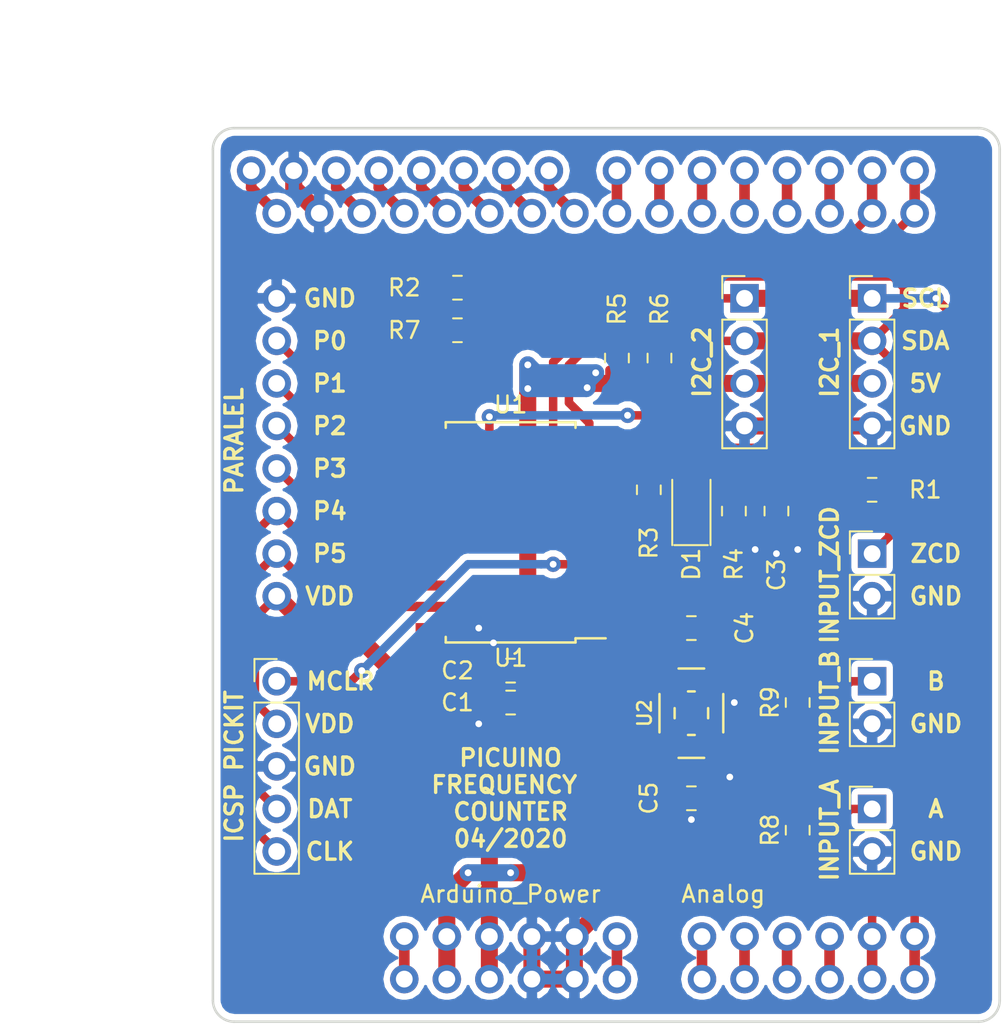
<source format=kicad_pcb>
(kicad_pcb (version 20171130) (host pcbnew "(5.0.1)-4")

  (general
    (thickness 1.6)
    (drawings 34)
    (tracks 256)
    (zones 0)
    (modules 32)
    (nets 49)
  )

  (page A4)
  (title_block
    (title "Frequency counter Picuino. Arduino Shield")
    (date 2020-04-24)
    (rev 1)
    (company Picuino)
  )

  (layers
    (0 F.Cu signal)
    (31 B.Cu signal)
    (32 B.Adhes user)
    (33 F.Adhes user)
    (34 B.Paste user)
    (35 F.Paste user)
    (36 B.SilkS user)
    (37 F.SilkS user)
    (38 B.Mask user)
    (39 F.Mask user)
    (40 Dwgs.User user)
    (41 Cmts.User user)
    (42 Eco1.User user)
    (43 Eco2.User user)
    (44 Edge.Cuts user)
    (45 Margin user)
    (46 B.CrtYd user)
    (47 F.CrtYd user)
    (48 B.Fab user)
    (49 F.Fab user)
  )

  (setup
    (last_trace_width 1.016)
    (user_trace_width 0.381)
    (user_trace_width 0.508)
    (user_trace_width 0.635)
    (user_trace_width 0.762)
    (user_trace_width 1.016)
    (user_trace_width 1.27)
    (user_trace_width 1.524)
    (trace_clearance 0.2)
    (zone_clearance 0.381)
    (zone_45_only no)
    (trace_min 0.2)
    (segment_width 0.2)
    (edge_width 0.15)
    (via_size 0.8)
    (via_drill 0.4)
    (via_min_size 0.4)
    (via_min_drill 0.3)
    (user_via 0.9144 0.4064)
    (uvia_size 0.3)
    (uvia_drill 0.1)
    (uvias_allowed no)
    (uvia_min_size 0.2)
    (uvia_min_drill 0.1)
    (pcb_text_width 0.3)
    (pcb_text_size 1.5 1.5)
    (mod_edge_width 0.15)
    (mod_text_size 1 1)
    (mod_text_width 0.15)
    (pad_size 1.524 1.524)
    (pad_drill 0.762)
    (pad_to_mask_clearance 0.051)
    (solder_mask_min_width 0.25)
    (aux_axis_origin 0 0)
    (visible_elements 7FFFFFFF)
    (pcbplotparams
      (layerselection 0x010fc_ffffffff)
      (usegerberextensions false)
      (usegerberattributes false)
      (usegerberadvancedattributes false)
      (creategerberjobfile false)
      (excludeedgelayer true)
      (linewidth 0.100000)
      (plotframeref false)
      (viasonmask false)
      (mode 1)
      (useauxorigin false)
      (hpglpennumber 1)
      (hpglpenspeed 20)
      (hpglpendiameter 15.000000)
      (psnegative false)
      (psa4output false)
      (plotreference true)
      (plotvalue true)
      (plotinvisibletext false)
      (padsonsilk false)
      (subtractmaskfromsilk false)
      (outputformat 1)
      (mirror false)
      (drillshape 0)
      (scaleselection 1)
      (outputdirectory "Gerber"))
  )

  (net 0 "")
  (net 1 GND)
  (net 2 "Net-(C3-Pad1)")
  (net 3 MCLR)
  (net 4 "Net-(J4-Pad1)")
  (net 5 "Net-(J6-Pad1)")
  (net 6 INPUT_A)
  (net 7 INPUT_B)
  (net 8 5V)
  (net 9 32MHz)
  (net 10 "Net-(C4-Pad1)")
  (net 11 3.3V)
  (net 12 "Net-(D1-Pad2)")
  (net 13 ICSPDAT)
  (net 14 ICSPCLK)
  (net 15 Vin)
  (net 16 Reset)
  (net 17 "Net-(J4-Pad3)")
  (net 18 "Net-(J4-Pad4)")
  (net 19 "Net-(J4-Pad5)")
  (net 20 "Net-(J4-Pad6)")
  (net 21 "Net-(J4-Pad7)")
  (net 22 "Net-(J4-Pad8)")
  (net 23 "Net-(J6-Pad2)")
  (net 24 "Net-(J6-Pad3)")
  (net 25 "Net-(J6-Pad4)")
  (net 26 SDA)
  (net 27 SCL)
  (net 28 "Net-(J8-Pad1)")
  (net 29 "Net-(J8-Pad2)")
  (net 30 "Net-(J8-Pad3)")
  (net 31 "Net-(J8-Pad4)")
  (net 32 "Net-(J8-Pad5)")
  (net 33 "Net-(J8-Pad6)")
  (net 34 ARD_RX)
  (net 35 ARD_TX)
  (net 36 INPUT_ZCD)
  (net 37 P0)
  (net 38 P1)
  (net 39 P2)
  (net 40 P3)
  (net 41 "Net-(R1-Pad2)")
  (net 42 "Net-(R2-Pad2)")
  (net 43 "Net-(R3-Pad1)")
  (net 44 "Net-(U1-Pad3)")
  (net 45 "Net-(U2-Pad1)")
  (net 46 "Net-(R7-Pad2)")
  (net 47 "Net-(R8-Pad1)")
  (net 48 "Net-(R9-Pad1)")

  (net_class Default "Esta es la clase de red por defecto."
    (clearance 0.2)
    (trace_width 0.25)
    (via_dia 0.8)
    (via_drill 0.4)
    (uvia_dia 0.3)
    (uvia_drill 0.1)
    (add_net 3.3V)
    (add_net 32MHz)
    (add_net 5V)
    (add_net ARD_RX)
    (add_net ARD_TX)
    (add_net GND)
    (add_net ICSPCLK)
    (add_net ICSPDAT)
    (add_net INPUT_A)
    (add_net INPUT_B)
    (add_net INPUT_ZCD)
    (add_net MCLR)
    (add_net "Net-(C3-Pad1)")
    (add_net "Net-(C4-Pad1)")
    (add_net "Net-(D1-Pad2)")
    (add_net "Net-(J4-Pad1)")
    (add_net "Net-(J4-Pad3)")
    (add_net "Net-(J4-Pad4)")
    (add_net "Net-(J4-Pad5)")
    (add_net "Net-(J4-Pad6)")
    (add_net "Net-(J4-Pad7)")
    (add_net "Net-(J4-Pad8)")
    (add_net "Net-(J6-Pad1)")
    (add_net "Net-(J6-Pad2)")
    (add_net "Net-(J6-Pad3)")
    (add_net "Net-(J6-Pad4)")
    (add_net "Net-(J8-Pad1)")
    (add_net "Net-(J8-Pad2)")
    (add_net "Net-(J8-Pad3)")
    (add_net "Net-(J8-Pad4)")
    (add_net "Net-(J8-Pad5)")
    (add_net "Net-(J8-Pad6)")
    (add_net "Net-(R1-Pad2)")
    (add_net "Net-(R2-Pad2)")
    (add_net "Net-(R3-Pad1)")
    (add_net "Net-(R7-Pad2)")
    (add_net "Net-(R8-Pad1)")
    (add_net "Net-(R9-Pad1)")
    (add_net "Net-(U1-Pad3)")
    (add_net "Net-(U2-Pad1)")
    (add_net P0)
    (add_net P1)
    (add_net P2)
    (add_net P3)
    (add_net Reset)
    (add_net SCL)
    (add_net SDA)
    (add_net Vin)
  )

  (module Footprints:TCXO-5032 (layer F.Cu) (tedit 5EAB170F) (tstamp 5EAB30FB)
    (at 149.225 92.075 90)
    (path /5EA5AAAC)
    (fp_text reference U2 (at 0 -2.794 270) (layer F.SilkS)
      (effects (font (size 0.8128 0.8128) (thickness 0.15)))
    )
    (fp_text value TCXO (at 2.1 1.3 90) (layer F.Fab) hide
      (effects (font (size 0.508 0.508) (thickness 0.127)))
    )
    (fp_line (start -2.667 0.762) (end -2.667 -0.762) (layer F.SilkS) (width 0.15))
    (fp_line (start 2.667 0.762) (end 2.667 -0.762) (layer F.SilkS) (width 0.15))
    (fp_line (start -1.143 -1.905) (end 1.143 -1.905) (layer F.SilkS) (width 0.15))
    (fp_line (start -1.143 1.905) (end 1.143 1.905) (layer F.SilkS) (width 0.15))
    (fp_line (start -0.3 -1) (end 0.3 -1) (layer F.SilkS) (width 0.15))
    (fp_line (start -0.3 1) (end 0.3 1) (layer F.SilkS) (width 0.15))
    (fp_line (start -1.3 0.2) (end -1.3 -0.2) (layer F.SilkS) (width 0.15))
    (fp_line (start 1.3 -0.2) (end 1.3 0.2) (layer F.SilkS) (width 0.15))
    (pad 3 smd rect (at 2 -1.4 90) (size 1.6 1.2) (layers F.Cu F.Paste F.Mask)
      (net 10 "Net-(C4-Pad1)"))
    (pad 4 smd rect (at -2 -1.4 90) (size 1.6 1.2) (layers F.Cu F.Paste F.Mask)
      (net 11 3.3V))
    (pad 1 smd rect (at -2 1.4 90) (size 1.6 1.2) (layers F.Cu F.Paste F.Mask)
      (net 45 "Net-(U2-Pad1)"))
    (pad 2 smd rect (at 2 1.4 90) (size 1.6 1.2) (layers F.Cu F.Paste F.Mask)
      (net 1 GND))
    (pad 4 smd rect (at -1.1 -0.85 90) (size 1.4 1.1) (layers F.Cu F.Paste F.Mask)
      (net 11 3.3V))
    (pad 3 smd rect (at 1.1 -0.85 90) (size 1.4 1.1) (layers F.Cu F.Paste F.Mask)
      (net 10 "Net-(C4-Pad1)"))
    (pad 2 smd rect (at 1.1 0.85 90) (size 1.4 1.1) (layers F.Cu F.Paste F.Mask)
      (net 1 GND))
    (pad 1 smd rect (at -1.1 0.85 90) (size 1.4 1.1) (layers F.Cu F.Paste F.Mask)
      (net 45 "Net-(U2-Pad1)"))
  )

  (module Resistor_SMD:R_0805_2012Metric_Pad1.15x1.40mm_HandSolder (layer F.Cu) (tedit 5B36C52B) (tstamp 5EB48773)
    (at 151.765 80.01 270)
    (descr "Resistor SMD 0805 (2012 Metric), square (rectangular) end terminal, IPC_7351 nominal with elongated pad for handsoldering. (Body size source: https://docs.google.com/spreadsheets/d/1BsfQQcO9C6DZCsRaXUlFlo91Tg2WpOkGARC1WS5S8t0/edit?usp=sharing), generated with kicad-footprint-generator")
    (tags "resistor handsolder")
    (path /5EA73E5B)
    (attr smd)
    (fp_text reference R4 (at 3.175 0 270) (layer F.SilkS)
      (effects (font (size 1 1) (thickness 0.15)))
    )
    (fp_text value 1M (at -2.54 0) (layer F.Fab)
      (effects (font (size 1 1) (thickness 0.15)))
    )
    (fp_text user %R (at 0 0 270) (layer F.Fab)
      (effects (font (size 0.5 0.5) (thickness 0.08)))
    )
    (fp_line (start 1.85 0.95) (end -1.85 0.95) (layer F.CrtYd) (width 0.05))
    (fp_line (start 1.85 -0.95) (end 1.85 0.95) (layer F.CrtYd) (width 0.05))
    (fp_line (start -1.85 -0.95) (end 1.85 -0.95) (layer F.CrtYd) (width 0.05))
    (fp_line (start -1.85 0.95) (end -1.85 -0.95) (layer F.CrtYd) (width 0.05))
    (fp_line (start -0.261252 0.71) (end 0.261252 0.71) (layer F.SilkS) (width 0.12))
    (fp_line (start -0.261252 -0.71) (end 0.261252 -0.71) (layer F.SilkS) (width 0.12))
    (fp_line (start 1 0.6) (end -1 0.6) (layer F.Fab) (width 0.1))
    (fp_line (start 1 -0.6) (end 1 0.6) (layer F.Fab) (width 0.1))
    (fp_line (start -1 -0.6) (end 1 -0.6) (layer F.Fab) (width 0.1))
    (fp_line (start -1 0.6) (end -1 -0.6) (layer F.Fab) (width 0.1))
    (pad 2 smd roundrect (at 1.025 0 270) (size 1.15 1.4) (layers F.Cu F.Paste F.Mask) (roundrect_rratio 0.217391)
      (net 2 "Net-(C3-Pad1)"))
    (pad 1 smd roundrect (at -1.025 0 270) (size 1.15 1.4) (layers F.Cu F.Paste F.Mask) (roundrect_rratio 0.217391)
      (net 12 "Net-(D1-Pad2)"))
    (model ${KISYS3DMOD}/Resistor_SMD.3dshapes/R_0805_2012Metric.wrl
      (at (xyz 0 0 0))
      (scale (xyz 1 1 1))
      (rotate (xyz 0 0 0))
    )
  )

  (module Connector_PinHeader_2.54mm:PinHeader_1x05_P2.54mm_Vertical (layer F.Cu) (tedit 5EA81F85) (tstamp 5EB4FCE6)
    (at 124.46 90.17)
    (descr "Through hole straight pin header, 1x05, 2.54mm pitch, single row")
    (tags "Through hole pin header THT 1x05 2.54mm single row")
    (path /5EA272A8)
    (fp_text reference J1 (at 0 -2.33) (layer F.SilkS) hide
      (effects (font (size 1 1) (thickness 0.15)))
    )
    (fp_text value "ICSP PICKIT" (at -2.54 5.08 90) (layer F.SilkS)
      (effects (font (size 1.016 1.016) (thickness 0.2032)))
    )
    (fp_line (start -0.635 -1.27) (end 1.27 -1.27) (layer F.Fab) (width 0.1))
    (fp_line (start 1.27 -1.27) (end 1.27 11.43) (layer F.Fab) (width 0.1))
    (fp_line (start 1.27 11.43) (end -1.27 11.43) (layer F.Fab) (width 0.1))
    (fp_line (start -1.27 11.43) (end -1.27 -0.635) (layer F.Fab) (width 0.1))
    (fp_line (start -1.27 -0.635) (end -0.635 -1.27) (layer F.Fab) (width 0.1))
    (fp_line (start -1.33 11.49) (end 1.33 11.49) (layer F.SilkS) (width 0.12))
    (fp_line (start -1.33 1.27) (end -1.33 11.49) (layer F.SilkS) (width 0.12))
    (fp_line (start 1.33 1.27) (end 1.33 11.49) (layer F.SilkS) (width 0.12))
    (fp_line (start -1.33 1.27) (end 1.33 1.27) (layer F.SilkS) (width 0.12))
    (fp_line (start -1.33 0) (end -1.33 -1.33) (layer F.SilkS) (width 0.12))
    (fp_line (start -1.33 -1.33) (end 0 -1.33) (layer F.SilkS) (width 0.12))
    (fp_line (start -1.8 -1.8) (end -1.8 11.95) (layer F.CrtYd) (width 0.05))
    (fp_line (start -1.8 11.95) (end 1.8 11.95) (layer F.CrtYd) (width 0.05))
    (fp_line (start 1.8 11.95) (end 1.8 -1.8) (layer F.CrtYd) (width 0.05))
    (fp_line (start 1.8 -1.8) (end -1.8 -1.8) (layer F.CrtYd) (width 0.05))
    (fp_text user %R (at 0 5.08 90) (layer F.Fab)
      (effects (font (size 1 1) (thickness 0.15)))
    )
    (pad 1 thru_hole oval (at 0 0) (size 1.7 1.7) (drill 1) (layers *.Cu *.Mask)
      (net 3 MCLR))
    (pad 2 thru_hole oval (at 0 2.54) (size 1.7 1.7) (drill 1) (layers *.Cu *.Mask)
      (net 8 5V))
    (pad 3 thru_hole oval (at 0 5.08) (size 1.7 1.7) (drill 1) (layers *.Cu *.Mask)
      (net 1 GND))
    (pad 4 thru_hole oval (at 0 7.62) (size 1.7 1.7) (drill 1) (layers *.Cu *.Mask)
      (net 13 ICSPDAT))
    (pad 5 thru_hole oval (at 0 10.16) (size 1.7 1.7) (drill 1) (layers *.Cu *.Mask)
      (net 14 ICSPCLK))
    (model ${KISYS3DMOD}/Connector_PinHeader_2.54mm.3dshapes/PinHeader_1x05_P2.54mm_Vertical.wrl
      (at (xyz 0 0 0))
      (scale (xyz 1 1 1))
      (rotate (xyz 0 0 0))
    )
  )

  (module Footprints:Connector_1x08 (layer F.Cu) (tedit 5EA81F7C) (tstamp 5EB4872F)
    (at 124.46 85.09 180)
    (descr "Through hole straight pin header, 1x08, 2.54mm pitch, single row")
    (tags "Through hole pin header THT 1x08 2.54mm single row")
    (path /5EA7A830)
    (fp_text reference J15 (at 0 -2.413 180) (layer F.SilkS) hide
      (effects (font (size 1 1) (thickness 0.15)))
    )
    (fp_text value PARALEL (at 2.54 9.271 270) (layer F.SilkS)
      (effects (font (size 1.016 1.016) (thickness 0.2032)))
    )
    (fp_text user %R (at 0 8.89 270) (layer F.Fab)
      (effects (font (size 1 1) (thickness 0.15)))
    )
    (fp_line (start 1.8 -1.8) (end -1.8 -1.8) (layer F.CrtYd) (width 0.05))
    (fp_line (start 1.8 19.55) (end 1.8 -1.8) (layer F.CrtYd) (width 0.05))
    (fp_line (start -1.8 19.55) (end 1.8 19.55) (layer F.CrtYd) (width 0.05))
    (fp_line (start -1.8 -1.8) (end -1.8 19.55) (layer F.CrtYd) (width 0.05))
    (fp_line (start -1.27 -0.635) (end -0.635 -1.27) (layer F.Fab) (width 0.1))
    (fp_line (start -1.27 19.05) (end -1.27 -0.635) (layer F.Fab) (width 0.1))
    (fp_line (start 1.27 19.05) (end -1.27 19.05) (layer F.Fab) (width 0.1))
    (fp_line (start 1.27 -1.27) (end 1.27 19.05) (layer F.Fab) (width 0.1))
    (fp_line (start -0.635 -1.27) (end 1.27 -1.27) (layer F.Fab) (width 0.1))
    (pad 8 thru_hole oval (at 0 17.78 180) (size 1.7 1.7) (drill 1) (layers *.Cu *.Mask)
      (net 1 GND))
    (pad 7 thru_hole oval (at 0 15.24 180) (size 1.7 1.7) (drill 1) (layers *.Cu *.Mask)
      (net 37 P0))
    (pad 6 thru_hole oval (at 0 12.7 180) (size 1.7 1.7) (drill 1) (layers *.Cu *.Mask)
      (net 38 P1))
    (pad 5 thru_hole oval (at 0 10.16 180) (size 1.7 1.7) (drill 1) (layers *.Cu *.Mask)
      (net 39 P2))
    (pad 4 thru_hole oval (at 0 7.62 180) (size 1.7 1.7) (drill 1) (layers *.Cu *.Mask)
      (net 40 P3))
    (pad 3 thru_hole oval (at 0 5.08 180) (size 1.7 1.7) (drill 1) (layers *.Cu *.Mask)
      (net 14 ICSPCLK))
    (pad 2 thru_hole oval (at 0 2.54 180) (size 1.7 1.7) (drill 1) (layers *.Cu *.Mask)
      (net 13 ICSPDAT))
    (pad 1 thru_hole oval (at 0 0 180) (size 1.7 1.7) (drill 1) (layers *.Cu *.Mask)
      (net 8 5V))
    (model ${KISYS3DMOD}/Connector_PinHeader_2.54mm.3dshapes/PinHeader_1x08_P2.54mm_Vertical.wrl
      (at (xyz 0 0 0))
      (scale (xyz 1 1 1))
      (rotate (xyz 0 0 0))
    )
  )

  (module Footprints:Connector_1x06 (layer F.Cu) (tedit 5EAAC544) (tstamp 5EB4EFC4)
    (at 132.08 105.41 90)
    (descr "Through hole straight pin header, 1x06, 2.54mm pitch, single row")
    (tags "Through hole pin header THT 1x06 2.54mm single row")
    (path /5EAB3405)
    (fp_text reference J3 (at 0 -2.33 90) (layer F.SilkS) hide
      (effects (font (size 1 1) (thickness 0.15)))
    )
    (fp_text value Arduino_Power (at 2.54 6.35 180) (layer F.SilkS)
      (effects (font (size 1 1) (thickness 0.15)))
    )
    (fp_text user %R (at 0 6.35 180) (layer F.Fab)
      (effects (font (size 1 1) (thickness 0.15)))
    )
    (fp_line (start 1.8 -1.8) (end -1.8 -1.8) (layer F.CrtYd) (width 0.05))
    (fp_line (start 1.8 14.5) (end 1.8 -1.8) (layer F.CrtYd) (width 0.05))
    (fp_line (start -1.8 14.5) (end 1.8 14.5) (layer F.CrtYd) (width 0.05))
    (fp_line (start -1.8 -1.8) (end -1.8 14.5) (layer F.CrtYd) (width 0.05))
    (fp_line (start -1.27 -0.635) (end -0.635 -1.27) (layer F.Fab) (width 0.1))
    (fp_line (start -1.27 13.97) (end -1.27 -0.635) (layer F.Fab) (width 0.1))
    (fp_line (start 1.27 13.97) (end -1.27 13.97) (layer F.Fab) (width 0.1))
    (fp_line (start 1.27 -1.27) (end 1.27 13.97) (layer F.Fab) (width 0.1))
    (fp_line (start -0.635 -1.27) (end 1.27 -1.27) (layer F.Fab) (width 0.1))
    (pad 6 thru_hole oval (at 0 12.7 90) (size 1.7 1.7) (drill 1) (layers *.Cu *.Mask)
      (net 15 Vin))
    (pad 5 thru_hole oval (at 0 10.16 90) (size 1.7 1.7) (drill 1) (layers *.Cu *.Mask)
      (net 1 GND))
    (pad 4 thru_hole oval (at 0 7.62 90) (size 1.7 1.7) (drill 1) (layers *.Cu *.Mask)
      (net 1 GND))
    (pad 3 thru_hole oval (at 0 5.08 90) (size 1.7 1.7) (drill 1) (layers *.Cu *.Mask)
      (net 8 5V))
    (pad 2 thru_hole oval (at 0 2.54 90) (size 1.7 1.7) (drill 1) (layers *.Cu *.Mask)
      (net 11 3.3V))
    (pad 1 thru_hole oval (at 0 0 90) (size 1.7 1.7) (drill 1) (layers *.Cu *.Mask)
      (net 16 Reset))
    (model ${KISYS3DMOD}/Connector_PinHeader_2.54mm.3dshapes/PinHeader_1x06_P2.54mm_Vertical.wrl
      (at (xyz 0 0 0))
      (scale (xyz 1 1 1))
      (rotate (xyz 0 0 0))
    )
  )

  (module Footprints:Connector_1x08 (layer F.Cu) (tedit 5EA8193C) (tstamp 5EB486A1)
    (at 144.78 59.69 90)
    (descr "Through hole straight pin header, 1x08, 2.54mm pitch, single row")
    (tags "Through hole pin header THT 1x08 2.54mm single row")
    (path /5EA43462)
    (fp_text reference J9 (at 0 -2.413 90) (layer F.SilkS) hide
      (effects (font (size 1 1) (thickness 0.15)))
    )
    (fp_text value Arduino_Digital_1 (at 1.905 9.271 180) (layer F.Fab)
      (effects (font (size 1 1) (thickness 0.15)))
    )
    (fp_text user %R (at 0 8.89 180) (layer F.Fab)
      (effects (font (size 1 1) (thickness 0.15)))
    )
    (fp_line (start 1.8 -1.8) (end -1.8 -1.8) (layer F.CrtYd) (width 0.05))
    (fp_line (start 1.8 19.55) (end 1.8 -1.8) (layer F.CrtYd) (width 0.05))
    (fp_line (start -1.8 19.55) (end 1.8 19.55) (layer F.CrtYd) (width 0.05))
    (fp_line (start -1.8 -1.8) (end -1.8 19.55) (layer F.CrtYd) (width 0.05))
    (fp_line (start -1.27 -0.635) (end -0.635 -1.27) (layer F.Fab) (width 0.1))
    (fp_line (start -1.27 19.05) (end -1.27 -0.635) (layer F.Fab) (width 0.1))
    (fp_line (start 1.27 19.05) (end -1.27 19.05) (layer F.Fab) (width 0.1))
    (fp_line (start 1.27 -1.27) (end 1.27 19.05) (layer F.Fab) (width 0.1))
    (fp_line (start -0.635 -1.27) (end 1.27 -1.27) (layer F.Fab) (width 0.1))
    (pad 8 thru_hole oval (at 0 17.78 90) (size 1.7 1.7) (drill 1) (layers *.Cu *.Mask)
      (net 34 ARD_RX))
    (pad 7 thru_hole oval (at 0 15.24 90) (size 1.7 1.7) (drill 1) (layers *.Cu *.Mask)
      (net 35 ARD_TX))
    (pad 6 thru_hole oval (at 0 12.7 90) (size 1.7 1.7) (drill 1) (layers *.Cu *.Mask)
      (net 33 "Net-(J8-Pad6)"))
    (pad 5 thru_hole oval (at 0 10.16 90) (size 1.7 1.7) (drill 1) (layers *.Cu *.Mask)
      (net 32 "Net-(J8-Pad5)"))
    (pad 4 thru_hole oval (at 0 7.62 90) (size 1.7 1.7) (drill 1) (layers *.Cu *.Mask)
      (net 31 "Net-(J8-Pad4)"))
    (pad 3 thru_hole oval (at 0 5.08 90) (size 1.7 1.7) (drill 1) (layers *.Cu *.Mask)
      (net 30 "Net-(J8-Pad3)"))
    (pad 2 thru_hole oval (at 0 2.54 90) (size 1.7 1.7) (drill 1) (layers *.Cu *.Mask)
      (net 29 "Net-(J8-Pad2)"))
    (pad 1 thru_hole oval (at 0 0 90) (size 1.7 1.7) (drill 1) (layers *.Cu *.Mask)
      (net 28 "Net-(J8-Pad1)"))
    (model ${KISYS3DMOD}/Connector_PinHeader_2.54mm.3dshapes/PinHeader_1x08_P2.54mm_Vertical.wrl
      (at (xyz 0 0 0))
      (scale (xyz 1 1 1))
      (rotate (xyz 0 0 0))
    )
  )

  (module Footprints:Connector_1x08 (layer F.Cu) (tedit 5EA8193C) (tstamp 5EB4861F)
    (at 122.936 59.69 90)
    (descr "Through hole straight pin header, 1x08, 2.54mm pitch, single row")
    (tags "Through hole pin header THT 1x08 2.54mm single row")
    (path /5EA433A3)
    (fp_text reference J4 (at 0 -2.413 90) (layer F.SilkS) hide
      (effects (font (size 1 1) (thickness 0.15)))
    )
    (fp_text value Arduino_Digital_2 (at 1.905 9.779 180) (layer F.Fab)
      (effects (font (size 1 1) (thickness 0.15)))
    )
    (fp_text user %R (at 0 8.89 180) (layer F.Fab)
      (effects (font (size 1 1) (thickness 0.15)))
    )
    (fp_line (start 1.8 -1.8) (end -1.8 -1.8) (layer F.CrtYd) (width 0.05))
    (fp_line (start 1.8 19.55) (end 1.8 -1.8) (layer F.CrtYd) (width 0.05))
    (fp_line (start -1.8 19.55) (end 1.8 19.55) (layer F.CrtYd) (width 0.05))
    (fp_line (start -1.8 -1.8) (end -1.8 19.55) (layer F.CrtYd) (width 0.05))
    (fp_line (start -1.27 -0.635) (end -0.635 -1.27) (layer F.Fab) (width 0.1))
    (fp_line (start -1.27 19.05) (end -1.27 -0.635) (layer F.Fab) (width 0.1))
    (fp_line (start 1.27 19.05) (end -1.27 19.05) (layer F.Fab) (width 0.1))
    (fp_line (start 1.27 -1.27) (end 1.27 19.05) (layer F.Fab) (width 0.1))
    (fp_line (start -0.635 -1.27) (end 1.27 -1.27) (layer F.Fab) (width 0.1))
    (pad 8 thru_hole oval (at 0 17.78 90) (size 1.7 1.7) (drill 1) (layers *.Cu *.Mask)
      (net 22 "Net-(J4-Pad8)"))
    (pad 7 thru_hole oval (at 0 15.24 90) (size 1.7 1.7) (drill 1) (layers *.Cu *.Mask)
      (net 21 "Net-(J4-Pad7)"))
    (pad 6 thru_hole oval (at 0 12.7 90) (size 1.7 1.7) (drill 1) (layers *.Cu *.Mask)
      (net 20 "Net-(J4-Pad6)"))
    (pad 5 thru_hole oval (at 0 10.16 90) (size 1.7 1.7) (drill 1) (layers *.Cu *.Mask)
      (net 19 "Net-(J4-Pad5)"))
    (pad 4 thru_hole oval (at 0 7.62 90) (size 1.7 1.7) (drill 1) (layers *.Cu *.Mask)
      (net 18 "Net-(J4-Pad4)"))
    (pad 3 thru_hole oval (at 0 5.08 90) (size 1.7 1.7) (drill 1) (layers *.Cu *.Mask)
      (net 17 "Net-(J4-Pad3)"))
    (pad 2 thru_hole oval (at 0 2.54 90) (size 1.7 1.7) (drill 1) (layers *.Cu *.Mask)
      (net 1 GND))
    (pad 1 thru_hole oval (at 0 0 90) (size 1.7 1.7) (drill 1) (layers *.Cu *.Mask)
      (net 4 "Net-(J4-Pad1)"))
    (model ${KISYS3DMOD}/Connector_PinHeader_2.54mm.3dshapes/PinHeader_1x08_P2.54mm_Vertical.wrl
      (at (xyz 0 0 0))
      (scale (xyz 1 1 1))
      (rotate (xyz 0 0 0))
    )
  )

  (module Footprints:Connector_1x06 (layer F.Cu) (tedit 5EAAC555) (tstamp 5EB485E9)
    (at 132.08 107.95 90)
    (descr "Through hole straight pin header, 1x06, 2.54mm pitch, single row")
    (tags "Through hole pin header THT 1x06 2.54mm single row")
    (path /5EA440CC)
    (fp_text reference J2 (at 0 -2.33 90) (layer F.SilkS) hide
      (effects (font (size 1 1) (thickness 0.15)))
    )
    (fp_text value Arduino_Power (at -1.905 6.35 180) (layer F.SilkS) hide
      (effects (font (size 1 1) (thickness 0.15)))
    )
    (fp_text user %R (at 0 6.35 180) (layer F.Fab)
      (effects (font (size 1 1) (thickness 0.15)))
    )
    (fp_line (start 1.8 -1.8) (end -1.8 -1.8) (layer F.CrtYd) (width 0.05))
    (fp_line (start 1.8 14.5) (end 1.8 -1.8) (layer F.CrtYd) (width 0.05))
    (fp_line (start -1.8 14.5) (end 1.8 14.5) (layer F.CrtYd) (width 0.05))
    (fp_line (start -1.8 -1.8) (end -1.8 14.5) (layer F.CrtYd) (width 0.05))
    (fp_line (start -1.27 -0.635) (end -0.635 -1.27) (layer F.Fab) (width 0.1))
    (fp_line (start -1.27 13.97) (end -1.27 -0.635) (layer F.Fab) (width 0.1))
    (fp_line (start 1.27 13.97) (end -1.27 13.97) (layer F.Fab) (width 0.1))
    (fp_line (start 1.27 -1.27) (end 1.27 13.97) (layer F.Fab) (width 0.1))
    (fp_line (start -0.635 -1.27) (end 1.27 -1.27) (layer F.Fab) (width 0.1))
    (pad 6 thru_hole oval (at 0 12.7 90) (size 1.7 1.7) (drill 1) (layers *.Cu *.Mask)
      (net 15 Vin))
    (pad 5 thru_hole oval (at 0 10.16 90) (size 1.7 1.7) (drill 1) (layers *.Cu *.Mask)
      (net 1 GND))
    (pad 4 thru_hole oval (at 0 7.62 90) (size 1.7 1.7) (drill 1) (layers *.Cu *.Mask)
      (net 1 GND))
    (pad 3 thru_hole oval (at 0 5.08 90) (size 1.7 1.7) (drill 1) (layers *.Cu *.Mask)
      (net 8 5V))
    (pad 2 thru_hole oval (at 0 2.54 90) (size 1.7 1.7) (drill 1) (layers *.Cu *.Mask)
      (net 11 3.3V))
    (pad 1 thru_hole oval (at 0 0 90) (size 1.7 1.7) (drill 1) (layers *.Cu *.Mask)
      (net 16 Reset))
    (model ${KISYS3DMOD}/Connector_PinHeader_2.54mm.3dshapes/PinHeader_1x06_P2.54mm_Vertical.wrl
      (at (xyz 0 0 0))
      (scale (xyz 1 1 1))
      (rotate (xyz 0 0 0))
    )
  )

  (module Footprints:Connector_1x06 (layer F.Cu) (tedit 5EAAC54E) (tstamp 5EB4866B)
    (at 149.86 107.95 90)
    (descr "Through hole straight pin header, 1x06, 2.54mm pitch, single row")
    (tags "Through hole pin header THT 1x06 2.54mm single row")
    (path /5EA4359C)
    (fp_text reference J7 (at 0 -2.33 90) (layer F.SilkS) hide
      (effects (font (size 1 1) (thickness 0.15)))
    )
    (fp_text value Arduino_Analog (at -1.905 6.35 180) (layer F.SilkS) hide
      (effects (font (size 1 1) (thickness 0.15)))
    )
    (fp_line (start -0.635 -1.27) (end 1.27 -1.27) (layer F.Fab) (width 0.1))
    (fp_line (start 1.27 -1.27) (end 1.27 13.97) (layer F.Fab) (width 0.1))
    (fp_line (start 1.27 13.97) (end -1.27 13.97) (layer F.Fab) (width 0.1))
    (fp_line (start -1.27 13.97) (end -1.27 -0.635) (layer F.Fab) (width 0.1))
    (fp_line (start -1.27 -0.635) (end -0.635 -1.27) (layer F.Fab) (width 0.1))
    (fp_line (start -1.8 -1.8) (end -1.8 14.5) (layer F.CrtYd) (width 0.05))
    (fp_line (start -1.8 14.5) (end 1.8 14.5) (layer F.CrtYd) (width 0.05))
    (fp_line (start 1.8 14.5) (end 1.8 -1.8) (layer F.CrtYd) (width 0.05))
    (fp_line (start 1.8 -1.8) (end -1.8 -1.8) (layer F.CrtYd) (width 0.05))
    (fp_text user %R (at 0 6.35 180) (layer F.Fab)
      (effects (font (size 1 1) (thickness 0.15)))
    )
    (pad 1 thru_hole oval (at 0 0 90) (size 1.7 1.7) (drill 1) (layers *.Cu *.Mask)
      (net 5 "Net-(J6-Pad1)"))
    (pad 2 thru_hole oval (at 0 2.54 90) (size 1.7 1.7) (drill 1) (layers *.Cu *.Mask)
      (net 23 "Net-(J6-Pad2)"))
    (pad 3 thru_hole oval (at 0 5.08 90) (size 1.7 1.7) (drill 1) (layers *.Cu *.Mask)
      (net 24 "Net-(J6-Pad3)"))
    (pad 4 thru_hole oval (at 0 7.62 90) (size 1.7 1.7) (drill 1) (layers *.Cu *.Mask)
      (net 25 "Net-(J6-Pad4)"))
    (pad 5 thru_hole oval (at 0 10.16 90) (size 1.7 1.7) (drill 1) (layers *.Cu *.Mask)
      (net 26 SDA))
    (pad 6 thru_hole oval (at 0 12.7 90) (size 1.7 1.7) (drill 1) (layers *.Cu *.Mask)
      (net 27 SCL))
    (model ${KISYS3DMOD}/Connector_PinHeader_2.54mm.3dshapes/PinHeader_1x06_P2.54mm_Vertical.wrl
      (at (xyz 0 0 0))
      (scale (xyz 1 1 1))
      (rotate (xyz 0 0 0))
    )
  )

  (module Package_SO:SOIC-20W_7.5x12.8mm_P1.27mm (layer F.Cu) (tedit 5EAB2D1E) (tstamp 5EAFABC4)
    (at 138.43 81.28 180)
    (descr "20-Lead Plastic Small Outline (SO) - Wide, 7.50 mm Body [SOIC] (see Microchip Packaging Specification 00000049BS.pdf)")
    (tags "SOIC 1.27")
    (path /5EA5A951)
    (attr smd)
    (fp_text reference U1 (at 0 -7.5 180) (layer F.SilkS)
      (effects (font (size 1 1) (thickness 0.15)))
    )
    (fp_text value PIC16F18446 (at 0 0 270) (layer F.Fab)
      (effects (font (size 1 1) (thickness 0.15)))
    )
    (fp_text user %R (at 0 7.62 180) (layer F.SilkS)
      (effects (font (size 1 1) (thickness 0.15)))
    )
    (fp_line (start -2.75 -6.4) (end 3.75 -6.4) (layer F.Fab) (width 0.15))
    (fp_line (start 3.75 -6.4) (end 3.75 6.4) (layer F.Fab) (width 0.15))
    (fp_line (start 3.75 6.4) (end -3.75 6.4) (layer F.Fab) (width 0.15))
    (fp_line (start -3.75 6.4) (end -3.75 -5.4) (layer F.Fab) (width 0.15))
    (fp_line (start -3.75 -5.4) (end -2.75 -6.4) (layer F.Fab) (width 0.15))
    (fp_line (start -5.95 -6.75) (end -5.95 6.75) (layer F.CrtYd) (width 0.05))
    (fp_line (start 5.95 -6.75) (end 5.95 6.75) (layer F.CrtYd) (width 0.05))
    (fp_line (start -5.95 -6.75) (end 5.95 -6.75) (layer F.CrtYd) (width 0.05))
    (fp_line (start -5.95 6.75) (end 5.95 6.75) (layer F.CrtYd) (width 0.05))
    (fp_line (start -3.875 -6.575) (end -3.875 -6.325) (layer F.SilkS) (width 0.15))
    (fp_line (start 3.875 -6.575) (end 3.875 -6.24) (layer F.SilkS) (width 0.15))
    (fp_line (start 3.875 6.575) (end 3.875 6.24) (layer F.SilkS) (width 0.15))
    (fp_line (start -3.875 6.575) (end -3.875 6.24) (layer F.SilkS) (width 0.15))
    (fp_line (start -3.875 -6.575) (end 3.875 -6.575) (layer F.SilkS) (width 0.15))
    (fp_line (start -3.875 6.575) (end 3.875 6.575) (layer F.SilkS) (width 0.15))
    (fp_line (start -3.875 -6.325) (end -5.675 -6.325) (layer F.SilkS) (width 0.15))
    (pad 1 smd rect (at -4.7 -5.715 180) (size 1.95 0.6) (layers F.Cu F.Paste F.Mask)
      (net 8 5V))
    (pad 2 smd rect (at -4.7 -4.445 180) (size 1.95 0.6) (layers F.Cu F.Paste F.Mask)
      (net 9 32MHz))
    (pad 3 smd rect (at -4.7 -3.175 180) (size 1.95 0.6) (layers F.Cu F.Paste F.Mask)
      (net 44 "Net-(U1-Pad3)"))
    (pad 4 smd rect (at -4.7 -1.905 180) (size 1.95 0.6) (layers F.Cu F.Paste F.Mask)
      (net 3 MCLR))
    (pad 5 smd rect (at -4.7 -0.635 180) (size 1.95 0.6) (layers F.Cu F.Paste F.Mask)
      (net 47 "Net-(R8-Pad1)"))
    (pad 6 smd rect (at -4.7 0.635 180) (size 1.95 0.6) (layers F.Cu F.Paste F.Mask)
      (net 48 "Net-(R9-Pad1)"))
    (pad 7 smd rect (at -4.7 1.905 180) (size 1.95 0.6) (layers F.Cu F.Paste F.Mask)
      (net 2 "Net-(C3-Pad1)"))
    (pad 8 smd rect (at -4.7 3.175 180) (size 1.95 0.6) (layers F.Cu F.Paste F.Mask)
      (net 43 "Net-(R3-Pad1)"))
    (pad 9 smd rect (at -4.7 4.445 180) (size 1.95 0.6) (layers F.Cu F.Paste F.Mask)
      (net 26 SDA))
    (pad 10 smd rect (at -4.7 5.715 180) (size 1.95 0.6) (layers F.Cu F.Paste F.Mask)
      (net 27 SCL))
    (pad 11 smd rect (at 4.7 5.715 180) (size 1.95 0.6) (layers F.Cu F.Paste F.Mask)
      (net 46 "Net-(R7-Pad2)"))
    (pad 12 smd rect (at 4.7 4.445 180) (size 1.95 0.6) (layers F.Cu F.Paste F.Mask)
      (net 42 "Net-(R2-Pad2)"))
    (pad 13 smd rect (at 4.7 3.175 180) (size 1.95 0.6) (layers F.Cu F.Paste F.Mask)
      (net 37 P0))
    (pad 14 smd rect (at 4.7 1.905 180) (size 1.95 0.6) (layers F.Cu F.Paste F.Mask)
      (net 38 P1))
    (pad 15 smd rect (at 4.7 0.635 180) (size 1.95 0.6) (layers F.Cu F.Paste F.Mask)
      (net 39 P2))
    (pad 16 smd rect (at 4.7 -0.635 180) (size 1.95 0.6) (layers F.Cu F.Paste F.Mask)
      (net 40 P3))
    (pad 17 smd rect (at 4.7 -1.905 180) (size 1.95 0.6) (layers F.Cu F.Paste F.Mask)
      (net 41 "Net-(R1-Pad2)"))
    (pad 18 smd rect (at 4.7 -3.175 180) (size 1.95 0.6) (layers F.Cu F.Paste F.Mask)
      (net 14 ICSPCLK))
    (pad 19 smd rect (at 4.7 -4.445 180) (size 1.95 0.6) (layers F.Cu F.Paste F.Mask)
      (net 13 ICSPDAT))
    (pad 20 smd rect (at 4.7 -5.715 180) (size 1.95 0.6) (layers F.Cu F.Paste F.Mask)
      (net 1 GND))
    (model ${KISYS3DMOD}/Package_SO.3dshapes/SOIC-20W_7.5x12.8mm_P1.27mm.wrl
      (at (xyz 0 0 0))
      (scale (xyz 1 1 1))
      (rotate (xyz 0 0 0))
    )
  )

  (module Capacitor_SMD:C_0805_2012Metric_Pad1.15x1.40mm_HandSolder (layer F.Cu) (tedit 5B36C52B) (tstamp 5EB48559)
    (at 138.43 91.44)
    (descr "Capacitor SMD 0805 (2012 Metric), square (rectangular) end terminal, IPC_7351 nominal with elongated pad for handsoldering. (Body size source: https://docs.google.com/spreadsheets/d/1BsfQQcO9C6DZCsRaXUlFlo91Tg2WpOkGARC1WS5S8t0/edit?usp=sharing), generated with kicad-footprint-generator")
    (tags "capacitor handsolder")
    (path /5EA59BE1)
    (attr smd)
    (fp_text reference C1 (at -3.175 0) (layer F.SilkS)
      (effects (font (size 1 1) (thickness 0.15)))
    )
    (fp_text value 10uF (at 3.81 0) (layer F.Fab)
      (effects (font (size 1 1) (thickness 0.15)))
    )
    (fp_line (start -1 0.6) (end -1 -0.6) (layer F.Fab) (width 0.1))
    (fp_line (start -1 -0.6) (end 1 -0.6) (layer F.Fab) (width 0.1))
    (fp_line (start 1 -0.6) (end 1 0.6) (layer F.Fab) (width 0.1))
    (fp_line (start 1 0.6) (end -1 0.6) (layer F.Fab) (width 0.1))
    (fp_line (start -0.261252 -0.71) (end 0.261252 -0.71) (layer F.SilkS) (width 0.12))
    (fp_line (start -0.261252 0.71) (end 0.261252 0.71) (layer F.SilkS) (width 0.12))
    (fp_line (start -1.85 0.95) (end -1.85 -0.95) (layer F.CrtYd) (width 0.05))
    (fp_line (start -1.85 -0.95) (end 1.85 -0.95) (layer F.CrtYd) (width 0.05))
    (fp_line (start 1.85 -0.95) (end 1.85 0.95) (layer F.CrtYd) (width 0.05))
    (fp_line (start 1.85 0.95) (end -1.85 0.95) (layer F.CrtYd) (width 0.05))
    (fp_text user %R (at 0 0) (layer F.Fab)
      (effects (font (size 0.5 0.5) (thickness 0.08)))
    )
    (pad 1 smd roundrect (at -1.025 0) (size 1.15 1.4) (layers F.Cu F.Paste F.Mask) (roundrect_rratio 0.217391)
      (net 1 GND))
    (pad 2 smd roundrect (at 1.025 0) (size 1.15 1.4) (layers F.Cu F.Paste F.Mask) (roundrect_rratio 0.217391)
      (net 8 5V))
    (model ${KISYS3DMOD}/Capacitor_SMD.3dshapes/C_0805_2012Metric.wrl
      (at (xyz 0 0 0))
      (scale (xyz 1 1 1))
      (rotate (xyz 0 0 0))
    )
  )

  (module Capacitor_SMD:C_0805_2012Metric_Pad1.15x1.40mm_HandSolder (layer F.Cu) (tedit 5B36C52B) (tstamp 5EB4856A)
    (at 138.43 89.535)
    (descr "Capacitor SMD 0805 (2012 Metric), square (rectangular) end terminal, IPC_7351 nominal with elongated pad for handsoldering. (Body size source: https://docs.google.com/spreadsheets/d/1BsfQQcO9C6DZCsRaXUlFlo91Tg2WpOkGARC1WS5S8t0/edit?usp=sharing), generated with kicad-footprint-generator")
    (tags "capacitor handsolder")
    (path /5E6A67BE)
    (attr smd)
    (fp_text reference C2 (at -3.175 0) (layer F.SilkS)
      (effects (font (size 1 1) (thickness 0.15)))
    )
    (fp_text value 100nF (at 3.81 0) (layer F.Fab)
      (effects (font (size 1 1) (thickness 0.15)))
    )
    (fp_line (start -1 0.6) (end -1 -0.6) (layer F.Fab) (width 0.1))
    (fp_line (start -1 -0.6) (end 1 -0.6) (layer F.Fab) (width 0.1))
    (fp_line (start 1 -0.6) (end 1 0.6) (layer F.Fab) (width 0.1))
    (fp_line (start 1 0.6) (end -1 0.6) (layer F.Fab) (width 0.1))
    (fp_line (start -0.261252 -0.71) (end 0.261252 -0.71) (layer F.SilkS) (width 0.12))
    (fp_line (start -0.261252 0.71) (end 0.261252 0.71) (layer F.SilkS) (width 0.12))
    (fp_line (start -1.85 0.95) (end -1.85 -0.95) (layer F.CrtYd) (width 0.05))
    (fp_line (start -1.85 -0.95) (end 1.85 -0.95) (layer F.CrtYd) (width 0.05))
    (fp_line (start 1.85 -0.95) (end 1.85 0.95) (layer F.CrtYd) (width 0.05))
    (fp_line (start 1.85 0.95) (end -1.85 0.95) (layer F.CrtYd) (width 0.05))
    (fp_text user %R (at 0 0) (layer F.Fab)
      (effects (font (size 0.5 0.5) (thickness 0.08)))
    )
    (pad 1 smd roundrect (at -1.025 0) (size 1.15 1.4) (layers F.Cu F.Paste F.Mask) (roundrect_rratio 0.217391)
      (net 1 GND))
    (pad 2 smd roundrect (at 1.025 0) (size 1.15 1.4) (layers F.Cu F.Paste F.Mask) (roundrect_rratio 0.217391)
      (net 8 5V))
    (model ${KISYS3DMOD}/Capacitor_SMD.3dshapes/C_0805_2012Metric.wrl
      (at (xyz 0 0 0))
      (scale (xyz 1 1 1))
      (rotate (xyz 0 0 0))
    )
  )

  (module Capacitor_SMD:C_0805_2012Metric_Pad1.15x1.40mm_HandSolder (layer F.Cu) (tedit 5B36C52B) (tstamp 5EB4857B)
    (at 154.305 80.01 270)
    (descr "Capacitor SMD 0805 (2012 Metric), square (rectangular) end terminal, IPC_7351 nominal with elongated pad for handsoldering. (Body size source: https://docs.google.com/spreadsheets/d/1BsfQQcO9C6DZCsRaXUlFlo91Tg2WpOkGARC1WS5S8t0/edit?usp=sharing), generated with kicad-footprint-generator")
    (tags "capacitor handsolder")
    (path /5E71FBD7)
    (attr smd)
    (fp_text reference C3 (at 3.81 0 270) (layer F.SilkS)
      (effects (font (size 1 1) (thickness 0.15)))
    )
    (fp_text value 2.2nF (at -2.54 0) (layer F.Fab)
      (effects (font (size 1 1) (thickness 0.15)))
    )
    (fp_text user %R (at 0 0 270) (layer F.Fab)
      (effects (font (size 0.5 0.5) (thickness 0.08)))
    )
    (fp_line (start 1.85 0.95) (end -1.85 0.95) (layer F.CrtYd) (width 0.05))
    (fp_line (start 1.85 -0.95) (end 1.85 0.95) (layer F.CrtYd) (width 0.05))
    (fp_line (start -1.85 -0.95) (end 1.85 -0.95) (layer F.CrtYd) (width 0.05))
    (fp_line (start -1.85 0.95) (end -1.85 -0.95) (layer F.CrtYd) (width 0.05))
    (fp_line (start -0.261252 0.71) (end 0.261252 0.71) (layer F.SilkS) (width 0.12))
    (fp_line (start -0.261252 -0.71) (end 0.261252 -0.71) (layer F.SilkS) (width 0.12))
    (fp_line (start 1 0.6) (end -1 0.6) (layer F.Fab) (width 0.1))
    (fp_line (start 1 -0.6) (end 1 0.6) (layer F.Fab) (width 0.1))
    (fp_line (start -1 -0.6) (end 1 -0.6) (layer F.Fab) (width 0.1))
    (fp_line (start -1 0.6) (end -1 -0.6) (layer F.Fab) (width 0.1))
    (pad 2 smd roundrect (at 1.025 0 270) (size 1.15 1.4) (layers F.Cu F.Paste F.Mask) (roundrect_rratio 0.217391)
      (net 1 GND))
    (pad 1 smd roundrect (at -1.025 0 270) (size 1.15 1.4) (layers F.Cu F.Paste F.Mask) (roundrect_rratio 0.217391)
      (net 2 "Net-(C3-Pad1)"))
    (model ${KISYS3DMOD}/Capacitor_SMD.3dshapes/C_0805_2012Metric.wrl
      (at (xyz 0 0 0))
      (scale (xyz 1 1 1))
      (rotate (xyz 0 0 0))
    )
  )

  (module Capacitor_SMD:C_0805_2012Metric_Pad1.15x1.40mm_HandSolder (layer F.Cu) (tedit 5B36C52B) (tstamp 5EB4858C)
    (at 149.225 86.995 180)
    (descr "Capacitor SMD 0805 (2012 Metric), square (rectangular) end terminal, IPC_7351 nominal with elongated pad for handsoldering. (Body size source: https://docs.google.com/spreadsheets/d/1BsfQQcO9C6DZCsRaXUlFlo91Tg2WpOkGARC1WS5S8t0/edit?usp=sharing), generated with kicad-footprint-generator")
    (tags "capacitor handsolder")
    (path /5EA5C572)
    (attr smd)
    (fp_text reference C4 (at -3.175 0 270) (layer F.SilkS)
      (effects (font (size 1 1) (thickness 0.15)))
    )
    (fp_text value 100nF (at 0 1.65 180) (layer F.Fab)
      (effects (font (size 1 1) (thickness 0.15)))
    )
    (fp_text user %R (at 0 0 180) (layer F.Fab)
      (effects (font (size 0.5 0.5) (thickness 0.08)))
    )
    (fp_line (start 1.85 0.95) (end -1.85 0.95) (layer F.CrtYd) (width 0.05))
    (fp_line (start 1.85 -0.95) (end 1.85 0.95) (layer F.CrtYd) (width 0.05))
    (fp_line (start -1.85 -0.95) (end 1.85 -0.95) (layer F.CrtYd) (width 0.05))
    (fp_line (start -1.85 0.95) (end -1.85 -0.95) (layer F.CrtYd) (width 0.05))
    (fp_line (start -0.261252 0.71) (end 0.261252 0.71) (layer F.SilkS) (width 0.12))
    (fp_line (start -0.261252 -0.71) (end 0.261252 -0.71) (layer F.SilkS) (width 0.12))
    (fp_line (start 1 0.6) (end -1 0.6) (layer F.Fab) (width 0.1))
    (fp_line (start 1 -0.6) (end 1 0.6) (layer F.Fab) (width 0.1))
    (fp_line (start -1 -0.6) (end 1 -0.6) (layer F.Fab) (width 0.1))
    (fp_line (start -1 0.6) (end -1 -0.6) (layer F.Fab) (width 0.1))
    (pad 2 smd roundrect (at 1.025 0 180) (size 1.15 1.4) (layers F.Cu F.Paste F.Mask) (roundrect_rratio 0.217391)
      (net 9 32MHz))
    (pad 1 smd roundrect (at -1.025 0 180) (size 1.15 1.4) (layers F.Cu F.Paste F.Mask) (roundrect_rratio 0.217391)
      (net 10 "Net-(C4-Pad1)"))
    (model ${KISYS3DMOD}/Capacitor_SMD.3dshapes/C_0805_2012Metric.wrl
      (at (xyz 0 0 0))
      (scale (xyz 1 1 1))
      (rotate (xyz 0 0 0))
    )
  )

  (module Capacitor_SMD:C_0805_2012Metric_Pad1.15x1.40mm_HandSolder (layer F.Cu) (tedit 5B36C52B) (tstamp 5EB4859D)
    (at 149.225 97.155 180)
    (descr "Capacitor SMD 0805 (2012 Metric), square (rectangular) end terminal, IPC_7351 nominal with elongated pad for handsoldering. (Body size source: https://docs.google.com/spreadsheets/d/1BsfQQcO9C6DZCsRaXUlFlo91Tg2WpOkGARC1WS5S8t0/edit?usp=sharing), generated with kicad-footprint-generator")
    (tags "capacitor handsolder")
    (path /5EA5ADAA)
    (attr smd)
    (fp_text reference C5 (at 2.54 0 270) (layer F.SilkS)
      (effects (font (size 1 1) (thickness 0.15)))
    )
    (fp_text value 100nF (at 0 1.65 180) (layer F.Fab)
      (effects (font (size 1 1) (thickness 0.15)))
    )
    (fp_line (start -1 0.6) (end -1 -0.6) (layer F.Fab) (width 0.1))
    (fp_line (start -1 -0.6) (end 1 -0.6) (layer F.Fab) (width 0.1))
    (fp_line (start 1 -0.6) (end 1 0.6) (layer F.Fab) (width 0.1))
    (fp_line (start 1 0.6) (end -1 0.6) (layer F.Fab) (width 0.1))
    (fp_line (start -0.261252 -0.71) (end 0.261252 -0.71) (layer F.SilkS) (width 0.12))
    (fp_line (start -0.261252 0.71) (end 0.261252 0.71) (layer F.SilkS) (width 0.12))
    (fp_line (start -1.85 0.95) (end -1.85 -0.95) (layer F.CrtYd) (width 0.05))
    (fp_line (start -1.85 -0.95) (end 1.85 -0.95) (layer F.CrtYd) (width 0.05))
    (fp_line (start 1.85 -0.95) (end 1.85 0.95) (layer F.CrtYd) (width 0.05))
    (fp_line (start 1.85 0.95) (end -1.85 0.95) (layer F.CrtYd) (width 0.05))
    (fp_text user %R (at 0 0 180) (layer F.Fab)
      (effects (font (size 0.5 0.5) (thickness 0.08)))
    )
    (pad 1 smd roundrect (at -1.025 0 180) (size 1.15 1.4) (layers F.Cu F.Paste F.Mask) (roundrect_rratio 0.217391)
      (net 1 GND))
    (pad 2 smd roundrect (at 1.025 0 180) (size 1.15 1.4) (layers F.Cu F.Paste F.Mask) (roundrect_rratio 0.217391)
      (net 11 3.3V))
    (model ${KISYS3DMOD}/Capacitor_SMD.3dshapes/C_0805_2012Metric.wrl
      (at (xyz 0 0 0))
      (scale (xyz 1 1 1))
      (rotate (xyz 0 0 0))
    )
  )

  (module Connector_PinHeader_2.54mm:PinHeader_1x02_P2.54mm_Vertical (layer F.Cu) (tedit 5EA81F8E) (tstamp 5EB4FB4C)
    (at 160.02 97.79)
    (descr "Through hole straight pin header, 1x02, 2.54mm pitch, single row")
    (tags "Through hole pin header THT 1x02 2.54mm single row")
    (path /5EA5D5B7)
    (fp_text reference J10 (at -2.54 1.27 90) (layer F.SilkS) hide
      (effects (font (size 1 1) (thickness 0.15)))
    )
    (fp_text value INPUT_A (at -2.54 1.27 90) (layer F.SilkS)
      (effects (font (size 1.016 1.016) (thickness 0.2032)))
    )
    (fp_line (start -0.635 -1.27) (end 1.27 -1.27) (layer F.Fab) (width 0.1))
    (fp_line (start 1.27 -1.27) (end 1.27 3.81) (layer F.Fab) (width 0.1))
    (fp_line (start 1.27 3.81) (end -1.27 3.81) (layer F.Fab) (width 0.1))
    (fp_line (start -1.27 3.81) (end -1.27 -0.635) (layer F.Fab) (width 0.1))
    (fp_line (start -1.27 -0.635) (end -0.635 -1.27) (layer F.Fab) (width 0.1))
    (fp_line (start -1.33 3.87) (end 1.33 3.87) (layer F.SilkS) (width 0.12))
    (fp_line (start -1.33 1.27) (end -1.33 3.87) (layer F.SilkS) (width 0.12))
    (fp_line (start 1.33 1.27) (end 1.33 3.87) (layer F.SilkS) (width 0.12))
    (fp_line (start -1.33 1.27) (end 1.33 1.27) (layer F.SilkS) (width 0.12))
    (fp_line (start -1.33 0) (end -1.33 -1.33) (layer F.SilkS) (width 0.12))
    (fp_line (start -1.33 -1.33) (end 0 -1.33) (layer F.SilkS) (width 0.12))
    (fp_line (start -1.8 -1.8) (end -1.8 4.35) (layer F.CrtYd) (width 0.05))
    (fp_line (start -1.8 4.35) (end 1.8 4.35) (layer F.CrtYd) (width 0.05))
    (fp_line (start 1.8 4.35) (end 1.8 -1.8) (layer F.CrtYd) (width 0.05))
    (fp_line (start 1.8 -1.8) (end -1.8 -1.8) (layer F.CrtYd) (width 0.05))
    (fp_text user %R (at 0 1.27 90) (layer F.Fab)
      (effects (font (size 1 1) (thickness 0.15)))
    )
    (pad 1 thru_hole rect (at 0 0) (size 1.7 1.7) (drill 1) (layers *.Cu *.Mask)
      (net 6 INPUT_A))
    (pad 2 thru_hole oval (at 0 2.54) (size 1.7 1.7) (drill 1) (layers *.Cu *.Mask)
      (net 1 GND))
    (model ${KISYS3DMOD}/Connector_PinHeader_2.54mm.3dshapes/PinHeader_1x02_P2.54mm_Vertical.wrl
      (at (xyz 0 0 0))
      (scale (xyz 1 1 1))
      (rotate (xyz 0 0 0))
    )
  )

  (module Connector_PinHeader_2.54mm:PinHeader_1x02_P2.54mm_Vertical (layer F.Cu) (tedit 5EA81F9D) (tstamp 5EB4F508)
    (at 160.02 90.17)
    (descr "Through hole straight pin header, 1x02, 2.54mm pitch, single row")
    (tags "Through hole pin header THT 1x02 2.54mm single row")
    (path /5EA5DFEE)
    (fp_text reference J11 (at -2.54 1.27 90) (layer F.SilkS) hide
      (effects (font (size 1 1) (thickness 0.15)))
    )
    (fp_text value INPUT_B (at -2.54 1.27 90) (layer F.SilkS)
      (effects (font (size 1.016 1.016) (thickness 0.2032)))
    )
    (fp_text user %R (at 0 1.27 90) (layer F.Fab)
      (effects (font (size 1 1) (thickness 0.15)))
    )
    (fp_line (start 1.8 -1.8) (end -1.8 -1.8) (layer F.CrtYd) (width 0.05))
    (fp_line (start 1.8 4.35) (end 1.8 -1.8) (layer F.CrtYd) (width 0.05))
    (fp_line (start -1.8 4.35) (end 1.8 4.35) (layer F.CrtYd) (width 0.05))
    (fp_line (start -1.8 -1.8) (end -1.8 4.35) (layer F.CrtYd) (width 0.05))
    (fp_line (start -1.33 -1.33) (end 0 -1.33) (layer F.SilkS) (width 0.12))
    (fp_line (start -1.33 0) (end -1.33 -1.33) (layer F.SilkS) (width 0.12))
    (fp_line (start -1.33 1.27) (end 1.33 1.27) (layer F.SilkS) (width 0.12))
    (fp_line (start 1.33 1.27) (end 1.33 3.87) (layer F.SilkS) (width 0.12))
    (fp_line (start -1.33 1.27) (end -1.33 3.87) (layer F.SilkS) (width 0.12))
    (fp_line (start -1.33 3.87) (end 1.33 3.87) (layer F.SilkS) (width 0.12))
    (fp_line (start -1.27 -0.635) (end -0.635 -1.27) (layer F.Fab) (width 0.1))
    (fp_line (start -1.27 3.81) (end -1.27 -0.635) (layer F.Fab) (width 0.1))
    (fp_line (start 1.27 3.81) (end -1.27 3.81) (layer F.Fab) (width 0.1))
    (fp_line (start 1.27 -1.27) (end 1.27 3.81) (layer F.Fab) (width 0.1))
    (fp_line (start -0.635 -1.27) (end 1.27 -1.27) (layer F.Fab) (width 0.1))
    (pad 2 thru_hole oval (at 0 2.54) (size 1.7 1.7) (drill 1) (layers *.Cu *.Mask)
      (net 1 GND))
    (pad 1 thru_hole rect (at 0 0) (size 1.7 1.7) (drill 1) (layers *.Cu *.Mask)
      (net 7 INPUT_B))
    (model ${KISYS3DMOD}/Connector_PinHeader_2.54mm.3dshapes/PinHeader_1x02_P2.54mm_Vertical.wrl
      (at (xyz 0 0 0))
      (scale (xyz 1 1 1))
      (rotate (xyz 0 0 0))
    )
  )

  (module Connector_PinHeader_2.54mm:PinHeader_1x02_P2.54mm_Vertical (layer F.Cu) (tedit 5EA81FA7) (tstamp 5EB4F7A8)
    (at 160.02 82.55)
    (descr "Through hole straight pin header, 1x02, 2.54mm pitch, single row")
    (tags "Through hole pin header THT 1x02 2.54mm single row")
    (path /5EA5E5F1)
    (fp_text reference J12 (at -2.54 1.27 90) (layer F.SilkS) hide
      (effects (font (size 1 1) (thickness 0.15)))
    )
    (fp_text value INPUT_ZCD (at -2.54 1.27 90) (layer F.SilkS)
      (effects (font (size 1.016 1.016) (thickness 0.2032)))
    )
    (fp_line (start -0.635 -1.27) (end 1.27 -1.27) (layer F.Fab) (width 0.1))
    (fp_line (start 1.27 -1.27) (end 1.27 3.81) (layer F.Fab) (width 0.1))
    (fp_line (start 1.27 3.81) (end -1.27 3.81) (layer F.Fab) (width 0.1))
    (fp_line (start -1.27 3.81) (end -1.27 -0.635) (layer F.Fab) (width 0.1))
    (fp_line (start -1.27 -0.635) (end -0.635 -1.27) (layer F.Fab) (width 0.1))
    (fp_line (start -1.33 3.87) (end 1.33 3.87) (layer F.SilkS) (width 0.12))
    (fp_line (start -1.33 1.27) (end -1.33 3.87) (layer F.SilkS) (width 0.12))
    (fp_line (start 1.33 1.27) (end 1.33 3.87) (layer F.SilkS) (width 0.12))
    (fp_line (start -1.33 1.27) (end 1.33 1.27) (layer F.SilkS) (width 0.12))
    (fp_line (start -1.33 0) (end -1.33 -1.33) (layer F.SilkS) (width 0.12))
    (fp_line (start -1.33 -1.33) (end 0 -1.33) (layer F.SilkS) (width 0.12))
    (fp_line (start -1.8 -1.8) (end -1.8 4.35) (layer F.CrtYd) (width 0.05))
    (fp_line (start -1.8 4.35) (end 1.8 4.35) (layer F.CrtYd) (width 0.05))
    (fp_line (start 1.8 4.35) (end 1.8 -1.8) (layer F.CrtYd) (width 0.05))
    (fp_line (start 1.8 -1.8) (end -1.8 -1.8) (layer F.CrtYd) (width 0.05))
    (fp_text user %R (at 0 1.27 90) (layer F.Fab)
      (effects (font (size 1 1) (thickness 0.15)))
    )
    (pad 1 thru_hole rect (at 0 0) (size 1.7 1.7) (drill 1) (layers *.Cu *.Mask)
      (net 36 INPUT_ZCD))
    (pad 2 thru_hole oval (at 0 2.54) (size 1.7 1.7) (drill 1) (layers *.Cu *.Mask)
      (net 1 GND))
    (model ${KISYS3DMOD}/Connector_PinHeader_2.54mm.3dshapes/PinHeader_1x02_P2.54mm_Vertical.wrl
      (at (xyz 0 0 0))
      (scale (xyz 1 1 1))
      (rotate (xyz 0 0 0))
    )
  )

  (module Connector_PinHeader_2.54mm:PinHeader_1x04_P2.54mm_Vertical (layer F.Cu) (tedit 5EA81FB3) (tstamp 5EB4F4C5)
    (at 160.02 67.31)
    (descr "Through hole straight pin header, 1x04, 2.54mm pitch, single row")
    (tags "Through hole pin header THT 1x04 2.54mm single row")
    (path /5EA5F480)
    (fp_text reference J13 (at -2.54 3.81 90) (layer F.SilkS) hide
      (effects (font (size 1 1) (thickness 0.15)))
    )
    (fp_text value I2C_1 (at -2.54 3.81 90) (layer F.SilkS)
      (effects (font (size 1.016 1.016) (thickness 0.2032)))
    )
    (fp_line (start -0.635 -1.27) (end 1.27 -1.27) (layer F.Fab) (width 0.1))
    (fp_line (start 1.27 -1.27) (end 1.27 8.89) (layer F.Fab) (width 0.1))
    (fp_line (start 1.27 8.89) (end -1.27 8.89) (layer F.Fab) (width 0.1))
    (fp_line (start -1.27 8.89) (end -1.27 -0.635) (layer F.Fab) (width 0.1))
    (fp_line (start -1.27 -0.635) (end -0.635 -1.27) (layer F.Fab) (width 0.1))
    (fp_line (start -1.33 8.95) (end 1.33 8.95) (layer F.SilkS) (width 0.12))
    (fp_line (start -1.33 1.27) (end -1.33 8.95) (layer F.SilkS) (width 0.12))
    (fp_line (start 1.33 1.27) (end 1.33 8.95) (layer F.SilkS) (width 0.12))
    (fp_line (start -1.33 1.27) (end 1.33 1.27) (layer F.SilkS) (width 0.12))
    (fp_line (start -1.33 0) (end -1.33 -1.33) (layer F.SilkS) (width 0.12))
    (fp_line (start -1.33 -1.33) (end 0 -1.33) (layer F.SilkS) (width 0.12))
    (fp_line (start -1.8 -1.8) (end -1.8 9.4) (layer F.CrtYd) (width 0.05))
    (fp_line (start -1.8 9.4) (end 1.8 9.4) (layer F.CrtYd) (width 0.05))
    (fp_line (start 1.8 9.4) (end 1.8 -1.8) (layer F.CrtYd) (width 0.05))
    (fp_line (start 1.8 -1.8) (end -1.8 -1.8) (layer F.CrtYd) (width 0.05))
    (fp_text user %R (at -2.54 3.81 90) (layer F.Fab)
      (effects (font (size 1 1) (thickness 0.15)))
    )
    (pad 1 thru_hole rect (at 0 0) (size 1.7 1.7) (drill 1) (layers *.Cu *.Mask)
      (net 27 SCL))
    (pad 2 thru_hole oval (at 0 2.54) (size 1.7 1.7) (drill 1) (layers *.Cu *.Mask)
      (net 26 SDA))
    (pad 3 thru_hole oval (at 0 5.08) (size 1.7 1.7) (drill 1) (layers *.Cu *.Mask)
      (net 8 5V))
    (pad 4 thru_hole oval (at 0 7.62) (size 1.7 1.7) (drill 1) (layers *.Cu *.Mask)
      (net 1 GND))
    (model ${KISYS3DMOD}/Connector_PinHeader_2.54mm.3dshapes/PinHeader_1x04_P2.54mm_Vertical.wrl
      (at (xyz 0 0 0))
      (scale (xyz 1 1 1))
      (rotate (xyz 0 0 0))
    )
  )

  (module Connector_PinHeader_2.54mm:PinHeader_1x04_P2.54mm_Vertical (layer F.Cu) (tedit 5EA81FBE) (tstamp 5EB4F402)
    (at 152.4 67.31)
    (descr "Through hole straight pin header, 1x04, 2.54mm pitch, single row")
    (tags "Through hole pin header THT 1x04 2.54mm single row")
    (path /5EA63200)
    (fp_text reference J14 (at -2.54 3.81 90) (layer F.SilkS) hide
      (effects (font (size 1 1) (thickness 0.15)))
    )
    (fp_text value I2C_2 (at -2.54 3.81 90) (layer F.SilkS)
      (effects (font (size 1.016 1.016) (thickness 0.2032)))
    )
    (fp_text user %R (at -2.54 3.81 90) (layer F.Fab)
      (effects (font (size 1 1) (thickness 0.15)))
    )
    (fp_line (start 1.8 -1.8) (end -1.8 -1.8) (layer F.CrtYd) (width 0.05))
    (fp_line (start 1.8 9.4) (end 1.8 -1.8) (layer F.CrtYd) (width 0.05))
    (fp_line (start -1.8 9.4) (end 1.8 9.4) (layer F.CrtYd) (width 0.05))
    (fp_line (start -1.8 -1.8) (end -1.8 9.4) (layer F.CrtYd) (width 0.05))
    (fp_line (start -1.33 -1.33) (end 0 -1.33) (layer F.SilkS) (width 0.12))
    (fp_line (start -1.33 0) (end -1.33 -1.33) (layer F.SilkS) (width 0.12))
    (fp_line (start -1.33 1.27) (end 1.33 1.27) (layer F.SilkS) (width 0.12))
    (fp_line (start 1.33 1.27) (end 1.33 8.95) (layer F.SilkS) (width 0.12))
    (fp_line (start -1.33 1.27) (end -1.33 8.95) (layer F.SilkS) (width 0.12))
    (fp_line (start -1.33 8.95) (end 1.33 8.95) (layer F.SilkS) (width 0.12))
    (fp_line (start -1.27 -0.635) (end -0.635 -1.27) (layer F.Fab) (width 0.1))
    (fp_line (start -1.27 8.89) (end -1.27 -0.635) (layer F.Fab) (width 0.1))
    (fp_line (start 1.27 8.89) (end -1.27 8.89) (layer F.Fab) (width 0.1))
    (fp_line (start 1.27 -1.27) (end 1.27 8.89) (layer F.Fab) (width 0.1))
    (fp_line (start -0.635 -1.27) (end 1.27 -1.27) (layer F.Fab) (width 0.1))
    (pad 4 thru_hole oval (at 0 7.62) (size 1.7 1.7) (drill 1) (layers *.Cu *.Mask)
      (net 1 GND))
    (pad 3 thru_hole oval (at 0 5.08) (size 1.7 1.7) (drill 1) (layers *.Cu *.Mask)
      (net 8 5V))
    (pad 2 thru_hole oval (at 0 2.54) (size 1.7 1.7) (drill 1) (layers *.Cu *.Mask)
      (net 26 SDA))
    (pad 1 thru_hole rect (at 0 0) (size 1.7 1.7) (drill 1) (layers *.Cu *.Mask)
      (net 27 SCL))
    (model ${KISYS3DMOD}/Connector_PinHeader_2.54mm.3dshapes/PinHeader_1x04_P2.54mm_Vertical.wrl
      (at (xyz 0 0 0))
      (scale (xyz 1 1 1))
      (rotate (xyz 0 0 0))
    )
  )

  (module Resistor_SMD:R_0805_2012Metric_Pad1.15x1.40mm_HandSolder (layer F.Cu) (tedit 5B36C52B) (tstamp 5EAAD404)
    (at 160.02 78.74 180)
    (descr "Resistor SMD 0805 (2012 Metric), square (rectangular) end terminal, IPC_7351 nominal with elongated pad for handsoldering. (Body size source: https://docs.google.com/spreadsheets/d/1BsfQQcO9C6DZCsRaXUlFlo91Tg2WpOkGARC1WS5S8t0/edit?usp=sharing), generated with kicad-footprint-generator")
    (tags "resistor handsolder")
    (path /5EA4B9B0)
    (attr smd)
    (fp_text reference R1 (at -3.175 0 180) (layer F.SilkS)
      (effects (font (size 1 1) (thickness 0.15)))
    )
    (fp_text value 10K (at 0 1.65 180) (layer F.Fab)
      (effects (font (size 1 1) (thickness 0.15)))
    )
    (fp_text user %R (at 0 0 180) (layer F.Fab)
      (effects (font (size 0.5 0.5) (thickness 0.08)))
    )
    (fp_line (start 1.85 0.95) (end -1.85 0.95) (layer F.CrtYd) (width 0.05))
    (fp_line (start 1.85 -0.95) (end 1.85 0.95) (layer F.CrtYd) (width 0.05))
    (fp_line (start -1.85 -0.95) (end 1.85 -0.95) (layer F.CrtYd) (width 0.05))
    (fp_line (start -1.85 0.95) (end -1.85 -0.95) (layer F.CrtYd) (width 0.05))
    (fp_line (start -0.261252 0.71) (end 0.261252 0.71) (layer F.SilkS) (width 0.12))
    (fp_line (start -0.261252 -0.71) (end 0.261252 -0.71) (layer F.SilkS) (width 0.12))
    (fp_line (start 1 0.6) (end -1 0.6) (layer F.Fab) (width 0.1))
    (fp_line (start 1 -0.6) (end 1 0.6) (layer F.Fab) (width 0.1))
    (fp_line (start -1 -0.6) (end 1 -0.6) (layer F.Fab) (width 0.1))
    (fp_line (start -1 0.6) (end -1 -0.6) (layer F.Fab) (width 0.1))
    (pad 2 smd roundrect (at 1.025 0 180) (size 1.15 1.4) (layers F.Cu F.Paste F.Mask) (roundrect_rratio 0.217391)
      (net 41 "Net-(R1-Pad2)"))
    (pad 1 smd roundrect (at -1.025 0 180) (size 1.15 1.4) (layers F.Cu F.Paste F.Mask) (roundrect_rratio 0.217391)
      (net 36 INPUT_ZCD))
    (model ${KISYS3DMOD}/Resistor_SMD.3dshapes/R_0805_2012Metric.wrl
      (at (xyz 0 0 0))
      (scale (xyz 1 1 1))
      (rotate (xyz 0 0 0))
    )
  )

  (module Resistor_SMD:R_0805_2012Metric_Pad1.15x1.40mm_HandSolder (layer F.Cu) (tedit 5B36C52B) (tstamp 5EB48751)
    (at 135.255 66.675 180)
    (descr "Resistor SMD 0805 (2012 Metric), square (rectangular) end terminal, IPC_7351 nominal with elongated pad for handsoldering. (Body size source: https://docs.google.com/spreadsheets/d/1BsfQQcO9C6DZCsRaXUlFlo91Tg2WpOkGARC1WS5S8t0/edit?usp=sharing), generated with kicad-footprint-generator")
    (tags "resistor handsolder")
    (path /5EA58FDB)
    (attr smd)
    (fp_text reference R2 (at 3.175 0 180) (layer F.SilkS)
      (effects (font (size 1 1) (thickness 0.15)))
    )
    (fp_text value 180 (at -3.175 0 180) (layer F.Fab)
      (effects (font (size 1 1) (thickness 0.15)))
    )
    (fp_line (start -1 0.6) (end -1 -0.6) (layer F.Fab) (width 0.1))
    (fp_line (start -1 -0.6) (end 1 -0.6) (layer F.Fab) (width 0.1))
    (fp_line (start 1 -0.6) (end 1 0.6) (layer F.Fab) (width 0.1))
    (fp_line (start 1 0.6) (end -1 0.6) (layer F.Fab) (width 0.1))
    (fp_line (start -0.261252 -0.71) (end 0.261252 -0.71) (layer F.SilkS) (width 0.12))
    (fp_line (start -0.261252 0.71) (end 0.261252 0.71) (layer F.SilkS) (width 0.12))
    (fp_line (start -1.85 0.95) (end -1.85 -0.95) (layer F.CrtYd) (width 0.05))
    (fp_line (start -1.85 -0.95) (end 1.85 -0.95) (layer F.CrtYd) (width 0.05))
    (fp_line (start 1.85 -0.95) (end 1.85 0.95) (layer F.CrtYd) (width 0.05))
    (fp_line (start 1.85 0.95) (end -1.85 0.95) (layer F.CrtYd) (width 0.05))
    (fp_text user %R (at 0 0 180) (layer F.Fab)
      (effects (font (size 0.5 0.5) (thickness 0.08)))
    )
    (pad 1 smd roundrect (at -1.025 0 180) (size 1.15 1.4) (layers F.Cu F.Paste F.Mask) (roundrect_rratio 0.217391)
      (net 35 ARD_TX))
    (pad 2 smd roundrect (at 1.025 0 180) (size 1.15 1.4) (layers F.Cu F.Paste F.Mask) (roundrect_rratio 0.217391)
      (net 42 "Net-(R2-Pad2)"))
    (model ${KISYS3DMOD}/Resistor_SMD.3dshapes/R_0805_2012Metric.wrl
      (at (xyz 0 0 0))
      (scale (xyz 1 1 1))
      (rotate (xyz 0 0 0))
    )
  )

  (module Resistor_SMD:R_0805_2012Metric_Pad1.15x1.40mm_HandSolder (layer F.Cu) (tedit 5B36C52B) (tstamp 5EB48762)
    (at 146.685 78.74 90)
    (descr "Resistor SMD 0805 (2012 Metric), square (rectangular) end terminal, IPC_7351 nominal with elongated pad for handsoldering. (Body size source: https://docs.google.com/spreadsheets/d/1BsfQQcO9C6DZCsRaXUlFlo91Tg2WpOkGARC1WS5S8t0/edit?usp=sharing), generated with kicad-footprint-generator")
    (tags "resistor handsolder")
    (path /5E71FB56)
    (attr smd)
    (fp_text reference R3 (at -3.175 0 90) (layer F.SilkS)
      (effects (font (size 1 1) (thickness 0.15)))
    )
    (fp_text value 1K (at 3.175 0 90) (layer F.Fab)
      (effects (font (size 1 1) (thickness 0.15)))
    )
    (fp_line (start -1 0.6) (end -1 -0.6) (layer F.Fab) (width 0.1))
    (fp_line (start -1 -0.6) (end 1 -0.6) (layer F.Fab) (width 0.1))
    (fp_line (start 1 -0.6) (end 1 0.6) (layer F.Fab) (width 0.1))
    (fp_line (start 1 0.6) (end -1 0.6) (layer F.Fab) (width 0.1))
    (fp_line (start -0.261252 -0.71) (end 0.261252 -0.71) (layer F.SilkS) (width 0.12))
    (fp_line (start -0.261252 0.71) (end 0.261252 0.71) (layer F.SilkS) (width 0.12))
    (fp_line (start -1.85 0.95) (end -1.85 -0.95) (layer F.CrtYd) (width 0.05))
    (fp_line (start -1.85 -0.95) (end 1.85 -0.95) (layer F.CrtYd) (width 0.05))
    (fp_line (start 1.85 -0.95) (end 1.85 0.95) (layer F.CrtYd) (width 0.05))
    (fp_line (start 1.85 0.95) (end -1.85 0.95) (layer F.CrtYd) (width 0.05))
    (fp_text user %R (at 0 0 90) (layer F.Fab)
      (effects (font (size 0.5 0.5) (thickness 0.08)))
    )
    (pad 1 smd roundrect (at -1.025 0 90) (size 1.15 1.4) (layers F.Cu F.Paste F.Mask) (roundrect_rratio 0.217391)
      (net 43 "Net-(R3-Pad1)"))
    (pad 2 smd roundrect (at 1.025 0 90) (size 1.15 1.4) (layers F.Cu F.Paste F.Mask) (roundrect_rratio 0.217391)
      (net 12 "Net-(D1-Pad2)"))
    (model ${KISYS3DMOD}/Resistor_SMD.3dshapes/R_0805_2012Metric.wrl
      (at (xyz 0 0 0))
      (scale (xyz 1 1 1))
      (rotate (xyz 0 0 0))
    )
  )

  (module Resistor_SMD:R_0805_2012Metric_Pad1.15x1.40mm_HandSolder (layer F.Cu) (tedit 5EAACAE0) (tstamp 5EAABFCB)
    (at 144.78 70.875 90)
    (descr "Resistor SMD 0805 (2012 Metric), square (rectangular) end terminal, IPC_7351 nominal with elongated pad for handsoldering. (Body size source: https://docs.google.com/spreadsheets/d/1BsfQQcO9C6DZCsRaXUlFlo91Tg2WpOkGARC1WS5S8t0/edit?usp=sharing), generated with kicad-footprint-generator")
    (tags "resistor handsolder")
    (path /5EA92C67)
    (attr smd)
    (fp_text reference R5 (at 2.93 0 90) (layer F.SilkS)
      (effects (font (size 1 1) (thickness 0.15)))
    )
    (fp_text value 2K2 (at -3.42 0 90) (layer F.Fab)
      (effects (font (size 1 1) (thickness 0.15)))
    )
    (fp_line (start -1 0.6) (end -1 -0.6) (layer F.Fab) (width 0.1))
    (fp_line (start -1 -0.6) (end 1 -0.6) (layer F.Fab) (width 0.1))
    (fp_line (start 1 -0.6) (end 1 0.6) (layer F.Fab) (width 0.1))
    (fp_line (start 1 0.6) (end -1 0.6) (layer F.Fab) (width 0.1))
    (fp_line (start -0.261252 -0.71) (end 0.261252 -0.71) (layer F.SilkS) (width 0.12))
    (fp_line (start -0.261252 0.71) (end 0.261252 0.71) (layer F.SilkS) (width 0.12))
    (fp_line (start -1.85 0.95) (end -1.85 -0.95) (layer F.CrtYd) (width 0.05))
    (fp_line (start -1.85 -0.95) (end 1.85 -0.95) (layer F.CrtYd) (width 0.05))
    (fp_line (start 1.85 -0.95) (end 1.85 0.95) (layer F.CrtYd) (width 0.05))
    (fp_line (start 1.85 0.95) (end -1.85 0.95) (layer F.CrtYd) (width 0.05))
    (fp_text user %R (at 0 0 90) (layer F.Fab)
      (effects (font (size 0.5 0.5) (thickness 0.08)))
    )
    (pad 1 smd roundrect (at -1.025 0 90) (size 1.15 1.4) (layers F.Cu F.Paste F.Mask) (roundrect_rratio 0.217391)
      (net 8 5V))
    (pad 2 smd roundrect (at 1.025 0 90) (size 1.15 1.4) (layers F.Cu F.Paste F.Mask) (roundrect_rratio 0.217391)
      (net 27 SCL))
    (model ${KISYS3DMOD}/Resistor_SMD.3dshapes/R_0805_2012Metric.wrl
      (at (xyz 0 0 0))
      (scale (xyz 1 1 1))
      (rotate (xyz 0 0 0))
    )
  )

  (module Resistor_SMD:R_0805_2012Metric_Pad1.15x1.40mm_HandSolder (layer F.Cu) (tedit 5B36C52B) (tstamp 5EAABFDC)
    (at 147.32 70.875 90)
    (descr "Resistor SMD 0805 (2012 Metric), square (rectangular) end terminal, IPC_7351 nominal with elongated pad for handsoldering. (Body size source: https://docs.google.com/spreadsheets/d/1BsfQQcO9C6DZCsRaXUlFlo91Tg2WpOkGARC1WS5S8t0/edit?usp=sharing), generated with kicad-footprint-generator")
    (tags "resistor handsolder")
    (path /5EA92CFB)
    (attr smd)
    (fp_text reference R6 (at 2.93 0 90) (layer F.SilkS)
      (effects (font (size 1 1) (thickness 0.15)))
    )
    (fp_text value 2K2 (at -3.42 0 90) (layer F.Fab)
      (effects (font (size 1 1) (thickness 0.15)))
    )
    (fp_text user %R (at 0 0 90) (layer F.Fab)
      (effects (font (size 0.5 0.5) (thickness 0.08)))
    )
    (fp_line (start 1.85 0.95) (end -1.85 0.95) (layer F.CrtYd) (width 0.05))
    (fp_line (start 1.85 -0.95) (end 1.85 0.95) (layer F.CrtYd) (width 0.05))
    (fp_line (start -1.85 -0.95) (end 1.85 -0.95) (layer F.CrtYd) (width 0.05))
    (fp_line (start -1.85 0.95) (end -1.85 -0.95) (layer F.CrtYd) (width 0.05))
    (fp_line (start -0.261252 0.71) (end 0.261252 0.71) (layer F.SilkS) (width 0.12))
    (fp_line (start -0.261252 -0.71) (end 0.261252 -0.71) (layer F.SilkS) (width 0.12))
    (fp_line (start 1 0.6) (end -1 0.6) (layer F.Fab) (width 0.1))
    (fp_line (start 1 -0.6) (end 1 0.6) (layer F.Fab) (width 0.1))
    (fp_line (start -1 -0.6) (end 1 -0.6) (layer F.Fab) (width 0.1))
    (fp_line (start -1 0.6) (end -1 -0.6) (layer F.Fab) (width 0.1))
    (pad 2 smd roundrect (at 1.025 0 90) (size 1.15 1.4) (layers F.Cu F.Paste F.Mask) (roundrect_rratio 0.217391)
      (net 26 SDA))
    (pad 1 smd roundrect (at -1.025 0 90) (size 1.15 1.4) (layers F.Cu F.Paste F.Mask) (roundrect_rratio 0.217391)
      (net 8 5V))
    (model ${KISYS3DMOD}/Resistor_SMD.3dshapes/R_0805_2012Metric.wrl
      (at (xyz 0 0 0))
      (scale (xyz 1 1 1))
      (rotate (xyz 0 0 0))
    )
  )

  (module Footprints:Connector_1x08 (layer F.Cu) (tedit 5EA8193C) (tstamp 5EAAC10F)
    (at 124.46 62.23 90)
    (descr "Through hole straight pin header, 1x08, 2.54mm pitch, single row")
    (tags "Through hole pin header THT 1x08 2.54mm single row")
    (path /5EAEC8C6)
    (fp_text reference J5 (at 0 -2.413 90) (layer F.SilkS) hide
      (effects (font (size 1 1) (thickness 0.15)))
    )
    (fp_text value Digital_2 (at -2.54 5.715 180) (layer F.Fab)
      (effects (font (size 1 1) (thickness 0.15)))
    )
    (fp_line (start -0.635 -1.27) (end 1.27 -1.27) (layer F.Fab) (width 0.1))
    (fp_line (start 1.27 -1.27) (end 1.27 19.05) (layer F.Fab) (width 0.1))
    (fp_line (start 1.27 19.05) (end -1.27 19.05) (layer F.Fab) (width 0.1))
    (fp_line (start -1.27 19.05) (end -1.27 -0.635) (layer F.Fab) (width 0.1))
    (fp_line (start -1.27 -0.635) (end -0.635 -1.27) (layer F.Fab) (width 0.1))
    (fp_line (start -1.8 -1.8) (end -1.8 19.55) (layer F.CrtYd) (width 0.05))
    (fp_line (start -1.8 19.55) (end 1.8 19.55) (layer F.CrtYd) (width 0.05))
    (fp_line (start 1.8 19.55) (end 1.8 -1.8) (layer F.CrtYd) (width 0.05))
    (fp_line (start 1.8 -1.8) (end -1.8 -1.8) (layer F.CrtYd) (width 0.05))
    (fp_text user %R (at 0 8.89 180) (layer F.Fab)
      (effects (font (size 1 1) (thickness 0.15)))
    )
    (pad 1 thru_hole oval (at 0 0 90) (size 1.7 1.7) (drill 1) (layers *.Cu *.Mask)
      (net 4 "Net-(J4-Pad1)"))
    (pad 2 thru_hole oval (at 0 2.54 90) (size 1.7 1.7) (drill 1) (layers *.Cu *.Mask)
      (net 1 GND))
    (pad 3 thru_hole oval (at 0 5.08 90) (size 1.7 1.7) (drill 1) (layers *.Cu *.Mask)
      (net 17 "Net-(J4-Pad3)"))
    (pad 4 thru_hole oval (at 0 7.62 90) (size 1.7 1.7) (drill 1) (layers *.Cu *.Mask)
      (net 18 "Net-(J4-Pad4)"))
    (pad 5 thru_hole oval (at 0 10.16 90) (size 1.7 1.7) (drill 1) (layers *.Cu *.Mask)
      (net 19 "Net-(J4-Pad5)"))
    (pad 6 thru_hole oval (at 0 12.7 90) (size 1.7 1.7) (drill 1) (layers *.Cu *.Mask)
      (net 20 "Net-(J4-Pad6)"))
    (pad 7 thru_hole oval (at 0 15.24 90) (size 1.7 1.7) (drill 1) (layers *.Cu *.Mask)
      (net 21 "Net-(J4-Pad7)"))
    (pad 8 thru_hole oval (at 0 17.78 90) (size 1.7 1.7) (drill 1) (layers *.Cu *.Mask)
      (net 22 "Net-(J4-Pad8)"))
    (model ${KISYS3DMOD}/Connector_PinHeader_2.54mm.3dshapes/PinHeader_1x08_P2.54mm_Vertical.wrl
      (at (xyz 0 0 0))
      (scale (xyz 1 1 1))
      (rotate (xyz 0 0 0))
    )
  )

  (module Footprints:Connector_1x06 (layer F.Cu) (tedit 5EAAC53C) (tstamp 5EAAC123)
    (at 149.86 105.41 90)
    (descr "Through hole straight pin header, 1x06, 2.54mm pitch, single row")
    (tags "Through hole pin header THT 1x06 2.54mm single row")
    (path /5EAB060A)
    (fp_text reference J6 (at 0 -2.33 90) (layer F.SilkS) hide
      (effects (font (size 1 1) (thickness 0.15)))
    )
    (fp_text value Analog (at 2.54 1.27 180) (layer F.SilkS)
      (effects (font (size 1 1) (thickness 0.15)))
    )
    (fp_line (start -0.635 -1.27) (end 1.27 -1.27) (layer F.Fab) (width 0.1))
    (fp_line (start 1.27 -1.27) (end 1.27 13.97) (layer F.Fab) (width 0.1))
    (fp_line (start 1.27 13.97) (end -1.27 13.97) (layer F.Fab) (width 0.1))
    (fp_line (start -1.27 13.97) (end -1.27 -0.635) (layer F.Fab) (width 0.1))
    (fp_line (start -1.27 -0.635) (end -0.635 -1.27) (layer F.Fab) (width 0.1))
    (fp_line (start -1.8 -1.8) (end -1.8 14.5) (layer F.CrtYd) (width 0.05))
    (fp_line (start -1.8 14.5) (end 1.8 14.5) (layer F.CrtYd) (width 0.05))
    (fp_line (start 1.8 14.5) (end 1.8 -1.8) (layer F.CrtYd) (width 0.05))
    (fp_line (start 1.8 -1.8) (end -1.8 -1.8) (layer F.CrtYd) (width 0.05))
    (fp_text user %R (at 0 6.35 180) (layer F.Fab)
      (effects (font (size 1 1) (thickness 0.15)))
    )
    (pad 1 thru_hole oval (at 0 0 90) (size 1.7 1.7) (drill 1) (layers *.Cu *.Mask)
      (net 5 "Net-(J6-Pad1)"))
    (pad 2 thru_hole oval (at 0 2.54 90) (size 1.7 1.7) (drill 1) (layers *.Cu *.Mask)
      (net 23 "Net-(J6-Pad2)"))
    (pad 3 thru_hole oval (at 0 5.08 90) (size 1.7 1.7) (drill 1) (layers *.Cu *.Mask)
      (net 24 "Net-(J6-Pad3)"))
    (pad 4 thru_hole oval (at 0 7.62 90) (size 1.7 1.7) (drill 1) (layers *.Cu *.Mask)
      (net 25 "Net-(J6-Pad4)"))
    (pad 5 thru_hole oval (at 0 10.16 90) (size 1.7 1.7) (drill 1) (layers *.Cu *.Mask)
      (net 26 SDA))
    (pad 6 thru_hole oval (at 0 12.7 90) (size 1.7 1.7) (drill 1) (layers *.Cu *.Mask)
      (net 27 SCL))
    (model ${KISYS3DMOD}/Connector_PinHeader_2.54mm.3dshapes/PinHeader_1x06_P2.54mm_Vertical.wrl
      (at (xyz 0 0 0))
      (scale (xyz 1 1 1))
      (rotate (xyz 0 0 0))
    )
  )

  (module Footprints:Connector_1x08 (layer F.Cu) (tedit 5EA8193C) (tstamp 5EAAC139)
    (at 144.78 62.23 90)
    (descr "Through hole straight pin header, 1x08, 2.54mm pitch, single row")
    (tags "Through hole pin header THT 1x08 2.54mm single row")
    (path /5EACC1E4)
    (fp_text reference J8 (at 0 -2.413 90) (layer F.SilkS) hide
      (effects (font (size 1 1) (thickness 0.15)))
    )
    (fp_text value Digital_1 (at -2.54 3.175 180) (layer F.Fab)
      (effects (font (size 1 1) (thickness 0.15)))
    )
    (fp_text user %R (at 0 8.89 180) (layer F.Fab)
      (effects (font (size 1 1) (thickness 0.15)))
    )
    (fp_line (start 1.8 -1.8) (end -1.8 -1.8) (layer F.CrtYd) (width 0.05))
    (fp_line (start 1.8 19.55) (end 1.8 -1.8) (layer F.CrtYd) (width 0.05))
    (fp_line (start -1.8 19.55) (end 1.8 19.55) (layer F.CrtYd) (width 0.05))
    (fp_line (start -1.8 -1.8) (end -1.8 19.55) (layer F.CrtYd) (width 0.05))
    (fp_line (start -1.27 -0.635) (end -0.635 -1.27) (layer F.Fab) (width 0.1))
    (fp_line (start -1.27 19.05) (end -1.27 -0.635) (layer F.Fab) (width 0.1))
    (fp_line (start 1.27 19.05) (end -1.27 19.05) (layer F.Fab) (width 0.1))
    (fp_line (start 1.27 -1.27) (end 1.27 19.05) (layer F.Fab) (width 0.1))
    (fp_line (start -0.635 -1.27) (end 1.27 -1.27) (layer F.Fab) (width 0.1))
    (pad 8 thru_hole oval (at 0 17.78 90) (size 1.7 1.7) (drill 1) (layers *.Cu *.Mask)
      (net 34 ARD_RX))
    (pad 7 thru_hole oval (at 0 15.24 90) (size 1.7 1.7) (drill 1) (layers *.Cu *.Mask)
      (net 35 ARD_TX))
    (pad 6 thru_hole oval (at 0 12.7 90) (size 1.7 1.7) (drill 1) (layers *.Cu *.Mask)
      (net 33 "Net-(J8-Pad6)"))
    (pad 5 thru_hole oval (at 0 10.16 90) (size 1.7 1.7) (drill 1) (layers *.Cu *.Mask)
      (net 32 "Net-(J8-Pad5)"))
    (pad 4 thru_hole oval (at 0 7.62 90) (size 1.7 1.7) (drill 1) (layers *.Cu *.Mask)
      (net 31 "Net-(J8-Pad4)"))
    (pad 3 thru_hole oval (at 0 5.08 90) (size 1.7 1.7) (drill 1) (layers *.Cu *.Mask)
      (net 30 "Net-(J8-Pad3)"))
    (pad 2 thru_hole oval (at 0 2.54 90) (size 1.7 1.7) (drill 1) (layers *.Cu *.Mask)
      (net 29 "Net-(J8-Pad2)"))
    (pad 1 thru_hole oval (at 0 0 90) (size 1.7 1.7) (drill 1) (layers *.Cu *.Mask)
      (net 28 "Net-(J8-Pad1)"))
    (model ${KISYS3DMOD}/Connector_PinHeader_2.54mm.3dshapes/PinHeader_1x08_P2.54mm_Vertical.wrl
      (at (xyz 0 0 0))
      (scale (xyz 1 1 1))
      (rotate (xyz 0 0 0))
    )
  )

  (module Footprints:SOD-80_HandSolder (layer F.Cu) (tedit 5EAB0E33) (tstamp 5EB78ADE)
    (at 149.225 79.375 90)
    (descr SOD-123)
    (tags SOD-123)
    (path /5E78AE06)
    (attr smd)
    (fp_text reference D1 (at -3.81 0 90) (layer F.SilkS)
      (effects (font (size 1 1) (thickness 0.15)))
    )
    (fp_text value 1N4148 (at 5.715 0 90) (layer F.Fab)
      (effects (font (size 1 1) (thickness 0.15)))
    )
    (fp_line (start -2.667 -1.143) (end 1.233 -1.143) (layer F.SilkS) (width 0.12))
    (fp_line (start -2.667 1.143) (end 1.233 1.143) (layer F.SilkS) (width 0.12))
    (fp_line (start -2.35 -1.15) (end -2.35 1.15) (layer F.CrtYd) (width 0.05))
    (fp_line (start 2.35 1.15) (end -2.35 1.15) (layer F.CrtYd) (width 0.05))
    (fp_line (start 2.35 -1.15) (end 2.35 1.15) (layer F.CrtYd) (width 0.05))
    (fp_line (start -2.35 -1.15) (end 2.35 -1.15) (layer F.CrtYd) (width 0.05))
    (fp_line (start -1.4 -0.9) (end 1.4 -0.9) (layer F.Fab) (width 0.1))
    (fp_line (start 1.4 -0.9) (end 1.4 0.9) (layer F.Fab) (width 0.1))
    (fp_line (start 1.4 0.9) (end -1.4 0.9) (layer F.Fab) (width 0.1))
    (fp_line (start -1.4 0.9) (end -1.4 -0.9) (layer F.Fab) (width 0.1))
    (fp_line (start -0.75 0) (end -0.35 0) (layer F.Fab) (width 0.1))
    (fp_line (start -0.35 0) (end -0.35 -0.55) (layer F.Fab) (width 0.1))
    (fp_line (start -0.35 0) (end -0.35 0.55) (layer F.Fab) (width 0.1))
    (fp_line (start -0.35 0) (end 0.25 -0.4) (layer F.Fab) (width 0.1))
    (fp_line (start 0.25 -0.4) (end 0.25 0.4) (layer F.Fab) (width 0.1))
    (fp_line (start 0.25 0.4) (end -0.35 0) (layer F.Fab) (width 0.1))
    (fp_line (start 0.25 0) (end 0.75 0) (layer F.Fab) (width 0.1))
    (fp_line (start -2.667 -1.016) (end -2.667 0.984) (layer F.SilkS) (width 0.12))
    (fp_text user %R (at 0 -2 90) (layer F.Fab)
      (effects (font (size 1 1) (thickness 0.15)))
    )
    (pad 2 smd rect (at 1.905 0 90) (size 1.27 2.032) (layers F.Cu F.Paste F.Mask)
      (net 12 "Net-(D1-Pad2)"))
    (pad 1 smd rect (at -1.905 0 90) (size 1.27 2.032) (layers F.Cu F.Paste F.Mask)
      (net 2 "Net-(C3-Pad1)"))
    (model ${KISYS3DMOD}/Diode_SMD.3dshapes/D_SOD-123.wrl
      (at (xyz 0 0 0))
      (scale (xyz 1 1 1))
      (rotate (xyz 0 0 0))
    )
  )

  (module Resistor_SMD:R_0805_2012Metric_Pad1.15x1.40mm_HandSolder (layer F.Cu) (tedit 5B36C52B) (tstamp 5EAB2BE6)
    (at 135.255 69.215 180)
    (descr "Resistor SMD 0805 (2012 Metric), square (rectangular) end terminal, IPC_7351 nominal with elongated pad for handsoldering. (Body size source: https://docs.google.com/spreadsheets/d/1BsfQQcO9C6DZCsRaXUlFlo91Tg2WpOkGARC1WS5S8t0/edit?usp=sharing), generated with kicad-footprint-generator")
    (tags "resistor handsolder")
    (path /5EAC87AA)
    (attr smd)
    (fp_text reference R7 (at 3.175 0 180) (layer F.SilkS)
      (effects (font (size 1 1) (thickness 0.15)))
    )
    (fp_text value 180 (at -3.175 0 180) (layer F.Fab)
      (effects (font (size 1 1) (thickness 0.15)))
    )
    (fp_line (start -1 0.6) (end -1 -0.6) (layer F.Fab) (width 0.1))
    (fp_line (start -1 -0.6) (end 1 -0.6) (layer F.Fab) (width 0.1))
    (fp_line (start 1 -0.6) (end 1 0.6) (layer F.Fab) (width 0.1))
    (fp_line (start 1 0.6) (end -1 0.6) (layer F.Fab) (width 0.1))
    (fp_line (start -0.261252 -0.71) (end 0.261252 -0.71) (layer F.SilkS) (width 0.12))
    (fp_line (start -0.261252 0.71) (end 0.261252 0.71) (layer F.SilkS) (width 0.12))
    (fp_line (start -1.85 0.95) (end -1.85 -0.95) (layer F.CrtYd) (width 0.05))
    (fp_line (start -1.85 -0.95) (end 1.85 -0.95) (layer F.CrtYd) (width 0.05))
    (fp_line (start 1.85 -0.95) (end 1.85 0.95) (layer F.CrtYd) (width 0.05))
    (fp_line (start 1.85 0.95) (end -1.85 0.95) (layer F.CrtYd) (width 0.05))
    (fp_text user %R (at 0 0 180) (layer F.Fab)
      (effects (font (size 0.5 0.5) (thickness 0.08)))
    )
    (pad 1 smd roundrect (at -1.025 0 180) (size 1.15 1.4) (layers F.Cu F.Paste F.Mask) (roundrect_rratio 0.217391)
      (net 34 ARD_RX))
    (pad 2 smd roundrect (at 1.025 0 180) (size 1.15 1.4) (layers F.Cu F.Paste F.Mask) (roundrect_rratio 0.217391)
      (net 46 "Net-(R7-Pad2)"))
    (model ${KISYS3DMOD}/Resistor_SMD.3dshapes/R_0805_2012Metric.wrl
      (at (xyz 0 0 0))
      (scale (xyz 1 1 1))
      (rotate (xyz 0 0 0))
    )
  )

  (module Resistor_SMD:R_0805_2012Metric_Pad1.15x1.40mm_HandSolder (layer F.Cu) (tedit 5B36C52B) (tstamp 5EAB2BF7)
    (at 155.575 99.06 270)
    (descr "Resistor SMD 0805 (2012 Metric), square (rectangular) end terminal, IPC_7351 nominal with elongated pad for handsoldering. (Body size source: https://docs.google.com/spreadsheets/d/1BsfQQcO9C6DZCsRaXUlFlo91Tg2WpOkGARC1WS5S8t0/edit?usp=sharing), generated with kicad-footprint-generator")
    (tags "resistor handsolder")
    (path /5EABD611)
    (attr smd)
    (fp_text reference R8 (at 0 1.651 270) (layer F.SilkS)
      (effects (font (size 1 1) (thickness 0.15)))
    )
    (fp_text value 180 (at 0 1.65 270) (layer F.Fab)
      (effects (font (size 1 1) (thickness 0.15)))
    )
    (fp_line (start -1 0.6) (end -1 -0.6) (layer F.Fab) (width 0.1))
    (fp_line (start -1 -0.6) (end 1 -0.6) (layer F.Fab) (width 0.1))
    (fp_line (start 1 -0.6) (end 1 0.6) (layer F.Fab) (width 0.1))
    (fp_line (start 1 0.6) (end -1 0.6) (layer F.Fab) (width 0.1))
    (fp_line (start -0.261252 -0.71) (end 0.261252 -0.71) (layer F.SilkS) (width 0.12))
    (fp_line (start -0.261252 0.71) (end 0.261252 0.71) (layer F.SilkS) (width 0.12))
    (fp_line (start -1.85 0.95) (end -1.85 -0.95) (layer F.CrtYd) (width 0.05))
    (fp_line (start -1.85 -0.95) (end 1.85 -0.95) (layer F.CrtYd) (width 0.05))
    (fp_line (start 1.85 -0.95) (end 1.85 0.95) (layer F.CrtYd) (width 0.05))
    (fp_line (start 1.85 0.95) (end -1.85 0.95) (layer F.CrtYd) (width 0.05))
    (fp_text user %R (at 0 0 270) (layer F.Fab)
      (effects (font (size 0.5 0.5) (thickness 0.08)))
    )
    (pad 1 smd roundrect (at -1.025 0 270) (size 1.15 1.4) (layers F.Cu F.Paste F.Mask) (roundrect_rratio 0.217391)
      (net 47 "Net-(R8-Pad1)"))
    (pad 2 smd roundrect (at 1.025 0 270) (size 1.15 1.4) (layers F.Cu F.Paste F.Mask) (roundrect_rratio 0.217391)
      (net 6 INPUT_A))
    (model ${KISYS3DMOD}/Resistor_SMD.3dshapes/R_0805_2012Metric.wrl
      (at (xyz 0 0 0))
      (scale (xyz 1 1 1))
      (rotate (xyz 0 0 0))
    )
  )

  (module Resistor_SMD:R_0805_2012Metric_Pad1.15x1.40mm_HandSolder (layer F.Cu) (tedit 5B36C52B) (tstamp 5EAB2C08)
    (at 155.575 91.44 270)
    (descr "Resistor SMD 0805 (2012 Metric), square (rectangular) end terminal, IPC_7351 nominal with elongated pad for handsoldering. (Body size source: https://docs.google.com/spreadsheets/d/1BsfQQcO9C6DZCsRaXUlFlo91Tg2WpOkGARC1WS5S8t0/edit?usp=sharing), generated with kicad-footprint-generator")
    (tags "resistor handsolder")
    (path /5EABD6A7)
    (attr smd)
    (fp_text reference R9 (at 0 1.651 270) (layer F.SilkS)
      (effects (font (size 1 1) (thickness 0.15)))
    )
    (fp_text value 180 (at 0 1.65 270) (layer F.Fab)
      (effects (font (size 1 1) (thickness 0.15)))
    )
    (fp_text user %R (at 0 0 270) (layer F.Fab)
      (effects (font (size 0.5 0.5) (thickness 0.08)))
    )
    (fp_line (start 1.85 0.95) (end -1.85 0.95) (layer F.CrtYd) (width 0.05))
    (fp_line (start 1.85 -0.95) (end 1.85 0.95) (layer F.CrtYd) (width 0.05))
    (fp_line (start -1.85 -0.95) (end 1.85 -0.95) (layer F.CrtYd) (width 0.05))
    (fp_line (start -1.85 0.95) (end -1.85 -0.95) (layer F.CrtYd) (width 0.05))
    (fp_line (start -0.261252 0.71) (end 0.261252 0.71) (layer F.SilkS) (width 0.12))
    (fp_line (start -0.261252 -0.71) (end 0.261252 -0.71) (layer F.SilkS) (width 0.12))
    (fp_line (start 1 0.6) (end -1 0.6) (layer F.Fab) (width 0.1))
    (fp_line (start 1 -0.6) (end 1 0.6) (layer F.Fab) (width 0.1))
    (fp_line (start -1 -0.6) (end 1 -0.6) (layer F.Fab) (width 0.1))
    (fp_line (start -1 0.6) (end -1 -0.6) (layer F.Fab) (width 0.1))
    (pad 2 smd roundrect (at 1.025 0 270) (size 1.15 1.4) (layers F.Cu F.Paste F.Mask) (roundrect_rratio 0.217391)
      (net 7 INPUT_B))
    (pad 1 smd roundrect (at -1.025 0 270) (size 1.15 1.4) (layers F.Cu F.Paste F.Mask) (roundrect_rratio 0.217391)
      (net 48 "Net-(R9-Pad1)"))
    (model ${KISYS3DMOD}/Resistor_SMD.3dshapes/R_0805_2012Metric.wrl
      (at (xyz 0 0 0))
      (scale (xyz 1 1 1))
      (rotate (xyz 0 0 0))
    )
  )

  (gr_text "PICUINO\nFREQUENCY \nCOUNTER\n04/2020" (at 138.43 97.155) (layer F.SilkS)
    (effects (font (size 1 1) (thickness 0.2)))
  )
  (gr_text ZCD (at 163.83 82.55) (layer F.SilkS) (tstamp 5EAB349D)
    (effects (font (size 1.016 1.016) (thickness 0.2032)))
  )
  (gr_text B (at 163.83 90.17) (layer F.SilkS) (tstamp 5EAB349A)
    (effects (font (size 1.016 1.016) (thickness 0.2032)))
  )
  (gr_text A (at 163.83 97.79) (layer F.SilkS) (tstamp 5EAB3497)
    (effects (font (size 1.016 1.016) (thickness 0.2032)))
  )
  (gr_text GND (at 163.83 100.33) (layer F.SilkS) (tstamp 5EAAE5EE)
    (effects (font (size 1.016 1.016) (thickness 0.2032)))
  )
  (gr_text GND (at 163.83 92.71) (layer F.SilkS) (tstamp 5EAAE5EC)
    (effects (font (size 1.016 1.016) (thickness 0.2032)))
  )
  (gr_text GND (at 163.83 85.09) (layer F.SilkS) (tstamp 5EAAE5EA)
    (effects (font (size 1.016 1.016) (thickness 0.2032)))
  )
  (gr_text GND (at 163.195 74.93) (layer F.SilkS) (tstamp 5EAAE5E3)
    (effects (font (size 1.016 1.016) (thickness 0.2032)))
  )
  (gr_text 5V (at 163.195 72.39) (layer F.SilkS) (tstamp 5EAAE5DE)
    (effects (font (size 1.016 1.016) (thickness 0.2032)))
  )
  (gr_text SDA (at 163.195 69.85) (layer F.SilkS) (tstamp 5EAAE5DA)
    (effects (font (size 1.016 1.016) (thickness 0.2032)))
  )
  (gr_text SCL (at 163.195 67.31) (layer F.SilkS) (tstamp 5EAAE5D4)
    (effects (font (size 1.016 1.016) (thickness 0.2032)))
  )
  (gr_text P4 (at 127.635 80.01) (layer F.SilkS) (tstamp 5EAAE5CD)
    (effects (font (size 1.016 1.016) (thickness 0.2032)))
  )
  (gr_text P5 (at 127.635 82.55) (layer F.SilkS) (tstamp 5EAAE5CC)
    (effects (font (size 1.016 1.016) (thickness 0.2032)))
  )
  (gr_text "P2\n" (at 127.635 74.93) (layer F.SilkS) (tstamp 5EAAE5C0)
    (effects (font (size 1.016 1.016) (thickness 0.2032)))
  )
  (gr_text P3 (at 127.635 77.47) (layer F.SilkS) (tstamp 5EAAE5BF)
    (effects (font (size 1.016 1.016) (thickness 0.2032)))
  )
  (gr_text P0 (at 127.635 69.85) (layer F.SilkS) (tstamp 5EAAE5BB)
    (effects (font (size 1.016 1.016) (thickness 0.2032)))
  )
  (gr_text "P1\n" (at 127.635 72.39) (layer F.SilkS) (tstamp 5EAAE5B7)
    (effects (font (size 1.016 1.016) (thickness 0.2032)))
  )
  (gr_text "VDD\n" (at 127.635 85.09) (layer F.SilkS) (tstamp 5EB4FFD6)
    (effects (font (size 1.016 1.016) (thickness 0.2032)))
  )
  (gr_text GND (at 127.635 67.31) (layer F.SilkS) (tstamp 5EB4FFD3)
    (effects (font (size 1.016 1.016) (thickness 0.2032)))
  )
  (gr_text MCLR (at 128.27 90.17) (layer F.SilkS) (tstamp 5EB4FC4E)
    (effects (font (size 1.016 1.016) (thickness 0.2032)))
  )
  (gr_text "CLK\n" (at 127.635 100.33) (layer F.SilkS) (tstamp 5EB4FC48)
    (effects (font (size 1.016 1.016) (thickness 0.2032)))
  )
  (gr_text DAT (at 127.635 97.79) (layer F.SilkS) (tstamp 5EB4FC3A)
    (effects (font (size 1.016 1.016) (thickness 0.2032)))
  )
  (gr_text GND (at 127.635 95.25) (layer F.SilkS) (tstamp 5EB4FC36)
    (effects (font (size 1.016 1.016) (thickness 0.2032)))
  )
  (gr_text "VDD\n" (at 127.635 92.71) (layer F.SilkS)
    (effects (font (size 1.016 1.016) (thickness 0.2032)))
  )
  (gr_line (start 166.37 57.15) (end 121.92 57.15) (layer Edge.Cuts) (width 0.15))
  (gr_line (start 167.64 109.22) (end 167.64 58.42) (layer Edge.Cuts) (width 0.15))
  (gr_line (start 121.92 110.49) (end 166.37 110.49) (layer Edge.Cuts) (width 0.15))
  (gr_line (start 120.65 58.42) (end 120.65 109.22) (layer Edge.Cuts) (width 0.15))
  (gr_arc (start 121.92 58.42) (end 121.92 57.15) (angle -90) (layer Edge.Cuts) (width 0.15))
  (gr_arc (start 121.92 109.22) (end 120.65 109.22) (angle -90) (layer Edge.Cuts) (width 0.15))
  (gr_arc (start 166.37 109.22) (end 166.37 110.49) (angle -90) (layer Edge.Cuts) (width 0.15))
  (gr_arc (start 166.37 58.42) (end 167.64 58.42) (angle -90) (layer Edge.Cuts) (width 0.15))
  (dimension 53.34 (width 0.3) (layer Dwgs.User)
    (gr_text "2,1000 in" (at 113.47 83.82 90) (layer Dwgs.User)
      (effects (font (size 1.5 1.5) (thickness 0.3)))
    )
    (feature1 (pts (xy 119.38 57.15) (xy 114.983579 57.15)))
    (feature2 (pts (xy 119.38 110.49) (xy 114.983579 110.49)))
    (crossbar (pts (xy 115.57 110.49) (xy 115.57 57.15)))
    (arrow1a (pts (xy 115.57 57.15) (xy 116.156421 58.276504)))
    (arrow1b (pts (xy 115.57 57.15) (xy 114.983579 58.276504)))
    (arrow2a (pts (xy 115.57 110.49) (xy 116.156421 109.363496)))
    (arrow2b (pts (xy 115.57 110.49) (xy 114.983579 109.363496)))
  )
  (dimension 46.99 (width 0.3) (layer Dwgs.User)
    (gr_text "1,8500 in" (at 144.145 50.605) (layer Dwgs.User)
      (effects (font (size 1.5 1.5) (thickness 0.3)))
    )
    (feature1 (pts (xy 167.64 55.88) (xy 167.64 52.118579)))
    (feature2 (pts (xy 120.65 55.88) (xy 120.65 52.118579)))
    (crossbar (pts (xy 120.65 52.705) (xy 167.64 52.705)))
    (arrow1a (pts (xy 167.64 52.705) (xy 166.513496 53.291421)))
    (arrow1b (pts (xy 167.64 52.705) (xy 166.513496 52.118579)))
    (arrow2a (pts (xy 120.65 52.705) (xy 121.776504 53.291421)))
    (arrow2b (pts (xy 120.65 52.705) (xy 121.776504 52.118579)))
  )

  (via (at 136.525 92.71) (size 0.8) (drill 0.4) (layers F.Cu B.Cu) (net 1))
  (segment (start 125.476 60.706) (end 127 62.23) (width 1.016) (layer F.Cu) (net 1))
  (segment (start 125.476 59.69) (end 125.476 60.706) (width 1.016) (layer F.Cu) (net 1))
  (segment (start 160.02 74.93) (end 152.4 74.93) (width 1.016) (layer F.Cu) (net 1))
  (segment (start 139.7 107.95) (end 139.7 105.41) (width 1.016) (layer F.Cu) (net 1))
  (segment (start 142.24 107.95) (end 142.24 105.41) (width 1.016) (layer F.Cu) (net 1))
  (segment (start 150.555 90.18) (end 150.555 89.98) (width 1.016) (layer F.Cu) (net 1))
  (segment (start 150.25 97.4) (end 150.25 97.155) (width 1.016) (layer F.Cu) (net 1))
  (segment (start 142.24 105.41) (end 149.225 98.425) (width 1.016) (layer F.Cu) (net 1))
  (segment (start 139.7 107.95) (end 142.24 107.95) (width 1.016) (layer F.Cu) (net 1))
  (segment (start 150.625 90.275) (end 151.79 91.44) (width 1.016) (layer F.Cu) (net 1))
  (segment (start 150.625 90.075) (end 150.625 90.275) (width 1.016) (layer F.Cu) (net 1))
  (segment (start 149.95 90.75) (end 150.625 90.075) (width 0.25) (layer F.Cu) (net 1))
  (segment (start 149.95 91.15) (end 149.95 90.75) (width 0.25) (layer F.Cu) (net 1))
  (segment (start 151.52 95.885) (end 150.25 97.155) (width 1.016) (layer F.Cu) (net 1) (tstamp 5EB79FC4))
  (via (at 151.52 95.885) (size 0.8) (drill 0.4) (layers F.Cu B.Cu) (net 1))
  (via (at 151.79 91.44) (size 0.8) (drill 0.4) (layers F.Cu B.Cu) (net 1))
  (segment (start 149.225 98.425) (end 150.25 97.4) (width 1.016) (layer F.Cu) (net 1) (tstamp 5EB79FC8))
  (via (at 149.225 98.425) (size 0.8) (drill 0.4) (layers F.Cu B.Cu) (net 1))
  (segment (start 152.4 95.005) (end 151.52 95.885) (width 1.016) (layer F.Cu) (net 1))
  (segment (start 151.79 91.44) (end 152.4 92.05) (width 1.016) (layer F.Cu) (net 1))
  (segment (start 152.4 92.05) (end 152.4 95.005) (width 1.016) (layer F.Cu) (net 1))
  (segment (start 137.405 91.44) (end 137.405 89.535) (width 1.016) (layer F.Cu) (net 1))
  (segment (start 137.405 88.51) (end 137.405 89.535) (width 1.016) (layer F.Cu) (net 1))
  (segment (start 133.73 86.995) (end 135.89 86.995) (width 1.016) (layer F.Cu) (net 1))
  (segment (start 135.89 86.995) (end 137.405 88.51) (width 1.016) (layer F.Cu) (net 1))
  (segment (start 137.405 88.51) (end 137.405 87.875) (width 1.016) (layer F.Cu) (net 1))
  (via (at 137.405 87.875) (size 0.8) (drill 0.4) (layers F.Cu B.Cu) (net 1))
  (segment (start 135.89 86.995) (end 136.525 86.995) (width 1.016) (layer F.Cu) (net 1))
  (via (at 136.525 86.995) (size 0.8) (drill 0.4) (layers F.Cu B.Cu) (net 1))
  (segment (start 136.525 86.995) (end 137.405 87.875) (width 1.016) (layer F.Cu) (net 1))
  (segment (start 137.405 91.83) (end 137.405 91.44) (width 1.016) (layer F.Cu) (net 1))
  (segment (start 136.525 92.71) (end 137.405 91.83) (width 1.016) (layer F.Cu) (net 1))
  (segment (start 147.701 81.28) (end 149.225 81.28) (width 0.508) (layer F.Cu) (net 2))
  (segment (start 146.429378 81.28) (end 147.701 81.28) (width 0.508) (layer F.Cu) (net 2))
  (segment (start 144.524378 79.375) (end 146.429378 81.28) (width 0.508) (layer F.Cu) (net 2))
  (segment (start 143.13 79.375) (end 144.524378 79.375) (width 0.508) (layer F.Cu) (net 2))
  (segment (start 151.52 81.28) (end 151.765 81.035) (width 0.508) (layer F.Cu) (net 2))
  (segment (start 149.225 81.28) (end 151.52 81.28) (width 0.508) (layer F.Cu) (net 2))
  (segment (start 152.255 81.035) (end 154.305 78.985) (width 0.508) (layer F.Cu) (net 2))
  (segment (start 151.765 81.035) (end 152.255 81.035) (width 0.508) (layer F.Cu) (net 2))
  (segment (start 128.905 90.17) (end 129.032001 90.042999) (width 0.508) (layer F.Cu) (net 3))
  (segment (start 129.032001 90.042999) (end 129.54 89.535) (width 0.508) (layer F.Cu) (net 3))
  (segment (start 124.46 90.17) (end 128.905 90.17) (width 0.508) (layer F.Cu) (net 3))
  (via (at 129.54 89.535) (size 0.9144) (drill 0.4064) (layers F.Cu B.Cu) (net 3))
  (segment (start 129.54 89.535) (end 135.89 83.185) (width 0.508) (layer B.Cu) (net 3))
  (segment (start 140.25158 83.185) (end 140.97 83.185) (width 0.508) (layer B.Cu) (net 3))
  (via (at 140.97 83.185) (size 0.9144) (drill 0.4064) (layers F.Cu B.Cu) (net 3))
  (segment (start 143.13 83.185) (end 140.97 83.185) (width 0.508) (layer F.Cu) (net 3))
  (segment (start 135.89 83.185) (end 140.25158 83.185) (width 0.508) (layer B.Cu) (net 3))
  (segment (start 122.936 60.706) (end 124.46 62.23) (width 0.635) (layer F.Cu) (net 4))
  (segment (start 122.936 59.69) (end 122.936 60.706) (width 0.635) (layer F.Cu) (net 4))
  (segment (start 149.86 107.95) (end 149.86 105.41) (width 0.635) (layer F.Cu) (net 5))
  (segment (start 155.575 100.085) (end 156.455 100.085) (width 0.508) (layer F.Cu) (net 6))
  (segment (start 156.455 100.085) (end 158.75 97.79) (width 0.508) (layer F.Cu) (net 6))
  (segment (start 158.75 97.79) (end 160.02 97.79) (width 0.508) (layer F.Cu) (net 6))
  (segment (start 144.613 80.645) (end 147.955 83.987) (width 0.508) (layer F.Cu) (net 48))
  (segment (start 147.955 83.987) (end 151.932 83.987) (width 0.508) (layer F.Cu) (net 48))
  (segment (start 143.13 80.645) (end 144.613 80.645) (width 0.508) (layer F.Cu) (net 48))
  (segment (start 155.575 92.465) (end 156.455 92.465) (width 0.508) (layer F.Cu) (net 7))
  (segment (start 156.455 92.465) (end 158.75 90.17) (width 0.508) (layer F.Cu) (net 7))
  (segment (start 158.75 90.17) (end 160.02 90.17) (width 0.508) (layer F.Cu) (net 7))
  (segment (start 160.02 72.39) (end 152.4 72.39) (width 1.016) (layer F.Cu) (net 8))
  (segment (start 123.155999 86.394001) (end 123.610001 85.939999) (width 0.508) (layer F.Cu) (net 8))
  (segment (start 123.155999 91.405999) (end 123.155999 86.394001) (width 0.508) (layer F.Cu) (net 8))
  (segment (start 123.610001 85.939999) (end 124.46 85.09) (width 0.508) (layer F.Cu) (net 8))
  (segment (start 124.46 92.71) (end 123.155999 91.405999) (width 0.508) (layer F.Cu) (net 8))
  (segment (start 137.16 107.95) (end 137.16 105.41) (width 1.016) (layer F.Cu) (net 8))
  (segment (start 139.455 90.805) (end 139.455 88.9) (width 1.016) (layer F.Cu) (net 8))
  (segment (start 143.13 86.995) (end 141.36 86.995) (width 1.016) (layer F.Cu) (net 8))
  (segment (start 127 87.63) (end 124.46 85.09) (width 1.016) (layer F.Cu) (net 8))
  (segment (start 129.434682 87.63) (end 127 87.63) (width 1.016) (layer F.Cu) (net 8))
  (segment (start 137.16 105.41) (end 137.16 95.355318) (width 1.016) (layer F.Cu) (net 8))
  (segment (start 139.455 93.060318) (end 139.455 90.805) (width 1.016) (layer F.Cu) (net 8))
  (segment (start 138.43 94.085318) (end 135.89 94.085318) (width 1.016) (layer F.Cu) (net 8))
  (segment (start 135.89 94.085318) (end 129.434682 87.63) (width 1.016) (layer F.Cu) (net 8))
  (segment (start 138.43 94.085318) (end 139.455 93.060318) (width 1.016) (layer F.Cu) (net 8))
  (segment (start 137.16 95.355318) (end 135.89 94.085318) (width 1.016) (layer F.Cu) (net 8))
  (segment (start 137.16 95.355318) (end 138.43 94.085318) (width 1.016) (layer F.Cu) (net 8))
  (segment (start 144.635 71.755) (end 144.78 71.9) (width 0.508) (layer F.Cu) (net 8))
  (via (at 139.455 72.698) (size 0.9144) (drill 0.4064) (layers F.Cu B.Cu) (net 8))
  (segment (start 139.455 73.025) (end 139.455 72.698) (width 0.508) (layer F.Cu) (net 8))
  (via (at 139.455 71.28157) (size 0.9144) (drill 0.4064) (layers F.Cu B.Cu) (net 8))
  (segment (start 139.455 73.025) (end 139.455 71.28157) (width 1.016) (layer F.Cu) (net 8))
  (via (at 143.002 72.644) (size 0.9144) (drill 0.4064) (layers F.Cu B.Cu) (net 8))
  (segment (start 142.948 72.698) (end 143.002 72.644) (width 1.016) (layer B.Cu) (net 8))
  (segment (start 139.455 72.698) (end 142.948 72.698) (width 1.016) (layer B.Cu) (net 8))
  (via (at 143.510022 71.754996) (size 0.9144) (drill 0.4064) (layers F.Cu B.Cu) (net 8))
  (segment (start 143.510022 71.754996) (end 139.928426 71.754996) (width 1.016) (layer B.Cu) (net 8))
  (segment (start 139.928426 71.754996) (end 139.455 71.28157) (width 1.016) (layer B.Cu) (net 8))
  (segment (start 143.256 72.39) (end 143.002 72.644) (width 1.016) (layer F.Cu) (net 8))
  (segment (start 152.4 72.39) (end 143.256 72.39) (width 1.016) (layer F.Cu) (net 8))
  (segment (start 140.09 87.63) (end 139.455 86.995) (width 1.016) (layer F.Cu) (net 8))
  (segment (start 139.455 86.995) (end 139.455 73.025) (width 1.016) (layer F.Cu) (net 8))
  (segment (start 139.455 88.9) (end 139.455 86.995) (width 1.016) (layer F.Cu) (net 8))
  (segment (start 140.725 87.63) (end 139.455 88.9) (width 1.016) (layer F.Cu) (net 8))
  (segment (start 140.725 87.63) (end 140.09 87.63) (width 1.016) (layer F.Cu) (net 8))
  (segment (start 141.36 86.995) (end 140.725 87.63) (width 1.016) (layer F.Cu) (net 8))
  (segment (start 154.305 81.035) (end 155.575 82.305) (width 0.508) (layer F.Cu) (net 1))
  (via (at 155.575 82.305) (size 0.8) (drill 0.4) (layers F.Cu B.Cu) (net 1))
  (segment (start 154.305 81.035) (end 153.035 82.305) (width 0.508) (layer F.Cu) (net 1))
  (via (at 153.035 82.305) (size 0.8) (drill 0.4) (layers F.Cu B.Cu) (net 1))
  (segment (start 154.305 81.035) (end 154.305 82.55) (width 0.508) (layer F.Cu) (net 1))
  (via (at 154.305 82.55) (size 0.8) (drill 0.4) (layers F.Cu B.Cu) (net 1))
  (segment (start 139.455 72.698) (end 139.455 71.28157) (width 1.016) (layer B.Cu) (net 8))
  (segment (start 143.002 72.263018) (end 143.510022 71.754996) (width 1.016) (layer B.Cu) (net 8))
  (segment (start 143.002 72.644) (end 143.002 72.263018) (width 1.016) (layer B.Cu) (net 8))
  (segment (start 146.93 85.725) (end 148.2 86.995) (width 0.508) (layer F.Cu) (net 9))
  (segment (start 143.13 85.725) (end 146.93 85.725) (width 0.508) (layer F.Cu) (net 9))
  (segment (start 150.25 87.585) (end 147.855 89.98) (width 0.508) (layer F.Cu) (net 10))
  (segment (start 150.25 86.995) (end 150.25 87.585) (width 0.508) (layer F.Cu) (net 10))
  (segment (start 148.5 90.75) (end 147.825 90.075) (width 0.25) (layer F.Cu) (net 10))
  (segment (start 148.5 91.15) (end 148.5 90.75) (width 0.25) (layer F.Cu) (net 10))
  (segment (start 134.62 107.95) (end 134.62 105.41) (width 1.016) (layer F.Cu) (net 11))
  (segment (start 147.955 96.91) (end 148.2 97.155) (width 1.016) (layer F.Cu) (net 11))
  (segment (start 147.825 96.78) (end 148.2 97.155) (width 1.016) (layer F.Cu) (net 11))
  (segment (start 147.825 94.075) (end 147.825 96.78) (width 1.016) (layer F.Cu) (net 11))
  (segment (start 148.5 93) (end 148.3 93) (width 0.25) (layer F.Cu) (net 11))
  (segment (start 147.825 93.675) (end 148.5 93) (width 0.25) (layer F.Cu) (net 11))
  (segment (start 147.825 94.075) (end 147.825 93.675) (width 0.25) (layer F.Cu) (net 11))
  (segment (start 135.432801 102.057199) (end 135.89 101.6) (width 1.016) (layer F.Cu) (net 11))
  (segment (start 134.62 105.41) (end 134.62 102.87) (width 1.016) (layer F.Cu) (net 11))
  (via (at 135.89 101.6) (size 0.9144) (drill 0.4064) (layers F.Cu B.Cu) (net 11))
  (segment (start 134.62 102.87) (end 135.432801 102.057199) (width 1.016) (layer F.Cu) (net 11))
  (via (at 138.43 101.6) (size 0.9144) (drill 0.4064) (layers F.Cu B.Cu) (net 11))
  (segment (start 135.89 101.6) (end 138.43 101.6) (width 1.016) (layer B.Cu) (net 11))
  (segment (start 143.755 101.6) (end 139.076578 101.6) (width 1.016) (layer F.Cu) (net 11))
  (segment (start 148.2 97.155) (end 143.755 101.6) (width 1.016) (layer F.Cu) (net 11))
  (segment (start 139.076578 101.6) (end 138.43 101.6) (width 1.016) (layer F.Cu) (net 11))
  (segment (start 150.74 78.985) (end 149.225 77.47) (width 0.508) (layer F.Cu) (net 12))
  (segment (start 151.765 78.985) (end 150.74 78.985) (width 0.508) (layer F.Cu) (net 12))
  (segment (start 146.93 77.47) (end 146.685 77.715) (width 0.508) (layer F.Cu) (net 12))
  (segment (start 149.225 77.47) (end 146.93 77.47) (width 0.508) (layer F.Cu) (net 12))
  (segment (start 127.635 85.725) (end 124.46 82.55) (width 0.508) (layer F.Cu) (net 13))
  (segment (start 133.73 85.725) (end 127.635 85.725) (width 0.508) (layer F.Cu) (net 13))
  (segment (start 123.610001 83.399999) (end 124.46 82.55) (width 0.508) (layer F.Cu) (net 13))
  (segment (start 122.301 84.709) (end 123.610001 83.399999) (width 0.508) (layer F.Cu) (net 13))
  (segment (start 124.46 97.79) (end 122.301 95.631) (width 0.508) (layer F.Cu) (net 13))
  (segment (start 122.301 95.631) (end 122.301 84.709) (width 0.508) (layer F.Cu) (net 13))
  (segment (start 128.905 84.455) (end 124.46 80.01) (width 0.508) (layer F.Cu) (net 14))
  (segment (start 133.73 84.455) (end 128.905 84.455) (width 0.508) (layer F.Cu) (net 14))
  (segment (start 123.610001 80.859999) (end 124.46 80.01) (width 0.508) (layer F.Cu) (net 14))
  (segment (start 121.539 82.931) (end 123.610001 80.859999) (width 0.508) (layer F.Cu) (net 14))
  (segment (start 124.46 100.33) (end 121.539 97.409) (width 0.508) (layer F.Cu) (net 14))
  (segment (start 121.539 97.409) (end 121.539 82.931) (width 0.508) (layer F.Cu) (net 14))
  (segment (start 144.78 107.95) (end 144.78 105.41) (width 0.635) (layer F.Cu) (net 15))
  (segment (start 132.08 107.95) (end 132.08 105.41) (width 0.635) (layer F.Cu) (net 16))
  (segment (start 128.016 60.706) (end 129.54 62.23) (width 0.635) (layer F.Cu) (net 17))
  (segment (start 128.016 59.69) (end 128.016 60.706) (width 0.635) (layer F.Cu) (net 17))
  (segment (start 130.556 60.706) (end 132.08 62.23) (width 0.635) (layer F.Cu) (net 18))
  (segment (start 130.556 59.69) (end 130.556 60.706) (width 0.635) (layer F.Cu) (net 18))
  (segment (start 133.096 60.706) (end 134.62 62.23) (width 0.635) (layer F.Cu) (net 19))
  (segment (start 133.096 59.69) (end 133.096 60.706) (width 0.635) (layer F.Cu) (net 19))
  (segment (start 135.636 60.706) (end 137.16 62.23) (width 0.635) (layer F.Cu) (net 20))
  (segment (start 135.636 59.69) (end 135.636 60.706) (width 0.635) (layer F.Cu) (net 20))
  (segment (start 138.176 60.706) (end 139.7 62.23) (width 0.635) (layer F.Cu) (net 21))
  (segment (start 138.176 59.69) (end 138.176 60.706) (width 0.635) (layer F.Cu) (net 21))
  (segment (start 140.716 60.706) (end 142.24 62.23) (width 0.635) (layer F.Cu) (net 22))
  (segment (start 140.716 59.69) (end 140.716 60.706) (width 0.635) (layer F.Cu) (net 22))
  (segment (start 152.4 107.95) (end 152.4 105.41) (width 0.635) (layer F.Cu) (net 23))
  (segment (start 154.94 107.95) (end 154.94 105.41) (width 0.635) (layer F.Cu) (net 24))
  (segment (start 157.48 107.95) (end 157.48 105.41) (width 0.635) (layer F.Cu) (net 25))
  (segment (start 160.02 107.95) (end 160.02 105.41) (width 0.635) (layer F.Cu) (net 26))
  (segment (start 160.02 69.85) (end 152.4 69.85) (width 1.016) (layer F.Cu) (net 26))
  (segment (start 147.32 69.85) (end 152.4 69.85) (width 0.508) (layer F.Cu) (net 26))
  (segment (start 163.195 73.025) (end 160.02 69.85) (width 0.508) (layer F.Cu) (net 26))
  (segment (start 163.195 100.965) (end 163.195 73.025) (width 0.508) (layer F.Cu) (net 26))
  (segment (start 160.02 105.41) (end 160.02 104.14) (width 0.508) (layer F.Cu) (net 26))
  (segment (start 160.02 104.14) (end 163.195 100.965) (width 0.508) (layer F.Cu) (net 26))
  (segment (start 161.255999 66.005999) (end 161.925 66.675) (width 0.508) (layer F.Cu) (net 26))
  (segment (start 146.084001 66.005999) (end 161.255999 66.005999) (width 0.508) (layer F.Cu) (net 26))
  (segment (start 140.97 71.12) (end 146.084001 66.005999) (width 0.508) (layer F.Cu) (net 26))
  (segment (start 140.97 75.35) (end 140.97 71.12) (width 0.508) (layer F.Cu) (net 26))
  (segment (start 142.455 76.835) (end 140.97 75.35) (width 0.508) (layer F.Cu) (net 26))
  (segment (start 143.13 76.835) (end 142.455 76.835) (width 0.508) (layer F.Cu) (net 26))
  (segment (start 160.869999 69.000001) (end 160.02 69.85) (width 0.508) (layer F.Cu) (net 26))
  (segment (start 161.925 66.675) (end 161.925 67.945) (width 0.508) (layer F.Cu) (net 26))
  (segment (start 161.925 67.945) (end 160.869999 69.000001) (width 0.508) (layer F.Cu) (net 26))
  (segment (start 162.56 107.95) (end 162.56 105.41) (width 0.635) (layer F.Cu) (net 27))
  (segment (start 160.02 67.31) (end 152.4 67.31) (width 1.016) (layer F.Cu) (net 27))
  (segment (start 162.56 105.41) (end 162.56 104.14) (width 0.508) (layer F.Cu) (net 27))
  (segment (start 162.56 104.14) (end 162.56 103.505) (width 0.508) (layer F.Cu) (net 27))
  (segment (start 162.56 103.505) (end 164.465 101.6) (width 0.508) (layer F.Cu) (net 27))
  (segment (start 164.465 101.6) (end 164.465 67.945) (width 0.508) (layer F.Cu) (net 27))
  (segment (start 164.465 67.945) (end 163.83 67.31) (width 0.508) (layer F.Cu) (net 27))
  (via (at 163.83 67.31) (size 0.9144) (drill 0.4064) (layers F.Cu B.Cu) (net 27))
  (segment (start 163.83 67.31) (end 160.02 67.31) (width 0.508) (layer B.Cu) (net 27))
  (segment (start 143.51 69.85) (end 144.78 69.85) (width 0.508) (layer F.Cu) (net 27))
  (segment (start 146.05 67.31) (end 152.4 67.31) (width 0.508) (layer F.Cu) (net 27))
  (segment (start 144.78 69.85) (end 144.78 68.58) (width 0.508) (layer F.Cu) (net 27))
  (segment (start 144.78 68.58) (end 146.05 67.31) (width 0.508) (layer F.Cu) (net 27))
  (segment (start 143.51 69.85) (end 144.78 68.58) (width 0.508) (layer F.Cu) (net 27))
  (segment (start 143.356238 69.85) (end 143.51 69.85) (width 0.508) (layer F.Cu) (net 27))
  (segment (start 143.13 74.757) (end 141.912979 73.539979) (width 0.508) (layer F.Cu) (net 27))
  (segment (start 141.912979 71.293259) (end 143.356238 69.85) (width 0.508) (layer F.Cu) (net 27))
  (segment (start 141.912979 73.539979) (end 141.912979 71.293259) (width 0.508) (layer F.Cu) (net 27))
  (segment (start 143.13 75.565) (end 143.13 74.757) (width 0.508) (layer F.Cu) (net 27))
  (segment (start 144.78 62.23) (end 144.78 59.69) (width 0.635) (layer F.Cu) (net 28))
  (segment (start 147.32 62.23) (end 147.32 59.69) (width 0.635) (layer F.Cu) (net 29))
  (segment (start 149.86 62.23) (end 149.86 59.69) (width 0.635) (layer F.Cu) (net 30))
  (segment (start 152.4 62.23) (end 152.4 59.69) (width 0.635) (layer F.Cu) (net 31))
  (segment (start 154.94 62.23) (end 154.94 59.69) (width 0.635) (layer F.Cu) (net 32))
  (segment (start 157.48 62.23) (end 157.48 59.69) (width 0.635) (layer F.Cu) (net 33))
  (segment (start 162.56 59.69) (end 162.56 62.23) (width 0.635) (layer F.Cu) (net 34))
  (segment (start 159.639 65.151) (end 162.56 62.23) (width 0.508) (layer F.Cu) (net 34))
  (segment (start 136.28 69.215) (end 140.344 65.151) (width 0.508) (layer F.Cu) (net 34))
  (segment (start 140.344 65.151) (end 159.639 65.151) (width 0.508) (layer F.Cu) (net 34))
  (segment (start 160.02 62.23) (end 160.02 59.69) (width 0.635) (layer F.Cu) (net 35))
  (segment (start 157.988 64.262) (end 160.02 62.23) (width 0.508) (layer F.Cu) (net 35))
  (segment (start 139.758 64.262) (end 157.988 64.262) (width 0.508) (layer F.Cu) (net 35))
  (segment (start 137.345 66.675) (end 139.758 64.262) (width 0.508) (layer F.Cu) (net 35))
  (segment (start 136.28 66.675) (end 137.345 66.675) (width 0.508) (layer F.Cu) (net 35))
  (segment (start 161.045 81.525) (end 160.02 82.55) (width 0.508) (layer F.Cu) (net 36))
  (segment (start 161.045 78.74) (end 161.045 81.525) (width 0.508) (layer F.Cu) (net 36))
  (segment (start 128.143 73.533) (end 124.46 69.85) (width 0.508) (layer F.Cu) (net 37))
  (segment (start 133.73 78.105) (end 132.247 78.105) (width 0.508) (layer F.Cu) (net 37))
  (segment (start 128.143 74.001) (end 128.143 73.533) (width 0.508) (layer F.Cu) (net 37))
  (segment (start 132.247 78.105) (end 128.143 74.001) (width 0.508) (layer F.Cu) (net 37))
  (segment (start 131.445 79.375) (end 124.46 72.39) (width 0.508) (layer F.Cu) (net 38))
  (segment (start 133.73 79.375) (end 131.445 79.375) (width 0.508) (layer F.Cu) (net 38))
  (segment (start 130.175 80.645) (end 124.46 74.93) (width 0.508) (layer F.Cu) (net 39))
  (segment (start 133.73 80.645) (end 130.175 80.645) (width 0.508) (layer F.Cu) (net 39))
  (segment (start 128.905 81.915) (end 124.46 77.47) (width 0.508) (layer F.Cu) (net 40))
  (segment (start 133.73 81.915) (end 128.905 81.915) (width 0.508) (layer F.Cu) (net 40))
  (via (at 145.415012 74.295) (size 0.9144) (drill 0.4064) (layers F.Cu B.Cu) (net 41))
  (via (at 137.16 74.378432) (size 0.9144) (drill 0.4064) (layers F.Cu B.Cu) (net 41))
  (segment (start 145.415012 74.295) (end 137.243432 74.295) (width 0.508) (layer B.Cu) (net 41))
  (segment (start 137.243432 74.295) (end 137.16 74.378432) (width 0.508) (layer B.Cu) (net 41))
  (segment (start 137.16 75.096852) (end 137.16 74.378432) (width 0.508) (layer F.Cu) (net 41))
  (segment (start 137.16 80.43) (end 137.16 75.096852) (width 0.508) (layer F.Cu) (net 41))
  (segment (start 134.405 83.185) (end 137.16 80.43) (width 0.508) (layer F.Cu) (net 41))
  (segment (start 133.73 83.185) (end 134.405 83.185) (width 0.508) (layer F.Cu) (net 41))
  (segment (start 156.489001 76.234001) (end 158.995 78.74) (width 0.508) (layer F.Cu) (net 41))
  (segment (start 151.164001 76.234001) (end 156.489001 76.234001) (width 0.508) (layer F.Cu) (net 41))
  (segment (start 145.415012 74.295) (end 149.225 74.295) (width 0.508) (layer F.Cu) (net 41))
  (segment (start 149.225 74.295) (end 151.164001 76.234001) (width 0.508) (layer F.Cu) (net 41))
  (segment (start 131.445 69.46) (end 134.23 66.675) (width 0.508) (layer F.Cu) (net 42))
  (segment (start 131.445 75.565) (end 131.445 69.46) (width 0.508) (layer F.Cu) (net 42))
  (segment (start 133.73 76.835) (end 132.715 76.835) (width 0.508) (layer F.Cu) (net 42))
  (segment (start 132.715 76.835) (end 131.445 75.565) (width 0.508) (layer F.Cu) (net 42))
  (segment (start 145.025 78.105) (end 146.685 79.765) (width 0.508) (layer F.Cu) (net 43))
  (segment (start 143.13 78.105) (end 145.025 78.105) (width 0.508) (layer F.Cu) (net 43))
  (segment (start 149.95 93.4) (end 150.625 94.075) (width 0.25) (layer F.Cu) (net 45))
  (segment (start 149.95 93) (end 149.95 93.4) (width 0.25) (layer F.Cu) (net 45))
  (segment (start 133.73 75.565) (end 133.35 75.565) (width 0.508) (layer F.Cu) (net 46))
  (segment (start 133.35 75.565) (end 132.715 74.93) (width 0.508) (layer F.Cu) (net 46))
  (segment (start 132.715 70.73) (end 134.23 69.215) (width 0.508) (layer F.Cu) (net 46))
  (segment (start 132.715 74.93) (end 132.715 70.73) (width 0.508) (layer F.Cu) (net 46))
  (segment (start 144.613 81.915) (end 143.13 81.915) (width 0.508) (layer F.Cu) (net 47))
  (segment (start 147.788 85.09) (end 144.613 81.915) (width 0.508) (layer F.Cu) (net 47))
  (segment (start 151.13 85.09) (end 147.788 85.09) (width 0.508) (layer F.Cu) (net 47))
  (segment (start 154.06 88.02) (end 151.13 85.09) (width 0.508) (layer F.Cu) (net 47))
  (segment (start 155.575 98.035) (end 154.06 96.52) (width 0.508) (layer F.Cu) (net 47))
  (segment (start 154.06 96.52) (end 154.06 88.02) (width 0.508) (layer F.Cu) (net 47))
  (segment (start 155.575 87.63) (end 151.932 83.987) (width 0.508) (layer F.Cu) (net 48))
  (segment (start 155.575 90.415) (end 155.575 87.63) (width 0.508) (layer F.Cu) (net 48))

  (zone (net 1) (net_name GND) (layer B.Cu) (tstamp 5EAB3BE0) (hatch edge 0.508)
    (connect_pads (clearance 0.381))
    (min_thickness 0.2032)
    (fill yes (arc_segments 16) (thermal_gap 0.381) (thermal_bridge_width 0.635))
    (polygon
      (pts
        (xy 120.65 110.49) (xy 167.64 110.49) (xy 167.64 57.15) (xy 120.65 57.15)
      )
    )
    (filled_polygon
      (pts
        (xy 166.610714 57.758646) (xy 166.822392 57.880859) (xy 166.979508 58.068102) (xy 167.071626 58.321194) (xy 167.082401 58.444354)
        (xy 167.0824 109.171216) (xy 167.031354 109.460714) (xy 166.909141 109.672392) (xy 166.721899 109.829506) (xy 166.468805 109.921626)
        (xy 166.345657 109.9324) (xy 121.968784 109.9324) (xy 121.679286 109.881354) (xy 121.467608 109.759141) (xy 121.310494 109.571899)
        (xy 121.218374 109.318805) (xy 121.2076 109.195657) (xy 121.2076 105.41) (xy 130.721293 105.41) (xy 130.824718 105.929955)
        (xy 131.119249 106.370751) (xy 131.560045 106.665282) (xy 131.634038 106.68) (xy 131.560045 106.694718) (xy 131.119249 106.989249)
        (xy 130.824718 107.430045) (xy 130.721293 107.95) (xy 130.824718 108.469955) (xy 131.119249 108.910751) (xy 131.560045 109.205282)
        (xy 131.948751 109.2826) (xy 132.211249 109.2826) (xy 132.599955 109.205282) (xy 133.040751 108.910751) (xy 133.335282 108.469955)
        (xy 133.35 108.395962) (xy 133.364718 108.469955) (xy 133.659249 108.910751) (xy 134.100045 109.205282) (xy 134.488751 109.2826)
        (xy 134.751249 109.2826) (xy 135.139955 109.205282) (xy 135.580751 108.910751) (xy 135.875282 108.469955) (xy 135.89 108.395962)
        (xy 135.904718 108.469955) (xy 136.199249 108.910751) (xy 136.640045 109.205282) (xy 137.028751 109.2826) (xy 137.291249 109.2826)
        (xy 137.679955 109.205282) (xy 138.120751 108.910751) (xy 138.415282 108.469955) (xy 138.435263 108.369504) (xy 138.691574 108.821177)
        (xy 139.101721 109.140771) (xy 139.281048 109.21503) (xy 139.4841 109.142564) (xy 139.4841 108.1659) (xy 139.9159 108.1659)
        (xy 139.9159 109.142564) (xy 140.118952 109.21503) (xy 140.298279 109.140771) (xy 140.708426 108.821177) (xy 140.965049 108.368955)
        (xy 140.974951 108.368955) (xy 141.231574 108.821177) (xy 141.641721 109.140771) (xy 141.821048 109.21503) (xy 142.0241 109.142564)
        (xy 142.0241 108.1659) (xy 141.045637 108.1659) (xy 140.974951 108.368955) (xy 140.965049 108.368955) (xy 140.894363 108.1659)
        (xy 139.9159 108.1659) (xy 139.4841 108.1659) (xy 139.4641 108.1659) (xy 139.4641 107.7341) (xy 139.4841 107.7341)
        (xy 139.4841 106.757436) (xy 139.9159 106.757436) (xy 139.9159 107.7341) (xy 140.894363 107.7341) (xy 140.965049 107.531045)
        (xy 140.974951 107.531045) (xy 141.045637 107.7341) (xy 142.0241 107.7341) (xy 142.0241 106.757436) (xy 141.821048 106.68497)
        (xy 141.641721 106.759229) (xy 141.231574 107.078823) (xy 140.974951 107.531045) (xy 140.965049 107.531045) (xy 140.708426 107.078823)
        (xy 140.298279 106.759229) (xy 140.118952 106.68497) (xy 139.9159 106.757436) (xy 139.4841 106.757436) (xy 139.281048 106.68497)
        (xy 139.101721 106.759229) (xy 138.691574 107.078823) (xy 138.435263 107.530496) (xy 138.415282 107.430045) (xy 138.120751 106.989249)
        (xy 137.679955 106.694718) (xy 137.605962 106.68) (xy 137.679955 106.665282) (xy 138.120751 106.370751) (xy 138.415282 105.929955)
        (xy 138.435263 105.829504) (xy 138.691574 106.281177) (xy 139.101721 106.600771) (xy 139.281048 106.67503) (xy 139.4841 106.602564)
        (xy 139.4841 105.6259) (xy 139.9159 105.6259) (xy 139.9159 106.602564) (xy 140.118952 106.67503) (xy 140.298279 106.600771)
        (xy 140.708426 106.281177) (xy 140.965049 105.828955) (xy 140.974951 105.828955) (xy 141.231574 106.281177) (xy 141.641721 106.600771)
        (xy 141.821048 106.67503) (xy 142.0241 106.602564) (xy 142.0241 105.6259) (xy 141.045637 105.6259) (xy 140.974951 105.828955)
        (xy 140.965049 105.828955) (xy 140.894363 105.6259) (xy 139.9159 105.6259) (xy 139.4841 105.6259) (xy 139.4641 105.6259)
        (xy 139.4641 105.1941) (xy 139.4841 105.1941) (xy 139.4841 104.217436) (xy 139.9159 104.217436) (xy 139.9159 105.1941)
        (xy 140.894363 105.1941) (xy 140.965049 104.991045) (xy 140.974951 104.991045) (xy 141.045637 105.1941) (xy 142.0241 105.1941)
        (xy 142.0241 104.217436) (xy 142.4559 104.217436) (xy 142.4559 105.1941) (xy 142.4759 105.1941) (xy 142.4759 105.6259)
        (xy 142.4559 105.6259) (xy 142.4559 106.602564) (xy 142.658952 106.67503) (xy 142.838279 106.600771) (xy 143.248426 106.281177)
        (xy 143.504737 105.829504) (xy 143.524718 105.929955) (xy 143.819249 106.370751) (xy 144.260045 106.665282) (xy 144.334038 106.68)
        (xy 144.260045 106.694718) (xy 143.819249 106.989249) (xy 143.524718 107.430045) (xy 143.504737 107.530496) (xy 143.248426 107.078823)
        (xy 142.838279 106.759229) (xy 142.658952 106.68497) (xy 142.4559 106.757436) (xy 142.4559 107.7341) (xy 142.4759 107.7341)
        (xy 142.4759 108.1659) (xy 142.4559 108.1659) (xy 142.4559 109.142564) (xy 142.658952 109.21503) (xy 142.838279 109.140771)
        (xy 143.248426 108.821177) (xy 143.504737 108.369504) (xy 143.524718 108.469955) (xy 143.819249 108.910751) (xy 144.260045 109.205282)
        (xy 144.648751 109.2826) (xy 144.911249 109.2826) (xy 145.299955 109.205282) (xy 145.740751 108.910751) (xy 146.035282 108.469955)
        (xy 146.138707 107.95) (xy 146.035282 107.430045) (xy 145.740751 106.989249) (xy 145.299955 106.694718) (xy 145.225962 106.68)
        (xy 145.299955 106.665282) (xy 145.740751 106.370751) (xy 146.035282 105.929955) (xy 146.138707 105.41) (xy 148.501293 105.41)
        (xy 148.604718 105.929955) (xy 148.899249 106.370751) (xy 149.340045 106.665282) (xy 149.414038 106.68) (xy 149.340045 106.694718)
        (xy 148.899249 106.989249) (xy 148.604718 107.430045) (xy 148.501293 107.95) (xy 148.604718 108.469955) (xy 148.899249 108.910751)
        (xy 149.340045 109.205282) (xy 149.728751 109.2826) (xy 149.991249 109.2826) (xy 150.379955 109.205282) (xy 150.820751 108.910751)
        (xy 151.115282 108.469955) (xy 151.13 108.395962) (xy 151.144718 108.469955) (xy 151.439249 108.910751) (xy 151.880045 109.205282)
        (xy 152.268751 109.2826) (xy 152.531249 109.2826) (xy 152.919955 109.205282) (xy 153.360751 108.910751) (xy 153.655282 108.469955)
        (xy 153.67 108.395962) (xy 153.684718 108.469955) (xy 153.979249 108.910751) (xy 154.420045 109.205282) (xy 154.808751 109.2826)
        (xy 155.071249 109.2826) (xy 155.459955 109.205282) (xy 155.900751 108.910751) (xy 156.195282 108.469955) (xy 156.21 108.395962)
        (xy 156.224718 108.469955) (xy 156.519249 108.910751) (xy 156.960045 109.205282) (xy 157.348751 109.2826) (xy 157.611249 109.2826)
        (xy 157.999955 109.205282) (xy 158.440751 108.910751) (xy 158.735282 108.469955) (xy 158.75 108.395962) (xy 158.764718 108.469955)
        (xy 159.059249 108.910751) (xy 159.500045 109.205282) (xy 159.888751 109.2826) (xy 160.151249 109.2826) (xy 160.539955 109.205282)
        (xy 160.980751 108.910751) (xy 161.275282 108.469955) (xy 161.29 108.395962) (xy 161.304718 108.469955) (xy 161.599249 108.910751)
        (xy 162.040045 109.205282) (xy 162.428751 109.2826) (xy 162.691249 109.2826) (xy 163.079955 109.205282) (xy 163.520751 108.910751)
        (xy 163.815282 108.469955) (xy 163.918707 107.95) (xy 163.815282 107.430045) (xy 163.520751 106.989249) (xy 163.079955 106.694718)
        (xy 163.005962 106.68) (xy 163.079955 106.665282) (xy 163.520751 106.370751) (xy 163.815282 105.929955) (xy 163.918707 105.41)
        (xy 163.815282 104.890045) (xy 163.520751 104.449249) (xy 163.079955 104.154718) (xy 162.691249 104.0774) (xy 162.428751 104.0774)
        (xy 162.040045 104.154718) (xy 161.599249 104.449249) (xy 161.304718 104.890045) (xy 161.29 104.964038) (xy 161.275282 104.890045)
        (xy 160.980751 104.449249) (xy 160.539955 104.154718) (xy 160.151249 104.0774) (xy 159.888751 104.0774) (xy 159.500045 104.154718)
        (xy 159.059249 104.449249) (xy 158.764718 104.890045) (xy 158.75 104.964038) (xy 158.735282 104.890045) (xy 158.440751 104.449249)
        (xy 157.999955 104.154718) (xy 157.611249 104.0774) (xy 157.348751 104.0774) (xy 156.960045 104.154718) (xy 156.519249 104.449249)
        (xy 156.224718 104.890045) (xy 156.21 104.964038) (xy 156.195282 104.890045) (xy 155.900751 104.449249) (xy 155.459955 104.154718)
        (xy 155.071249 104.0774) (xy 154.808751 104.0774) (xy 154.420045 104.154718) (xy 153.979249 104.449249) (xy 153.684718 104.890045)
        (xy 153.67 104.964038) (xy 153.655282 104.890045) (xy 153.360751 104.449249) (xy 152.919955 104.154718) (xy 152.531249 104.0774)
        (xy 152.268751 104.0774) (xy 151.880045 104.154718) (xy 151.439249 104.449249) (xy 151.144718 104.890045) (xy 151.13 104.964038)
        (xy 151.115282 104.890045) (xy 150.820751 104.449249) (xy 150.379955 104.154718) (xy 149.991249 104.0774) (xy 149.728751 104.0774)
        (xy 149.340045 104.154718) (xy 148.899249 104.449249) (xy 148.604718 104.890045) (xy 148.501293 105.41) (xy 146.138707 105.41)
        (xy 146.035282 104.890045) (xy 145.740751 104.449249) (xy 145.299955 104.154718) (xy 144.911249 104.0774) (xy 144.648751 104.0774)
        (xy 144.260045 104.154718) (xy 143.819249 104.449249) (xy 143.524718 104.890045) (xy 143.504737 104.990496) (xy 143.248426 104.538823)
        (xy 142.838279 104.219229) (xy 142.658952 104.14497) (xy 142.4559 104.217436) (xy 142.0241 104.217436) (xy 141.821048 104.14497)
        (xy 141.641721 104.219229) (xy 141.231574 104.538823) (xy 140.974951 104.991045) (xy 140.965049 104.991045) (xy 140.708426 104.538823)
        (xy 140.298279 104.219229) (xy 140.118952 104.14497) (xy 139.9159 104.217436) (xy 139.4841 104.217436) (xy 139.281048 104.14497)
        (xy 139.101721 104.219229) (xy 138.691574 104.538823) (xy 138.435263 104.990496) (xy 138.415282 104.890045) (xy 138.120751 104.449249)
        (xy 137.679955 104.154718) (xy 137.291249 104.0774) (xy 137.028751 104.0774) (xy 136.640045 104.154718) (xy 136.199249 104.449249)
        (xy 135.904718 104.890045) (xy 135.89 104.964038) (xy 135.875282 104.890045) (xy 135.580751 104.449249) (xy 135.139955 104.154718)
        (xy 134.751249 104.0774) (xy 134.488751 104.0774) (xy 134.100045 104.154718) (xy 133.659249 104.449249) (xy 133.364718 104.890045)
        (xy 133.35 104.964038) (xy 133.335282 104.890045) (xy 133.040751 104.449249) (xy 132.599955 104.154718) (xy 132.211249 104.0774)
        (xy 131.948751 104.0774) (xy 131.560045 104.154718) (xy 131.119249 104.449249) (xy 130.824718 104.890045) (xy 130.721293 105.41)
        (xy 121.2076 105.41) (xy 121.2076 97.79) (xy 123.101293 97.79) (xy 123.204718 98.309955) (xy 123.499249 98.750751)
        (xy 123.940045 99.045282) (xy 124.014038 99.06) (xy 123.940045 99.074718) (xy 123.499249 99.369249) (xy 123.204718 99.810045)
        (xy 123.101293 100.33) (xy 123.204718 100.849955) (xy 123.499249 101.290751) (xy 123.940045 101.585282) (xy 124.328751 101.6626)
        (xy 124.591249 101.6626) (xy 124.905962 101.6) (xy 134.879993 101.6) (xy 134.956875 101.986513) (xy 135.175817 102.314183)
        (xy 135.503487 102.533125) (xy 135.792434 102.5906) (xy 138.527566 102.5906) (xy 138.816513 102.533125) (xy 139.144183 102.314183)
        (xy 139.363125 101.986513) (xy 139.440007 101.6) (xy 139.363125 101.213487) (xy 139.144183 100.885817) (xy 138.93935 100.748952)
        (xy 158.75497 100.748952) (xy 158.829229 100.928279) (xy 159.148823 101.338426) (xy 159.601045 101.595049) (xy 159.8041 101.524363)
        (xy 159.8041 100.5459) (xy 160.2359 100.5459) (xy 160.2359 101.524363) (xy 160.438955 101.595049) (xy 160.891177 101.338426)
        (xy 161.210771 100.928279) (xy 161.28503 100.748952) (xy 161.212564 100.5459) (xy 160.2359 100.5459) (xy 159.8041 100.5459)
        (xy 158.827436 100.5459) (xy 158.75497 100.748952) (xy 138.93935 100.748952) (xy 138.816513 100.666875) (xy 138.527566 100.6094)
        (xy 135.792434 100.6094) (xy 135.503487 100.666875) (xy 135.175817 100.885817) (xy 134.956875 101.213487) (xy 134.879993 101.6)
        (xy 124.905962 101.6) (xy 124.979955 101.585282) (xy 125.420751 101.290751) (xy 125.715282 100.849955) (xy 125.818707 100.33)
        (xy 125.715282 99.810045) (xy 125.420751 99.369249) (xy 124.979955 99.074718) (xy 124.905962 99.06) (xy 124.979955 99.045282)
        (xy 125.420751 98.750751) (xy 125.715282 98.309955) (xy 125.818707 97.79) (xy 125.715282 97.270045) (xy 125.494753 96.94)
        (xy 158.677946 96.94) (xy 158.677946 98.64) (xy 158.715401 98.828301) (xy 158.822065 98.987935) (xy 158.981699 99.094599)
        (xy 159.17 99.132054) (xy 159.482796 99.132054) (xy 159.148823 99.321574) (xy 158.829229 99.731721) (xy 158.75497 99.911048)
        (xy 158.827436 100.1141) (xy 159.8041 100.1141) (xy 159.8041 100.0941) (xy 160.2359 100.0941) (xy 160.2359 100.1141)
        (xy 161.212564 100.1141) (xy 161.28503 99.911048) (xy 161.210771 99.731721) (xy 160.891177 99.321574) (xy 160.557204 99.132054)
        (xy 160.87 99.132054) (xy 161.058301 99.094599) (xy 161.217935 98.987935) (xy 161.324599 98.828301) (xy 161.362054 98.64)
        (xy 161.362054 96.94) (xy 161.324599 96.751699) (xy 161.217935 96.592065) (xy 161.058301 96.485401) (xy 160.87 96.447946)
        (xy 159.17 96.447946) (xy 158.981699 96.485401) (xy 158.822065 96.592065) (xy 158.715401 96.751699) (xy 158.677946 96.94)
        (xy 125.494753 96.94) (xy 125.420751 96.829249) (xy 124.979955 96.534718) (xy 124.879504 96.514737) (xy 125.331177 96.258426)
        (xy 125.650771 95.848279) (xy 125.72503 95.668952) (xy 125.652564 95.4659) (xy 124.6759 95.4659) (xy 124.6759 95.4859)
        (xy 124.2441 95.4859) (xy 124.2441 95.4659) (xy 123.267436 95.4659) (xy 123.19497 95.668952) (xy 123.269229 95.848279)
        (xy 123.588823 96.258426) (xy 124.040496 96.514737) (xy 123.940045 96.534718) (xy 123.499249 96.829249) (xy 123.204718 97.270045)
        (xy 123.101293 97.79) (xy 121.2076 97.79) (xy 121.2076 90.17) (xy 123.101293 90.17) (xy 123.204718 90.689955)
        (xy 123.499249 91.130751) (xy 123.940045 91.425282) (xy 124.014038 91.44) (xy 123.940045 91.454718) (xy 123.499249 91.749249)
        (xy 123.204718 92.190045) (xy 123.101293 92.71) (xy 123.204718 93.229955) (xy 123.499249 93.670751) (xy 123.940045 93.965282)
        (xy 124.040496 93.985263) (xy 123.588823 94.241574) (xy 123.269229 94.651721) (xy 123.19497 94.831048) (xy 123.267436 95.0341)
        (xy 124.2441 95.0341) (xy 124.2441 95.0141) (xy 124.6759 95.0141) (xy 124.6759 95.0341) (xy 125.652564 95.0341)
        (xy 125.72503 94.831048) (xy 125.650771 94.651721) (xy 125.331177 94.241574) (xy 124.879504 93.985263) (xy 124.979955 93.965282)
        (xy 125.420751 93.670751) (xy 125.715282 93.229955) (xy 125.735372 93.128952) (xy 158.75497 93.128952) (xy 158.829229 93.308279)
        (xy 159.148823 93.718426) (xy 159.601045 93.975049) (xy 159.8041 93.904363) (xy 159.8041 92.9259) (xy 160.2359 92.9259)
        (xy 160.2359 93.904363) (xy 160.438955 93.975049) (xy 160.891177 93.718426) (xy 161.210771 93.308279) (xy 161.28503 93.128952)
        (xy 161.212564 92.9259) (xy 160.2359 92.9259) (xy 159.8041 92.9259) (xy 158.827436 92.9259) (xy 158.75497 93.128952)
        (xy 125.735372 93.128952) (xy 125.818707 92.71) (xy 125.715282 92.190045) (xy 125.420751 91.749249) (xy 124.979955 91.454718)
        (xy 124.905962 91.44) (xy 124.979955 91.425282) (xy 125.420751 91.130751) (xy 125.715282 90.689955) (xy 125.818707 90.17)
        (xy 125.715282 89.650045) (xy 125.513504 89.348062) (xy 128.6002 89.348062) (xy 128.6002 89.721938) (xy 128.743276 90.067354)
        (xy 129.007646 90.331724) (xy 129.353062 90.4748) (xy 129.726938 90.4748) (xy 130.072354 90.331724) (xy 130.336724 90.067354)
        (xy 130.4798 89.721938) (xy 130.4798 89.636909) (xy 130.796709 89.32) (xy 158.677946 89.32) (xy 158.677946 91.02)
        (xy 158.715401 91.208301) (xy 158.822065 91.367935) (xy 158.981699 91.474599) (xy 159.17 91.512054) (xy 159.482796 91.512054)
        (xy 159.148823 91.701574) (xy 158.829229 92.111721) (xy 158.75497 92.291048) (xy 158.827436 92.4941) (xy 159.8041 92.4941)
        (xy 159.8041 92.4741) (xy 160.2359 92.4741) (xy 160.2359 92.4941) (xy 161.212564 92.4941) (xy 161.28503 92.291048)
        (xy 161.210771 92.111721) (xy 160.891177 91.701574) (xy 160.557204 91.512054) (xy 160.87 91.512054) (xy 161.058301 91.474599)
        (xy 161.217935 91.367935) (xy 161.324599 91.208301) (xy 161.362054 91.02) (xy 161.362054 89.32) (xy 161.324599 89.131699)
        (xy 161.217935 88.972065) (xy 161.058301 88.865401) (xy 160.87 88.827946) (xy 159.17 88.827946) (xy 158.981699 88.865401)
        (xy 158.822065 88.972065) (xy 158.715401 89.131699) (xy 158.677946 89.32) (xy 130.796709 89.32) (xy 134.607757 85.508952)
        (xy 158.75497 85.508952) (xy 158.829229 85.688279) (xy 159.148823 86.098426) (xy 159.601045 86.355049) (xy 159.8041 86.284363)
        (xy 159.8041 85.3059) (xy 160.2359 85.3059) (xy 160.2359 86.284363) (xy 160.438955 86.355049) (xy 160.891177 86.098426)
        (xy 161.210771 85.688279) (xy 161.28503 85.508952) (xy 161.212564 85.3059) (xy 160.2359 85.3059) (xy 159.8041 85.3059)
        (xy 158.827436 85.3059) (xy 158.75497 85.508952) (xy 134.607757 85.508952) (xy 136.19511 83.9216) (xy 140.377522 83.9216)
        (xy 140.437646 83.981724) (xy 140.783062 84.1248) (xy 141.156938 84.1248) (xy 141.502354 83.981724) (xy 141.766724 83.717354)
        (xy 141.9098 83.371938) (xy 141.9098 82.998062) (xy 141.766724 82.652646) (xy 141.502354 82.388276) (xy 141.156938 82.2452)
        (xy 140.783062 82.2452) (xy 140.437646 82.388276) (xy 140.377522 82.4484) (xy 135.96254 82.4484) (xy 135.889999 82.433971)
        (xy 135.817459 82.4484) (xy 135.817456 82.4484) (xy 135.602593 82.491139) (xy 135.420441 82.612849) (xy 135.420439 82.612851)
        (xy 135.358942 82.653942) (xy 135.317851 82.715439) (xy 129.438091 88.5952) (xy 129.353062 88.5952) (xy 129.007646 88.738276)
        (xy 128.743276 89.002646) (xy 128.6002 89.348062) (xy 125.513504 89.348062) (xy 125.420751 89.209249) (xy 124.979955 88.914718)
        (xy 124.591249 88.8374) (xy 124.328751 88.8374) (xy 123.940045 88.914718) (xy 123.499249 89.209249) (xy 123.204718 89.650045)
        (xy 123.101293 90.17) (xy 121.2076 90.17) (xy 121.2076 69.85) (xy 123.101293 69.85) (xy 123.204718 70.369955)
        (xy 123.499249 70.810751) (xy 123.940045 71.105282) (xy 124.014038 71.12) (xy 123.940045 71.134718) (xy 123.499249 71.429249)
        (xy 123.204718 71.870045) (xy 123.101293 72.39) (xy 123.204718 72.909955) (xy 123.499249 73.350751) (xy 123.940045 73.645282)
        (xy 124.014038 73.66) (xy 123.940045 73.674718) (xy 123.499249 73.969249) (xy 123.204718 74.410045) (xy 123.101293 74.93)
        (xy 123.204718 75.449955) (xy 123.499249 75.890751) (xy 123.940045 76.185282) (xy 124.014038 76.2) (xy 123.940045 76.214718)
        (xy 123.499249 76.509249) (xy 123.204718 76.950045) (xy 123.101293 77.47) (xy 123.204718 77.989955) (xy 123.499249 78.430751)
        (xy 123.940045 78.725282) (xy 124.014038 78.74) (xy 123.940045 78.754718) (xy 123.499249 79.049249) (xy 123.204718 79.490045)
        (xy 123.101293 80.01) (xy 123.204718 80.529955) (xy 123.499249 80.970751) (xy 123.940045 81.265282) (xy 124.014038 81.28)
        (xy 123.940045 81.294718) (xy 123.499249 81.589249) (xy 123.204718 82.030045) (xy 123.101293 82.55) (xy 123.204718 83.069955)
        (xy 123.499249 83.510751) (xy 123.940045 83.805282) (xy 124.014038 83.82) (xy 123.940045 83.834718) (xy 123.499249 84.129249)
        (xy 123.204718 84.570045) (xy 123.101293 85.09) (xy 123.204718 85.609955) (xy 123.499249 86.050751) (xy 123.940045 86.345282)
        (xy 124.328751 86.4226) (xy 124.591249 86.4226) (xy 124.979955 86.345282) (xy 125.420751 86.050751) (xy 125.715282 85.609955)
        (xy 125.818707 85.09) (xy 125.715282 84.570045) (xy 125.420751 84.129249) (xy 124.979955 83.834718) (xy 124.905962 83.82)
        (xy 124.979955 83.805282) (xy 125.420751 83.510751) (xy 125.715282 83.069955) (xy 125.818707 82.55) (xy 125.715282 82.030045)
        (xy 125.494753 81.7) (xy 158.677946 81.7) (xy 158.677946 83.4) (xy 158.715401 83.588301) (xy 158.822065 83.747935)
        (xy 158.981699 83.854599) (xy 159.17 83.892054) (xy 159.482796 83.892054) (xy 159.148823 84.081574) (xy 158.829229 84.491721)
        (xy 158.75497 84.671048) (xy 158.827436 84.8741) (xy 159.8041 84.8741) (xy 159.8041 84.8541) (xy 160.2359 84.8541)
        (xy 160.2359 84.8741) (xy 161.212564 84.8741) (xy 161.28503 84.671048) (xy 161.210771 84.491721) (xy 160.891177 84.081574)
        (xy 160.557204 83.892054) (xy 160.87 83.892054) (xy 161.058301 83.854599) (xy 161.217935 83.747935) (xy 161.324599 83.588301)
        (xy 161.362054 83.4) (xy 161.362054 81.7) (xy 161.324599 81.511699) (xy 161.217935 81.352065) (xy 161.058301 81.245401)
        (xy 160.87 81.207946) (xy 159.17 81.207946) (xy 158.981699 81.245401) (xy 158.822065 81.352065) (xy 158.715401 81.511699)
        (xy 158.677946 81.7) (xy 125.494753 81.7) (xy 125.420751 81.589249) (xy 124.979955 81.294718) (xy 124.905962 81.28)
        (xy 124.979955 81.265282) (xy 125.420751 80.970751) (xy 125.715282 80.529955) (xy 125.818707 80.01) (xy 125.715282 79.490045)
        (xy 125.420751 79.049249) (xy 124.979955 78.754718) (xy 124.905962 78.74) (xy 124.979955 78.725282) (xy 125.420751 78.430751)
        (xy 125.715282 77.989955) (xy 125.818707 77.47) (xy 125.715282 76.950045) (xy 125.420751 76.509249) (xy 124.979955 76.214718)
        (xy 124.905962 76.2) (xy 124.979955 76.185282) (xy 125.420751 75.890751) (xy 125.715282 75.449955) (xy 125.735372 75.348952)
        (xy 151.13497 75.348952) (xy 151.209229 75.528279) (xy 151.528823 75.938426) (xy 151.981045 76.195049) (xy 152.1841 76.124363)
        (xy 152.1841 75.1459) (xy 152.6159 75.1459) (xy 152.6159 76.124363) (xy 152.818955 76.195049) (xy 153.271177 75.938426)
        (xy 153.590771 75.528279) (xy 153.66503 75.348952) (xy 158.75497 75.348952) (xy 158.829229 75.528279) (xy 159.148823 75.938426)
        (xy 159.601045 76.195049) (xy 159.8041 76.124363) (xy 159.8041 75.1459) (xy 160.2359 75.1459) (xy 160.2359 76.124363)
        (xy 160.438955 76.195049) (xy 160.891177 75.938426) (xy 161.210771 75.528279) (xy 161.28503 75.348952) (xy 161.212564 75.1459)
        (xy 160.2359 75.1459) (xy 159.8041 75.1459) (xy 158.827436 75.1459) (xy 158.75497 75.348952) (xy 153.66503 75.348952)
        (xy 153.592564 75.1459) (xy 152.6159 75.1459) (xy 152.1841 75.1459) (xy 151.207436 75.1459) (xy 151.13497 75.348952)
        (xy 125.735372 75.348952) (xy 125.818707 74.93) (xy 125.715282 74.410045) (xy 125.569251 74.191494) (xy 136.2202 74.191494)
        (xy 136.2202 74.56537) (xy 136.363276 74.910786) (xy 136.627646 75.175156) (xy 136.973062 75.318232) (xy 137.346938 75.318232)
        (xy 137.692354 75.175156) (xy 137.83591 75.0316) (xy 144.822534 75.0316) (xy 144.882658 75.091724) (xy 145.228074 75.2348)
        (xy 145.60195 75.2348) (xy 145.947366 75.091724) (xy 146.211736 74.827354) (xy 146.354812 74.481938) (xy 146.354812 74.108062)
        (xy 146.211736 73.762646) (xy 145.947366 73.498276) (xy 145.60195 73.3552) (xy 145.228074 73.3552) (xy 144.882658 73.498276)
        (xy 144.822534 73.5584) (xy 143.443354 73.5584) (xy 143.662183 73.412183) (xy 143.683812 73.379812) (xy 143.716183 73.358183)
        (xy 143.935125 73.030513) (xy 143.9926 72.741566) (xy 143.9926 72.741565) (xy 144.009541 72.656396) (xy 144.141489 72.524448)
        (xy 144.224205 72.469179) (xy 144.443147 72.141509) (xy 144.520029 71.754996) (xy 144.443147 71.368483) (xy 144.224205 71.040813)
        (xy 143.896535 70.821871) (xy 143.607588 70.764396) (xy 143.510022 70.744989) (xy 143.412456 70.764396) (xy 140.338745 70.764396)
        (xy 140.224452 70.650103) (xy 140.169183 70.567387) (xy 139.841513 70.348445) (xy 139.455 70.271563) (xy 139.068488 70.348445)
        (xy 138.740818 70.567387) (xy 138.570777 70.821871) (xy 138.521876 70.895057) (xy 138.444993 71.28157) (xy 138.464401 71.379139)
        (xy 138.4644 72.600434) (xy 138.444993 72.698) (xy 138.521875 73.084513) (xy 138.702742 73.3552) (xy 138.740817 73.412183)
        (xy 138.959646 73.5584) (xy 137.636084 73.5584) (xy 137.346938 73.438632) (xy 136.973062 73.438632) (xy 136.627646 73.581708)
        (xy 136.363276 73.846078) (xy 136.2202 74.191494) (xy 125.569251 74.191494) (xy 125.420751 73.969249) (xy 124.979955 73.674718)
        (xy 124.905962 73.66) (xy 124.979955 73.645282) (xy 125.420751 73.350751) (xy 125.715282 72.909955) (xy 125.818707 72.39)
        (xy 125.715282 71.870045) (xy 125.420751 71.429249) (xy 124.979955 71.134718) (xy 124.905962 71.12) (xy 124.979955 71.105282)
        (xy 125.420751 70.810751) (xy 125.715282 70.369955) (xy 125.818707 69.85) (xy 151.041293 69.85) (xy 151.144718 70.369955)
        (xy 151.439249 70.810751) (xy 151.880045 71.105282) (xy 151.954038 71.12) (xy 151.880045 71.134718) (xy 151.439249 71.429249)
        (xy 151.144718 71.870045) (xy 151.041293 72.39) (xy 151.144718 72.909955) (xy 151.439249 73.350751) (xy 151.880045 73.645282)
        (xy 151.980496 73.665263) (xy 151.528823 73.921574) (xy 151.209229 74.331721) (xy 151.13497 74.511048) (xy 151.207436 74.7141)
        (xy 152.1841 74.7141) (xy 152.1841 74.6941) (xy 152.6159 74.6941) (xy 152.6159 74.7141) (xy 153.592564 74.7141)
        (xy 153.66503 74.511048) (xy 153.590771 74.331721) (xy 153.271177 73.921574) (xy 152.819504 73.665263) (xy 152.919955 73.645282)
        (xy 153.360751 73.350751) (xy 153.655282 72.909955) (xy 153.758707 72.39) (xy 153.655282 71.870045) (xy 153.360751 71.429249)
        (xy 152.919955 71.134718) (xy 152.845962 71.12) (xy 152.919955 71.105282) (xy 153.360751 70.810751) (xy 153.655282 70.369955)
        (xy 153.758707 69.85) (xy 158.661293 69.85) (xy 158.764718 70.369955) (xy 159.059249 70.810751) (xy 159.500045 71.105282)
        (xy 159.574038 71.12) (xy 159.500045 71.134718) (xy 159.059249 71.429249) (xy 158.764718 71.870045) (xy 158.661293 72.39)
        (xy 158.764718 72.909955) (xy 159.059249 73.350751) (xy 159.500045 73.645282) (xy 159.600496 73.665263) (xy 159.148823 73.921574)
        (xy 158.829229 74.331721) (xy 158.75497 74.511048) (xy 158.827436 74.7141) (xy 159.8041 74.7141) (xy 159.8041 74.6941)
        (xy 160.2359 74.6941) (xy 160.2359 74.7141) (xy 161.212564 74.7141) (xy 161.28503 74.511048) (xy 161.210771 74.331721)
        (xy 160.891177 73.921574) (xy 160.439504 73.665263) (xy 160.539955 73.645282) (xy 160.980751 73.350751) (xy 161.275282 72.909955)
        (xy 161.378707 72.39) (xy 161.275282 71.870045) (xy 160.980751 71.429249) (xy 160.539955 71.134718) (xy 160.465962 71.12)
        (xy 160.539955 71.105282) (xy 160.980751 70.810751) (xy 161.275282 70.369955) (xy 161.378707 69.85) (xy 161.275282 69.330045)
        (xy 160.980751 68.889249) (xy 160.625764 68.652054) (xy 160.87 68.652054) (xy 161.058301 68.614599) (xy 161.217935 68.507935)
        (xy 161.324599 68.348301) (xy 161.362054 68.16) (xy 161.362054 68.0466) (xy 163.237522 68.0466) (xy 163.297646 68.106724)
        (xy 163.643062 68.2498) (xy 164.016938 68.2498) (xy 164.362354 68.106724) (xy 164.626724 67.842354) (xy 164.7698 67.496938)
        (xy 164.7698 67.123062) (xy 164.626724 66.777646) (xy 164.362354 66.513276) (xy 164.016938 66.3702) (xy 163.643062 66.3702)
        (xy 163.297646 66.513276) (xy 163.237522 66.5734) (xy 161.362054 66.5734) (xy 161.362054 66.46) (xy 161.324599 66.271699)
        (xy 161.217935 66.112065) (xy 161.058301 66.005401) (xy 160.87 65.967946) (xy 159.17 65.967946) (xy 158.981699 66.005401)
        (xy 158.822065 66.112065) (xy 158.715401 66.271699) (xy 158.677946 66.46) (xy 158.677946 68.16) (xy 158.715401 68.348301)
        (xy 158.822065 68.507935) (xy 158.981699 68.614599) (xy 159.17 68.652054) (xy 159.414236 68.652054) (xy 159.059249 68.889249)
        (xy 158.764718 69.330045) (xy 158.661293 69.85) (xy 153.758707 69.85) (xy 153.655282 69.330045) (xy 153.360751 68.889249)
        (xy 153.005764 68.652054) (xy 153.25 68.652054) (xy 153.438301 68.614599) (xy 153.597935 68.507935) (xy 153.704599 68.348301)
        (xy 153.742054 68.16) (xy 153.742054 66.46) (xy 153.704599 66.271699) (xy 153.597935 66.112065) (xy 153.438301 66.005401)
        (xy 153.25 65.967946) (xy 151.55 65.967946) (xy 151.361699 66.005401) (xy 151.202065 66.112065) (xy 151.095401 66.271699)
        (xy 151.057946 66.46) (xy 151.057946 68.16) (xy 151.095401 68.348301) (xy 151.202065 68.507935) (xy 151.361699 68.614599)
        (xy 151.55 68.652054) (xy 151.794236 68.652054) (xy 151.439249 68.889249) (xy 151.144718 69.330045) (xy 151.041293 69.85)
        (xy 125.818707 69.85) (xy 125.715282 69.330045) (xy 125.420751 68.889249) (xy 124.979955 68.594718) (xy 124.879504 68.574737)
        (xy 125.331177 68.318426) (xy 125.650771 67.908279) (xy 125.72503 67.728952) (xy 125.652564 67.5259) (xy 124.6759 67.5259)
        (xy 124.6759 67.5459) (xy 124.2441 67.5459) (xy 124.2441 67.5259) (xy 123.267436 67.5259) (xy 123.19497 67.728952)
        (xy 123.269229 67.908279) (xy 123.588823 68.318426) (xy 124.040496 68.574737) (xy 123.940045 68.594718) (xy 123.499249 68.889249)
        (xy 123.204718 69.330045) (xy 123.101293 69.85) (xy 121.2076 69.85) (xy 121.2076 66.891048) (xy 123.19497 66.891048)
        (xy 123.267436 67.0941) (xy 124.2441 67.0941) (xy 124.2441 66.115637) (xy 124.6759 66.115637) (xy 124.6759 67.0941)
        (xy 125.652564 67.0941) (xy 125.72503 66.891048) (xy 125.650771 66.711721) (xy 125.331177 66.301574) (xy 124.878955 66.044951)
        (xy 124.6759 66.115637) (xy 124.2441 66.115637) (xy 124.041045 66.044951) (xy 123.588823 66.301574) (xy 123.269229 66.711721)
        (xy 123.19497 66.891048) (xy 121.2076 66.891048) (xy 121.2076 62.23) (xy 123.101293 62.23) (xy 123.204718 62.749955)
        (xy 123.499249 63.190751) (xy 123.940045 63.485282) (xy 124.328751 63.5626) (xy 124.591249 63.5626) (xy 124.979955 63.485282)
        (xy 125.420751 63.190751) (xy 125.715282 62.749955) (xy 125.735263 62.649504) (xy 125.991574 63.101177) (xy 126.401721 63.420771)
        (xy 126.581048 63.49503) (xy 126.7841 63.422564) (xy 126.7841 62.4459) (xy 126.7641 62.4459) (xy 126.7641 62.0141)
        (xy 126.7841 62.0141) (xy 126.7841 61.037436) (xy 127.2159 61.037436) (xy 127.2159 62.0141) (xy 127.2359 62.0141)
        (xy 127.2359 62.4459) (xy 127.2159 62.4459) (xy 127.2159 63.422564) (xy 127.418952 63.49503) (xy 127.598279 63.420771)
        (xy 128.008426 63.101177) (xy 128.264737 62.649504) (xy 128.284718 62.749955) (xy 128.579249 63.190751) (xy 129.020045 63.485282)
        (xy 129.408751 63.5626) (xy 129.671249 63.5626) (xy 130.059955 63.485282) (xy 130.500751 63.190751) (xy 130.795282 62.749955)
        (xy 130.81 62.675962) (xy 130.824718 62.749955) (xy 131.119249 63.190751) (xy 131.560045 63.485282) (xy 131.948751 63.5626)
        (xy 132.211249 63.5626) (xy 132.599955 63.485282) (xy 133.040751 63.190751) (xy 133.335282 62.749955) (xy 133.35 62.675962)
        (xy 133.364718 62.749955) (xy 133.659249 63.190751) (xy 134.100045 63.485282) (xy 134.488751 63.5626) (xy 134.751249 63.5626)
        (xy 135.139955 63.485282) (xy 135.580751 63.190751) (xy 135.875282 62.749955) (xy 135.89 62.675962) (xy 135.904718 62.749955)
        (xy 136.199249 63.190751) (xy 136.640045 63.485282) (xy 137.028751 63.5626) (xy 137.291249 63.5626) (xy 137.679955 63.485282)
        (xy 138.120751 63.190751) (xy 138.415282 62.749955) (xy 138.43 62.675962) (xy 138.444718 62.749955) (xy 138.739249 63.190751)
        (xy 139.180045 63.485282) (xy 139.568751 63.5626) (xy 139.831249 63.5626) (xy 140.219955 63.485282) (xy 140.660751 63.190751)
        (xy 140.955282 62.749955) (xy 140.97 62.675962) (xy 140.984718 62.749955) (xy 141.279249 63.190751) (xy 141.720045 63.485282)
        (xy 142.108751 63.5626) (xy 142.371249 63.5626) (xy 142.759955 63.485282) (xy 143.200751 63.190751) (xy 143.495282 62.749955)
        (xy 143.51 62.675962) (xy 143.524718 62.749955) (xy 143.819249 63.190751) (xy 144.260045 63.485282) (xy 144.648751 63.5626)
        (xy 144.911249 63.5626) (xy 145.299955 63.485282) (xy 145.740751 63.190751) (xy 146.035282 62.749955) (xy 146.05 62.675962)
        (xy 146.064718 62.749955) (xy 146.359249 63.190751) (xy 146.800045 63.485282) (xy 147.188751 63.5626) (xy 147.451249 63.5626)
        (xy 147.839955 63.485282) (xy 148.280751 63.190751) (xy 148.575282 62.749955) (xy 148.59 62.675962) (xy 148.604718 62.749955)
        (xy 148.899249 63.190751) (xy 149.340045 63.485282) (xy 149.728751 63.5626) (xy 149.991249 63.5626) (xy 150.379955 63.485282)
        (xy 150.820751 63.190751) (xy 151.115282 62.749955) (xy 151.13 62.675962) (xy 151.144718 62.749955) (xy 151.439249 63.190751)
        (xy 151.880045 63.485282) (xy 152.268751 63.5626) (xy 152.531249 63.5626) (xy 152.919955 63.485282) (xy 153.360751 63.190751)
        (xy 153.655282 62.749955) (xy 153.67 62.675962) (xy 153.684718 62.749955) (xy 153.979249 63.190751) (xy 154.420045 63.485282)
        (xy 154.808751 63.5626) (xy 155.071249 63.5626) (xy 155.459955 63.485282) (xy 155.900751 63.190751) (xy 156.195282 62.749955)
        (xy 156.21 62.675962) (xy 156.224718 62.749955) (xy 156.519249 63.190751) (xy 156.960045 63.485282) (xy 157.348751 63.5626)
        (xy 157.611249 63.5626) (xy 157.999955 63.485282) (xy 158.440751 63.190751) (xy 158.735282 62.749955) (xy 158.75 62.675962)
        (xy 158.764718 62.749955) (xy 159.059249 63.190751) (xy 159.500045 63.485282) (xy 159.888751 63.5626) (xy 160.151249 63.5626)
        (xy 160.539955 63.485282) (xy 160.980751 63.190751) (xy 161.275282 62.749955) (xy 161.29 62.675962) (xy 161.304718 62.749955)
        (xy 161.599249 63.190751) (xy 162.040045 63.485282) (xy 162.428751 63.5626) (xy 162.691249 63.5626) (xy 163.079955 63.485282)
        (xy 163.520751 63.190751) (xy 163.815282 62.749955) (xy 163.918707 62.23) (xy 163.815282 61.710045) (xy 163.520751 61.269249)
        (xy 163.079955 60.974718) (xy 163.005962 60.96) (xy 163.079955 60.945282) (xy 163.520751 60.650751) (xy 163.815282 60.209955)
        (xy 163.918707 59.69) (xy 163.815282 59.170045) (xy 163.520751 58.729249) (xy 163.079955 58.434718) (xy 162.691249 58.3574)
        (xy 162.428751 58.3574) (xy 162.040045 58.434718) (xy 161.599249 58.729249) (xy 161.304718 59.170045) (xy 161.29 59.244038)
        (xy 161.275282 59.170045) (xy 160.980751 58.729249) (xy 160.539955 58.434718) (xy 160.151249 58.3574) (xy 159.888751 58.3574)
        (xy 159.500045 58.434718) (xy 159.059249 58.729249) (xy 158.764718 59.170045) (xy 158.75 59.244038) (xy 158.735282 59.170045)
        (xy 158.440751 58.729249) (xy 157.999955 58.434718) (xy 157.611249 58.3574) (xy 157.348751 58.3574) (xy 156.960045 58.434718)
        (xy 156.519249 58.729249) (xy 156.224718 59.170045) (xy 156.21 59.244038) (xy 156.195282 59.170045) (xy 155.900751 58.729249)
        (xy 155.459955 58.434718) (xy 155.071249 58.3574) (xy 154.808751 58.3574) (xy 154.420045 58.434718) (xy 153.979249 58.729249)
        (xy 153.684718 59.170045) (xy 153.67 59.244038) (xy 153.655282 59.170045) (xy 153.360751 58.729249) (xy 152.919955 58.434718)
        (xy 152.531249 58.3574) (xy 152.268751 58.3574) (xy 151.880045 58.434718) (xy 151.439249 58.729249) (xy 151.144718 59.170045)
        (xy 151.13 59.244038) (xy 151.115282 59.170045) (xy 150.820751 58.729249) (xy 150.379955 58.434718) (xy 149.991249 58.3574)
        (xy 149.728751 58.3574) (xy 149.340045 58.434718) (xy 148.899249 58.729249) (xy 148.604718 59.170045) (xy 148.59 59.244038)
        (xy 148.575282 59.170045) (xy 148.280751 58.729249) (xy 147.839955 58.434718) (xy 147.451249 58.3574) (xy 147.188751 58.3574)
        (xy 146.800045 58.434718) (xy 146.359249 58.729249) (xy 146.064718 59.170045) (xy 146.05 59.244038) (xy 146.035282 59.170045)
        (xy 145.740751 58.729249) (xy 145.299955 58.434718) (xy 144.911249 58.3574) (xy 144.648751 58.3574) (xy 144.260045 58.434718)
        (xy 143.819249 58.729249) (xy 143.524718 59.170045) (xy 143.421293 59.69) (xy 143.524718 60.209955) (xy 143.819249 60.650751)
        (xy 144.260045 60.945282) (xy 144.334038 60.96) (xy 144.260045 60.974718) (xy 143.819249 61.269249) (xy 143.524718 61.710045)
        (xy 143.51 61.784038) (xy 143.495282 61.710045) (xy 143.200751 61.269249) (xy 142.759955 60.974718) (xy 142.371249 60.8974)
        (xy 142.108751 60.8974) (xy 141.720045 60.974718) (xy 141.279249 61.269249) (xy 140.984718 61.710045) (xy 140.97 61.784038)
        (xy 140.955282 61.710045) (xy 140.660751 61.269249) (xy 140.219955 60.974718) (xy 139.831249 60.8974) (xy 139.568751 60.8974)
        (xy 139.180045 60.974718) (xy 138.739249 61.269249) (xy 138.444718 61.710045) (xy 138.43 61.784038) (xy 138.415282 61.710045)
        (xy 138.120751 61.269249) (xy 137.679955 60.974718) (xy 137.291249 60.8974) (xy 137.028751 60.8974) (xy 136.640045 60.974718)
        (xy 136.199249 61.269249) (xy 135.904718 61.710045) (xy 135.89 61.784038) (xy 135.875282 61.710045) (xy 135.580751 61.269249)
        (xy 135.139955 60.974718) (xy 134.751249 60.8974) (xy 134.488751 60.8974) (xy 134.100045 60.974718) (xy 133.659249 61.269249)
        (xy 133.364718 61.710045) (xy 133.35 61.784038) (xy 133.335282 61.710045) (xy 133.040751 61.269249) (xy 132.599955 60.974718)
        (xy 132.211249 60.8974) (xy 131.948751 60.8974) (xy 131.560045 60.974718) (xy 131.119249 61.269249) (xy 130.824718 61.710045)
        (xy 130.81 61.784038) (xy 130.795282 61.710045) (xy 130.500751 61.269249) (xy 130.059955 60.974718) (xy 129.671249 60.8974)
        (xy 129.408751 60.8974) (xy 129.020045 60.974718) (xy 128.579249 61.269249) (xy 128.284718 61.710045) (xy 128.264737 61.810496)
        (xy 128.008426 61.358823) (xy 127.598279 61.039229) (xy 127.418952 60.96497) (xy 127.2159 61.037436) (xy 126.7841 61.037436)
        (xy 126.581048 60.96497) (xy 126.401721 61.039229) (xy 125.991574 61.358823) (xy 125.735263 61.810496) (xy 125.715282 61.710045)
        (xy 125.420751 61.269249) (xy 124.979955 60.974718) (xy 124.591249 60.8974) (xy 124.328751 60.8974) (xy 123.940045 60.974718)
        (xy 123.499249 61.269249) (xy 123.204718 61.710045) (xy 123.101293 62.23) (xy 121.2076 62.23) (xy 121.2076 59.69)
        (xy 121.577293 59.69) (xy 121.680718 60.209955) (xy 121.975249 60.650751) (xy 122.416045 60.945282) (xy 122.804751 61.0226)
        (xy 123.067249 61.0226) (xy 123.455955 60.945282) (xy 123.896751 60.650751) (xy 124.191282 60.209955) (xy 124.211263 60.109504)
        (xy 124.467574 60.561177) (xy 124.877721 60.880771) (xy 125.057048 60.95503) (xy 125.2601 60.882564) (xy 125.2601 59.9059)
        (xy 125.2401 59.9059) (xy 125.2401 59.4741) (xy 125.2601 59.4741) (xy 125.2601 58.497436) (xy 125.6919 58.497436)
        (xy 125.6919 59.4741) (xy 125.7119 59.4741) (xy 125.7119 59.9059) (xy 125.6919 59.9059) (xy 125.6919 60.882564)
        (xy 125.894952 60.95503) (xy 126.074279 60.880771) (xy 126.484426 60.561177) (xy 126.740737 60.109504) (xy 126.760718 60.209955)
        (xy 127.055249 60.650751) (xy 127.496045 60.945282) (xy 127.884751 61.0226) (xy 128.147249 61.0226) (xy 128.535955 60.945282)
        (xy 128.976751 60.650751) (xy 129.271282 60.209955) (xy 129.286 60.135962) (xy 129.300718 60.209955) (xy 129.595249 60.650751)
        (xy 130.036045 60.945282) (xy 130.424751 61.0226) (xy 130.687249 61.0226) (xy 131.075955 60.945282) (xy 131.516751 60.650751)
        (xy 131.811282 60.209955) (xy 131.826 60.135962) (xy 131.840718 60.209955) (xy 132.135249 60.650751) (xy 132.576045 60.945282)
        (xy 132.964751 61.0226) (xy 133.227249 61.0226) (xy 133.615955 60.945282) (xy 134.056751 60.650751) (xy 134.351282 60.209955)
        (xy 134.366 60.135962) (xy 134.380718 60.209955) (xy 134.675249 60.650751) (xy 135.116045 60.945282) (xy 135.504751 61.0226)
        (xy 135.767249 61.0226) (xy 136.155955 60.945282) (xy 136.596751 60.650751) (xy 136.891282 60.209955) (xy 136.906 60.135962)
        (xy 136.920718 60.209955) (xy 137.215249 60.650751) (xy 137.656045 60.945282) (xy 138.044751 61.0226) (xy 138.307249 61.0226)
        (xy 138.695955 60.945282) (xy 139.136751 60.650751) (xy 139.431282 60.209955) (xy 139.446 60.135962) (xy 139.460718 60.209955)
        (xy 139.755249 60.650751) (xy 140.196045 60.945282) (xy 140.584751 61.0226) (xy 140.847249 61.0226) (xy 141.235955 60.945282)
        (xy 141.676751 60.650751) (xy 141.971282 60.209955) (xy 142.074707 59.69) (xy 141.971282 59.170045) (xy 141.676751 58.729249)
        (xy 141.235955 58.434718) (xy 140.847249 58.3574) (xy 140.584751 58.3574) (xy 140.196045 58.434718) (xy 139.755249 58.729249)
        (xy 139.460718 59.170045) (xy 139.446 59.244038) (xy 139.431282 59.170045) (xy 139.136751 58.729249) (xy 138.695955 58.434718)
        (xy 138.307249 58.3574) (xy 138.044751 58.3574) (xy 137.656045 58.434718) (xy 137.215249 58.729249) (xy 136.920718 59.170045)
        (xy 136.906 59.244038) (xy 136.891282 59.170045) (xy 136.596751 58.729249) (xy 136.155955 58.434718) (xy 135.767249 58.3574)
        (xy 135.504751 58.3574) (xy 135.116045 58.434718) (xy 134.675249 58.729249) (xy 134.380718 59.170045) (xy 134.366 59.244038)
        (xy 134.351282 59.170045) (xy 134.056751 58.729249) (xy 133.615955 58.434718) (xy 133.227249 58.3574) (xy 132.964751 58.3574)
        (xy 132.576045 58.434718) (xy 132.135249 58.729249) (xy 131.840718 59.170045) (xy 131.826 59.244038) (xy 131.811282 59.170045)
        (xy 131.516751 58.729249) (xy 131.075955 58.434718) (xy 130.687249 58.3574) (xy 130.424751 58.3574) (xy 130.036045 58.434718)
        (xy 129.595249 58.729249) (xy 129.300718 59.170045) (xy 129.286 59.244038) (xy 129.271282 59.170045) (xy 128.976751 58.729249)
        (xy 128.535955 58.434718) (xy 128.147249 58.3574) (xy 127.884751 58.3574) (xy 127.496045 58.434718) (xy 127.055249 58.729249)
        (xy 126.760718 59.170045) (xy 126.740737 59.270496) (xy 126.484426 58.818823) (xy 126.074279 58.499229) (xy 125.894952 58.42497)
        (xy 125.6919 58.497436) (xy 125.2601 58.497436) (xy 125.057048 58.42497) (xy 124.877721 58.499229) (xy 124.467574 58.818823)
        (xy 124.211263 59.270496) (xy 124.191282 59.170045) (xy 123.896751 58.729249) (xy 123.455955 58.434718) (xy 123.067249 58.3574)
        (xy 122.804751 58.3574) (xy 122.416045 58.434718) (xy 121.975249 58.729249) (xy 121.680718 59.170045) (xy 121.577293 59.69)
        (xy 121.2076 59.69) (xy 121.2076 58.468784) (xy 121.258646 58.179286) (xy 121.380859 57.967608) (xy 121.568102 57.810492)
        (xy 121.821194 57.718374) (xy 121.944342 57.7076) (xy 166.321216 57.7076)
      )
    )
  )
)

</source>
